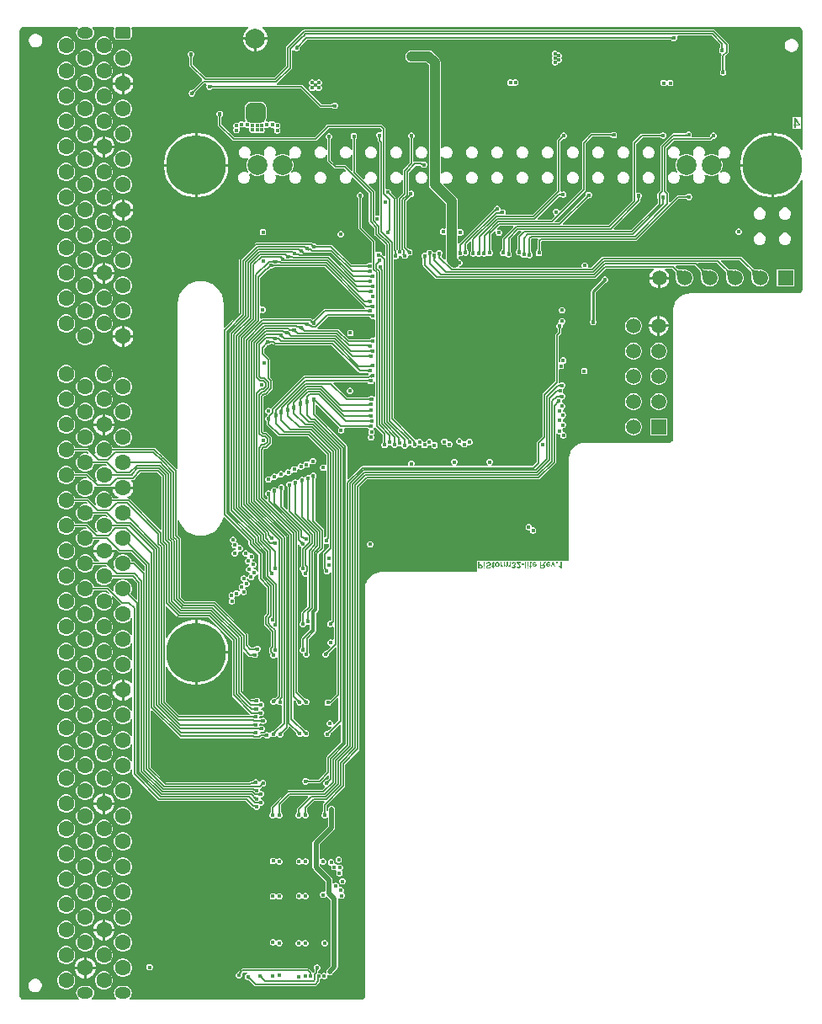
<source format=gbl>
G04*
G04 #@! TF.GenerationSoftware,Altium Limited,Altium Designer,22.6.1 (34)*
G04*
G04 Layer_Physical_Order=4*
G04 Layer_Color=16711680*
%FSLAX25Y25*%
%MOIN*%
G70*
G04*
G04 #@! TF.SameCoordinates,5882E60C-0619-4AF0-9705-53F345807C1B*
G04*
G04*
G04 #@! TF.FilePolarity,Positive*
G04*
G01*
G75*
%ADD10C,0.00984*%
%ADD12C,0.00787*%
%ADD13C,0.01968*%
%ADD65C,0.00591*%
%ADD68C,0.00500*%
%ADD69C,0.03937*%
%ADD77O,0.06299X0.04724*%
%ADD78C,0.06299*%
G04:AMPARAMS|DCode=79|XSize=47.24mil|YSize=62.99mil|CornerRadius=11.81mil|HoleSize=0mil|Usage=FLASHONLY|Rotation=90.000|XOffset=0mil|YOffset=0mil|HoleType=Round|Shape=RoundedRectangle|*
%AMROUNDEDRECTD79*
21,1,0.04724,0.03937,0,0,90.0*
21,1,0.02362,0.06299,0,0,90.0*
1,1,0.02362,0.01968,0.01181*
1,1,0.02362,0.01968,-0.01181*
1,1,0.02362,-0.01968,-0.01181*
1,1,0.02362,-0.01968,0.01181*
%
%ADD79ROUNDEDRECTD79*%
%ADD80R,0.05906X0.05906*%
%ADD81C,0.05906*%
%ADD82C,0.07874*%
%ADD83C,0.07874*%
%ADD84R,0.05906X0.05906*%
%ADD85C,0.23622*%
G04:AMPARAMS|DCode=86|XSize=78.74mil|YSize=78.74mil|CornerRadius=19.68mil|HoleSize=0mil|Usage=FLASHONLY|Rotation=0.000|XOffset=0mil|YOffset=0mil|HoleType=Round|Shape=RoundedRectangle|*
%AMROUNDEDRECTD86*
21,1,0.07874,0.03937,0,0,0.0*
21,1,0.03937,0.07874,0,0,0.0*
1,1,0.03937,0.01968,-0.01968*
1,1,0.03937,-0.01968,-0.01968*
1,1,0.03937,-0.01968,0.01968*
1,1,0.03937,0.01968,0.01968*
%
%ADD86ROUNDEDRECTD86*%
%ADD87C,0.01772*%
%ADD88C,0.03150*%
%ADD94C,0.00591*%
G36*
X354926Y387263D02*
X355430Y386926D01*
X355767Y386422D01*
X355872Y385893D01*
X355859Y385827D01*
Y338719D01*
X355359Y338599D01*
X354923Y339455D01*
X353738Y341086D01*
X352312Y342512D01*
X350681Y343697D01*
X348884Y344613D01*
X346966Y345236D01*
X344974Y345551D01*
X344466D01*
Y332740D01*
Y319929D01*
X344974D01*
X346966Y320245D01*
X348884Y320868D01*
X350681Y321783D01*
X352312Y322969D01*
X353738Y324394D01*
X354923Y326026D01*
X355359Y326882D01*
X355859Y326762D01*
Y283465D01*
X355872Y283399D01*
X355767Y282870D01*
X355430Y282365D01*
X354926Y282028D01*
X354396Y281923D01*
X354331Y281936D01*
X311024D01*
X310866Y281905D01*
X309789Y281799D01*
X308601Y281438D01*
X307507Y280854D01*
X306548Y280066D01*
X305761Y279107D01*
X305176Y278013D01*
X304816Y276825D01*
X304709Y275748D01*
X304678Y275590D01*
Y224410D01*
X304691Y224344D01*
X304586Y223815D01*
X304249Y223310D01*
X303745Y222973D01*
X303622Y222949D01*
X303150Y222881D01*
Y222881D01*
X269685D01*
X269684Y222881D01*
X269683Y222881D01*
Y222881D01*
X269529Y222850D01*
X268448Y222744D01*
X267261Y222383D01*
X266167Y221798D01*
X265208Y221011D01*
X264421Y220052D01*
X263836Y218958D01*
X263475Y217770D01*
X263368Y216676D01*
X263340Y216535D01*
X263338D01*
X263340Y216527D01*
Y176019D01*
X226888D01*
Y172184D01*
X226888D01*
X226850Y171700D01*
X188976D01*
X188819Y171669D01*
X187741Y171562D01*
X186554Y171202D01*
X185460Y170617D01*
X184501Y169830D01*
X183713Y168871D01*
X183128Y167777D01*
X182768Y166589D01*
X182662Y165512D01*
X182631Y165354D01*
Y3937D01*
X182644Y3871D01*
X182539Y3342D01*
X182202Y2838D01*
X181697Y2501D01*
X181168Y2395D01*
X181102Y2409D01*
X89321D01*
X89152Y2908D01*
X89367Y3074D01*
X89809Y3650D01*
X90087Y4320D01*
X90181Y5039D01*
X90087Y5759D01*
X89809Y6429D01*
X89367Y7005D01*
X88791Y7447D01*
X88121Y7724D01*
X87402Y7819D01*
X85827D01*
X85107Y7724D01*
X84437Y7447D01*
X83861Y7005D01*
X83420Y6429D01*
X83142Y5759D01*
X83047Y5039D01*
X83142Y4320D01*
X83420Y3650D01*
X83861Y3074D01*
X84077Y2908D01*
X83907Y2409D01*
X74361D01*
X74191Y2908D01*
X74406Y3074D01*
X74848Y3650D01*
X75126Y4320D01*
X75221Y5039D01*
X75126Y5759D01*
X74848Y6429D01*
X74406Y7005D01*
X73831Y7447D01*
X73160Y7724D01*
X72441Y7819D01*
X70866D01*
X70147Y7724D01*
X69476Y7447D01*
X68901Y7005D01*
X68459Y6429D01*
X68181Y5759D01*
X68086Y5039D01*
X68181Y4320D01*
X68459Y3650D01*
X68901Y3074D01*
X69116Y2908D01*
X68946Y2409D01*
X47244D01*
X47178Y2395D01*
X46649Y2501D01*
X46145Y2838D01*
X45808Y3342D01*
X45702Y3871D01*
X45716Y3937D01*
Y385827D01*
X45702Y385893D01*
X45808Y386422D01*
X46145Y386926D01*
X46649Y387263D01*
X47178Y387368D01*
X47244Y387355D01*
X68584D01*
X68786Y386855D01*
X68459Y386429D01*
X68181Y385759D01*
X68086Y385039D01*
X68181Y384320D01*
X68459Y383649D01*
X68901Y383074D01*
X69476Y382632D01*
X70147Y382354D01*
X70866Y382260D01*
X72441D01*
X73160Y382354D01*
X73831Y382632D01*
X74406Y383074D01*
X74848Y383649D01*
X75126Y384320D01*
X75221Y385039D01*
X75126Y385759D01*
X74848Y386429D01*
X74521Y386855D01*
X74724Y387355D01*
X82980D01*
X83215Y386914D01*
X83162Y386835D01*
X83040Y386221D01*
Y383858D01*
X83162Y383244D01*
X83510Y382723D01*
X84031Y382375D01*
X84646Y382253D01*
X88583D01*
X89197Y382375D01*
X89718Y382723D01*
X90066Y383244D01*
X90188Y383858D01*
Y386221D01*
X90066Y386835D01*
X90013Y386914D01*
X90249Y387355D01*
X136134D01*
X136264Y386872D01*
X136059Y386754D01*
X135140Y385835D01*
X134490Y384710D01*
X134154Y383454D01*
Y383304D01*
X144028D01*
Y383454D01*
X143692Y384710D01*
X143042Y385835D01*
X142122Y386754D01*
X141918Y386872D01*
X142048Y387355D01*
X354331D01*
X354396Y387368D01*
X354926Y387263D01*
D02*
G37*
G36*
X248376Y175618D02*
X248446Y175611D01*
X248481Y175606D01*
X248512Y175600D01*
X248541Y175593D01*
X248568Y175586D01*
X248592Y175580D01*
X248614Y175573D01*
X248634Y175567D01*
X248650Y175562D01*
X248663Y175558D01*
X248672Y175555D01*
X248678Y175551D01*
X248679D01*
X248638Y175176D01*
X248592Y175191D01*
X248554Y175202D01*
X248519Y175211D01*
X248492Y175216D01*
X248470Y175220D01*
X248456Y175222D01*
X248443D01*
X248427Y175220D01*
X248410Y175218D01*
X248395Y175214D01*
X248385Y175209D01*
X248374Y175205D01*
X248366Y175202D01*
X248363Y175200D01*
X248361Y175198D01*
X248350Y175189D01*
X248341Y175178D01*
X248334Y175169D01*
X248328Y175160D01*
X248324Y175151D01*
X248321Y175143D01*
X248319Y175140D01*
Y175138D01*
X248317Y175129D01*
X248316Y175116D01*
Y175100D01*
X248314Y175082D01*
Y175060D01*
X248312Y175038D01*
Y174992D01*
X248310Y174949D01*
Y174929D01*
Y174912D01*
Y174896D01*
Y174885D01*
Y174878D01*
Y174876D01*
Y174139D01*
X248639D01*
Y173755D01*
X248310D01*
Y173109D01*
X247828Y173392D01*
Y173755D01*
X247606D01*
Y174139D01*
X247828D01*
Y174936D01*
Y174981D01*
Y175023D01*
X247830Y175063D01*
Y175098D01*
X247831Y175129D01*
X247833Y175156D01*
Y175182D01*
X247835Y175202D01*
X247837Y175220D01*
X247839Y175236D01*
Y175249D01*
X247840Y175260D01*
Y175267D01*
X247842Y175273D01*
Y175274D01*
Y175276D01*
X247849Y175318D01*
X247860Y175356D01*
X247871Y175389D01*
X247882Y175416D01*
X247893Y175436D01*
X247902Y175453D01*
X247908Y175462D01*
X247910Y175466D01*
X247930Y175491D01*
X247955Y175513D01*
X247979Y175531D01*
X248004Y175547D01*
X248028Y175560D01*
X248046Y175571D01*
X248053Y175575D01*
X248059Y175576D01*
X248061Y175578D01*
X248062D01*
X248102Y175593D01*
X248144Y175604D01*
X248183Y175611D01*
X248219Y175617D01*
X248252Y175620D01*
X248265D01*
X248275Y175622D01*
X248297D01*
X248376Y175618D01*
D02*
G37*
G36*
X233517D02*
X233588Y175611D01*
X233623Y175606D01*
X233653Y175600D01*
X233683Y175593D01*
X233710Y175586D01*
X233734Y175580D01*
X233755Y175573D01*
X233775Y175567D01*
X233792Y175562D01*
X233805Y175558D01*
X233814Y175555D01*
X233819Y175551D01*
X233821D01*
X233779Y175176D01*
X233734Y175191D01*
X233695Y175202D01*
X233661Y175211D01*
X233633Y175216D01*
X233612Y175220D01*
X233597Y175222D01*
X233584D01*
X233568Y175220D01*
X233552Y175218D01*
X233537Y175214D01*
X233526Y175209D01*
X233515Y175205D01*
X233508Y175202D01*
X233504Y175200D01*
X233503Y175198D01*
X233492Y175189D01*
X233483Y175178D01*
X233475Y175169D01*
X233470Y175160D01*
X233466Y175151D01*
X233462Y175143D01*
X233461Y175140D01*
Y175138D01*
X233459Y175129D01*
X233457Y175116D01*
Y175100D01*
X233455Y175082D01*
Y175060D01*
X233453Y175038D01*
Y174992D01*
X233452Y174949D01*
Y174929D01*
Y174912D01*
Y174896D01*
Y174885D01*
Y174878D01*
Y174876D01*
Y174139D01*
X233781D01*
Y173755D01*
X233452D01*
Y173109D01*
X232969Y173392D01*
Y173755D01*
X232747D01*
Y174139D01*
X232969D01*
Y174936D01*
Y174981D01*
Y175023D01*
X232971Y175063D01*
Y175098D01*
X232973Y175129D01*
X232975Y175156D01*
Y175182D01*
X232977Y175202D01*
X232978Y175220D01*
X232980Y175236D01*
Y175249D01*
X232982Y175260D01*
Y175267D01*
X232984Y175273D01*
Y175274D01*
Y175276D01*
X232991Y175318D01*
X233002Y175356D01*
X233013Y175389D01*
X233024Y175416D01*
X233035Y175436D01*
X233044Y175453D01*
X233049Y175462D01*
X233051Y175466D01*
X233071Y175491D01*
X233097Y175513D01*
X233120Y175531D01*
X233146Y175547D01*
X233169Y175560D01*
X233188Y175571D01*
X233195Y175575D01*
X233200Y175576D01*
X233202Y175578D01*
X233204D01*
X233244Y175593D01*
X233286Y175604D01*
X233324Y175611D01*
X233361Y175617D01*
X233393Y175620D01*
X233406D01*
X233417Y175622D01*
X233439D01*
X233517Y175618D01*
D02*
G37*
G36*
X258848Y175098D02*
X258366D01*
Y175580D01*
X258848D01*
Y175098D01*
D02*
G37*
G36*
X255250Y175620D02*
X255302Y175617D01*
X255353Y175609D01*
X255401Y175600D01*
X255444Y175591D01*
X255486Y175578D01*
X255523Y175566D01*
X255557Y175553D01*
X255588Y175540D01*
X255617Y175529D01*
X255639Y175516D01*
X255659Y175507D01*
X255676Y175498D01*
X255686Y175491D01*
X255694Y175487D01*
X255696Y175486D01*
X255732Y175458D01*
X255767Y175429D01*
X255798Y175396D01*
X255827Y175364D01*
X255852Y175331D01*
X255878Y175296D01*
X255899Y175264D01*
X255918Y175231D01*
X255936Y175202D01*
X255950Y175172D01*
X255963Y175147D01*
X255972Y175125D01*
X255981Y175107D01*
X255987Y175092D01*
X255989Y175085D01*
X255990Y175082D01*
X255510Y175001D01*
X255493Y175050D01*
X255475Y175091D01*
X255455Y175125D01*
X255435Y175153D01*
X255419Y175174D01*
X255404Y175189D01*
X255395Y175198D01*
X255393Y175202D01*
X255392D01*
X255361Y175222D01*
X255330Y175236D01*
X255297Y175247D01*
X255268Y175254D01*
X255241Y175258D01*
X255221Y175260D01*
X255211Y175262D01*
X255201D01*
X255170Y175260D01*
X255140Y175256D01*
X255113Y175251D01*
X255086Y175243D01*
X255038Y175224D01*
X255017Y175214D01*
X254998Y175202D01*
X254980Y175191D01*
X254966Y175182D01*
X254951Y175171D01*
X254940Y175162D01*
X254931Y175154D01*
X254926Y175149D01*
X254922Y175145D01*
X254920Y175143D01*
X254900Y175120D01*
X254884Y175094D01*
X254869Y175067D01*
X254855Y175040D01*
X254844Y175012D01*
X254835Y174985D01*
X254822Y174930D01*
X254817Y174905D01*
X254813Y174883D01*
X254809Y174861D01*
X254807Y174843D01*
Y174829D01*
X254806Y174818D01*
Y174810D01*
Y174809D01*
X256016D01*
X256014Y174708D01*
X256009Y174614D01*
X255998Y174526D01*
X255985Y174446D01*
X255967Y174372D01*
X255948Y174304D01*
X255927Y174242D01*
X255905Y174188D01*
X255883Y174141D01*
X255863Y174099D01*
X255843Y174064D01*
X255825Y174035D01*
X255810Y174013D01*
X255799Y173997D01*
X255790Y173988D01*
X255788Y173984D01*
X255743Y173937D01*
X255694Y173895D01*
X255643Y173858D01*
X255590Y173828D01*
X255535Y173802D01*
X255483Y173780D01*
X255430Y173762D01*
X255381Y173747D01*
X255333Y173737D01*
X255288Y173729D01*
X255250Y173722D01*
X255215Y173718D01*
X255186Y173716D01*
X255175D01*
X255166Y173715D01*
X255148D01*
X255080Y173718D01*
X255017Y173726D01*
X254957Y173738D01*
X254900Y173755D01*
X254847Y173775D01*
X254798Y173797D01*
X254753Y173820D01*
X254711Y173844D01*
X254675Y173868D01*
X254642Y173891D01*
X254613Y173913D01*
X254589Y173933D01*
X254571Y173950D01*
X254558Y173962D01*
X254551Y173969D01*
X254547Y173973D01*
X254505Y174024D01*
X254469Y174077D01*
X254438Y174133D01*
X254411Y174191D01*
X254387Y174252D01*
X254369Y174310D01*
X254352Y174368D01*
X254340Y174425D01*
X254330Y174477D01*
X254323Y174526D01*
X254318Y174570D01*
X254314Y174608D01*
X254312Y174625D01*
Y174639D01*
Y174652D01*
X254310Y174663D01*
Y174672D01*
Y174677D01*
Y174681D01*
Y174683D01*
X254312Y174752D01*
X254318Y174819D01*
X254327Y174883D01*
X254340Y174941D01*
X254352Y174998D01*
X254367Y175049D01*
X254383Y175096D01*
X254401Y175140D01*
X254418Y175180D01*
X254434Y175214D01*
X254449Y175243D01*
X254463Y175267D01*
X254474Y175287D01*
X254483Y175302D01*
X254489Y175309D01*
X254491Y175313D01*
X254536Y175367D01*
X254587Y175415D01*
X254640Y175456D01*
X254696Y175491D01*
X254755Y175522D01*
X254813Y175546D01*
X254871Y175567D01*
X254927Y175584D01*
X254982Y175597D01*
X255033Y175606D01*
X255077Y175613D01*
X255117Y175617D01*
X255135Y175618D01*
X255150Y175620D01*
X255162D01*
X255175Y175622D01*
X255195D01*
X255250Y175620D01*
D02*
G37*
G36*
X249775D02*
X249828Y175617D01*
X249879Y175609D01*
X249926Y175600D01*
X249970Y175591D01*
X250012Y175578D01*
X250048Y175566D01*
X250083Y175553D01*
X250114Y175540D01*
X250143Y175529D01*
X250165Y175516D01*
X250185Y175507D01*
X250201Y175498D01*
X250212Y175491D01*
X250219Y175487D01*
X250221Y175486D01*
X250257Y175458D01*
X250292Y175429D01*
X250323Y175396D01*
X250352Y175364D01*
X250377Y175331D01*
X250403Y175296D01*
X250425Y175264D01*
X250443Y175231D01*
X250461Y175202D01*
X250476Y175172D01*
X250488Y175147D01*
X250498Y175125D01*
X250507Y175107D01*
X250512Y175092D01*
X250514Y175085D01*
X250516Y175082D01*
X250035Y175001D01*
X250019Y175050D01*
X250001Y175091D01*
X249981Y175125D01*
X249961Y175153D01*
X249944Y175174D01*
X249930Y175189D01*
X249921Y175198D01*
X249919Y175202D01*
X249917D01*
X249886Y175222D01*
X249855Y175236D01*
X249822Y175247D01*
X249793Y175254D01*
X249766Y175258D01*
X249746Y175260D01*
X249737Y175262D01*
X249726D01*
X249695Y175260D01*
X249666Y175256D01*
X249639Y175251D01*
X249611Y175243D01*
X249564Y175224D01*
X249542Y175214D01*
X249524Y175202D01*
X249506Y175191D01*
X249491Y175182D01*
X249477Y175171D01*
X249466Y175162D01*
X249457Y175154D01*
X249451Y175149D01*
X249447Y175145D01*
X249446Y175143D01*
X249426Y175120D01*
X249409Y175094D01*
X249395Y175067D01*
X249380Y175040D01*
X249369Y175012D01*
X249360Y174985D01*
X249347Y174930D01*
X249342Y174905D01*
X249338Y174883D01*
X249335Y174861D01*
X249333Y174843D01*
Y174829D01*
X249331Y174818D01*
Y174810D01*
Y174809D01*
X250541D01*
X250539Y174708D01*
X250534Y174614D01*
X250523Y174526D01*
X250510Y174446D01*
X250492Y174372D01*
X250474Y174304D01*
X250452Y174242D01*
X250430Y174188D01*
X250408Y174141D01*
X250388Y174099D01*
X250368Y174064D01*
X250350Y174035D01*
X250336Y174013D01*
X250325Y173997D01*
X250316Y173988D01*
X250314Y173984D01*
X250268Y173937D01*
X250219Y173895D01*
X250168Y173858D01*
X250115Y173828D01*
X250061Y173802D01*
X250008Y173780D01*
X249955Y173762D01*
X249906Y173747D01*
X249859Y173737D01*
X249813Y173729D01*
X249775Y173722D01*
X249741Y173718D01*
X249711Y173716D01*
X249700D01*
X249691Y173715D01*
X249673D01*
X249606Y173718D01*
X249542Y173726D01*
X249482Y173738D01*
X249426Y173755D01*
X249373Y173775D01*
X249324Y173797D01*
X249278Y173820D01*
X249236Y173844D01*
X249200Y173868D01*
X249167Y173891D01*
X249138Y173913D01*
X249114Y173933D01*
X249096Y173950D01*
X249083Y173962D01*
X249076Y173969D01*
X249073Y173973D01*
X249031Y174024D01*
X248994Y174077D01*
X248963Y174133D01*
X248936Y174191D01*
X248912Y174252D01*
X248894Y174310D01*
X248878Y174368D01*
X248865Y174425D01*
X248856Y174477D01*
X248849Y174526D01*
X248843Y174570D01*
X248840Y174608D01*
X248838Y174625D01*
Y174639D01*
Y174652D01*
X248836Y174663D01*
Y174672D01*
Y174677D01*
Y174681D01*
Y174683D01*
X248838Y174752D01*
X248843Y174819D01*
X248852Y174883D01*
X248865Y174941D01*
X248878Y174998D01*
X248892Y175049D01*
X248909Y175096D01*
X248927Y175140D01*
X248943Y175180D01*
X248960Y175214D01*
X248974Y175243D01*
X248989Y175267D01*
X249000Y175287D01*
X249009Y175302D01*
X249014Y175309D01*
X249016Y175313D01*
X249062Y175367D01*
X249113Y175415D01*
X249165Y175456D01*
X249222Y175491D01*
X249280Y175522D01*
X249338Y175546D01*
X249396Y175567D01*
X249453Y175584D01*
X249507Y175597D01*
X249558Y175606D01*
X249602Y175613D01*
X249642Y175617D01*
X249660Y175618D01*
X249675Y175620D01*
X249688D01*
X249700Y175622D01*
X249721D01*
X249775Y175620D01*
D02*
G37*
G36*
X253872Y175089D02*
X253839Y175036D01*
X253806Y174987D01*
X253777Y174943D01*
X253750Y174901D01*
X253725Y174865D01*
X253701Y174830D01*
X253679Y174801D01*
X253659Y174776D01*
X253641Y174752D01*
X253626Y174732D01*
X253613Y174716D01*
X253603Y174703D01*
X253593Y174694D01*
X253588Y174687D01*
X253584Y174683D01*
X253583Y174681D01*
X253541Y174639D01*
X253495Y174599D01*
X253450Y174563D01*
X253406Y174530D01*
X253386Y174517D01*
X253368Y174504D01*
X253351Y174494D01*
X253337Y174485D01*
X253326Y174477D01*
X253317Y174472D01*
X253311Y174470D01*
X253309Y174468D01*
X253370Y174457D01*
X253426Y174444D01*
X253479Y174430D01*
X253528Y174412D01*
X253573Y174393D01*
X253613Y174373D01*
X253650Y174355D01*
X253684Y174335D01*
X253714Y174315D01*
X253739Y174297D01*
X253759Y174281D01*
X253777Y174266D01*
X253790Y174253D01*
X253801Y174244D01*
X253806Y174239D01*
X253808Y174237D01*
X253837Y174201D01*
X253863Y174164D01*
X253887Y174124D01*
X253905Y174086D01*
X253921Y174046D01*
X253936Y174008D01*
X253946Y173969D01*
X253956Y173933D01*
X253961Y173898D01*
X253967Y173868D01*
X253970Y173838D01*
X253974Y173815D01*
Y173795D01*
X253976Y173780D01*
Y173771D01*
Y173767D01*
X253974Y173726D01*
X253970Y173687D01*
X253965Y173649D01*
X253959Y173613D01*
X253950Y173578D01*
X253941Y173545D01*
X253930Y173514D01*
X253921Y173487D01*
X253910Y173462D01*
X253899Y173438D01*
X253890Y173420D01*
X253883Y173403D01*
X253876Y173391D01*
X253870Y173380D01*
X253866Y173374D01*
X253865Y173372D01*
X253843Y173342D01*
X253821Y173312D01*
X253797Y173285D01*
X253774Y173261D01*
X253748Y173240D01*
X253725Y173220D01*
X253701Y173201D01*
X253677Y173185D01*
X253655Y173172D01*
X253635Y173161D01*
X253617Y173151D01*
X253603Y173143D01*
X253590Y173138D01*
X253579Y173134D01*
X253573Y173130D01*
X253572D01*
X253535Y173118D01*
X253493Y173107D01*
X253450Y173098D01*
X253404Y173090D01*
X253306Y173078D01*
X253259Y173074D01*
X253211Y173070D01*
X253166Y173067D01*
X253124Y173065D01*
X253086Y173063D01*
X253051D01*
X253024Y173061D01*
X251917D01*
Y175580D01*
X252425D01*
Y174528D01*
X252558D01*
X252589Y174530D01*
X252616D01*
X252640Y174532D01*
X252663Y174536D01*
X252685Y174537D01*
X252703Y174539D01*
X252720Y174543D01*
X252734Y174545D01*
X252747Y174548D01*
X252758Y174550D01*
X252767Y174552D01*
X252773Y174554D01*
X252778Y174556D01*
X252782Y174557D01*
X252813Y174570D01*
X252840Y174586D01*
X252866Y174603D01*
X252889Y174621D01*
X252907Y174637D01*
X252922Y174650D01*
X252931Y174659D01*
X252935Y174663D01*
X252949Y174679D01*
X252967Y174701D01*
X252987Y174725D01*
X253007Y174752D01*
X253029Y174783D01*
X253051Y174814D01*
X253097Y174876D01*
X253118Y174907D01*
X253138Y174936D01*
X253157Y174961D01*
X253173Y174985D01*
X253186Y175005D01*
X253195Y175020D01*
X253202Y175029D01*
X253204Y175032D01*
X253570Y175580D01*
X254180D01*
X253872Y175089D01*
D02*
G37*
G36*
X245573Y174426D02*
X244624D01*
Y174909D01*
X245573D01*
Y174426D01*
D02*
G37*
G36*
X241538Y175622D02*
X241601Y175613D01*
X241662Y175602D01*
X241718Y175587D01*
X241773Y175569D01*
X241822Y175549D01*
X241867Y175529D01*
X241909Y175507D01*
X241945Y175486D01*
X241980Y175464D01*
X242007Y175445D01*
X242031Y175427D01*
X242049Y175413D01*
X242064Y175400D01*
X242071Y175393D01*
X242075Y175391D01*
X242118Y175345D01*
X242155Y175300D01*
X242188Y175253D01*
X242217Y175203D01*
X242238Y175156D01*
X242259Y175109D01*
X242275Y175063D01*
X242288Y175020D01*
X242299Y174980D01*
X242306Y174943D01*
X242311Y174909D01*
X242315Y174881D01*
X242317Y174858D01*
X242319Y174839D01*
Y174829D01*
Y174825D01*
X242317Y174783D01*
X242313Y174743D01*
X242306Y174705D01*
X242299Y174668D01*
X242289Y174634D01*
X242279Y174601D01*
X242266Y174572D01*
X242255Y174545D01*
X242242Y174521D01*
X242229Y174499D01*
X242218Y174479D01*
X242209Y174464D01*
X242202Y174452D01*
X242195Y174443D01*
X242191Y174437D01*
X242189Y174435D01*
X242164Y174406D01*
X242137Y174381D01*
X242109Y174355D01*
X242080Y174335D01*
X242053Y174315D01*
X242024Y174299D01*
X241995Y174284D01*
X241967Y174272D01*
X241942Y174261D01*
X241918Y174252D01*
X241898Y174242D01*
X241880Y174237D01*
X241863Y174233D01*
X241853Y174230D01*
X241845Y174228D01*
X241844D01*
X241876Y174210D01*
X241907Y174190D01*
X241936Y174170D01*
X241964Y174148D01*
X241989Y174128D01*
X242013Y174106D01*
X242055Y174062D01*
X242089Y174017D01*
X242118Y173973D01*
X242142Y173929D01*
X242162Y173889D01*
X242177Y173849D01*
X242188Y173813D01*
X242197Y173782D01*
X242202Y173753D01*
X242206Y173729D01*
X242208Y173713D01*
Y173702D01*
Y173698D01*
X242206Y173655D01*
X242200Y173613D01*
X242191Y173573D01*
X242180Y173535D01*
X242166Y173498D01*
X242151Y173463D01*
X242135Y173431D01*
X242118Y173402D01*
X242102Y173374D01*
X242086Y173351D01*
X242071Y173331D01*
X242056Y173312D01*
X242046Y173298D01*
X242037Y173289D01*
X242031Y173282D01*
X242029Y173280D01*
X241987Y173240D01*
X241944Y173205D01*
X241896Y173174D01*
X241849Y173149D01*
X241802Y173127D01*
X241754Y173107D01*
X241709Y173092D01*
X241663Y173081D01*
X241621Y173070D01*
X241583Y173065D01*
X241549Y173059D01*
X241518Y173056D01*
X241494Y173054D01*
X241476Y173052D01*
X241421D01*
X241383Y173056D01*
X241312Y173065D01*
X241279Y173070D01*
X241248Y173078D01*
X241219Y173083D01*
X241192Y173090D01*
X241168Y173098D01*
X241146Y173105D01*
X241128Y173112D01*
X241112Y173118D01*
X241099Y173123D01*
X241090Y173127D01*
X241085Y173129D01*
X241083Y173130D01*
X241023Y173161D01*
X240997Y173180D01*
X240972Y173198D01*
X240948Y173214D01*
X240926Y173232D01*
X240906Y173251D01*
X240890Y173267D01*
X240874Y173283D01*
X240859Y173298D01*
X240848Y173311D01*
X240839Y173323D01*
X240830Y173333D01*
X240824Y173340D01*
X240823Y173343D01*
X240821Y173345D01*
X240804Y173372D01*
X240788Y173400D01*
X240761Y173460D01*
X240737Y173522D01*
X240717Y173580D01*
X240708Y173606D01*
X240702Y173631D01*
X240695Y173653D01*
X240691Y173673D01*
X240688Y173689D01*
X240684Y173700D01*
X240682Y173709D01*
Y173711D01*
X241126Y173786D01*
X241130Y173757D01*
X241136Y173727D01*
X241143Y173702D01*
X241150Y173678D01*
X241159Y173655D01*
X241168Y173635D01*
X241177Y173616D01*
X241186Y173600D01*
X241196Y173585D01*
X241203Y173573D01*
X241212Y173562D01*
X241217Y173553D01*
X241225Y173545D01*
X241228Y173540D01*
X241230Y173538D01*
X241232Y173536D01*
X241248Y173522D01*
X241267Y173507D01*
X241303Y173485D01*
X241339Y173471D01*
X241372Y173460D01*
X241401Y173453D01*
X241414Y173451D01*
X241425D01*
X241432Y173449D01*
X241445D01*
X241491Y173453D01*
X241529Y173462D01*
X241563Y173473D01*
X241592Y173487D01*
X241616Y173502D01*
X241632Y173513D01*
X241643Y173522D01*
X241647Y173525D01*
X241672Y173556D01*
X241691Y173589D01*
X241705Y173622D01*
X241714Y173655D01*
X241720Y173684D01*
X241722Y173695D01*
Y173706D01*
X241723Y173715D01*
Y173722D01*
Y173726D01*
Y173727D01*
X241722Y173755D01*
X241720Y173780D01*
X241714Y173806D01*
X241707Y173828D01*
X241691Y173869D01*
X241672Y173904D01*
X241662Y173918D01*
X241652Y173931D01*
X241643Y173942D01*
X241636Y173951D01*
X241629Y173959D01*
X241623Y173964D01*
X241621Y173966D01*
X241620Y173968D01*
X241600Y173984D01*
X241578Y173997D01*
X241554Y174008D01*
X241529Y174019D01*
X241479Y174033D01*
X241430Y174042D01*
X241409Y174046D01*
X241387Y174048D01*
X241369Y174049D01*
X241352Y174051D01*
X241319D01*
X241267Y174444D01*
X241312Y174432D01*
X241354Y174423D01*
X241392Y174417D01*
X241425Y174412D01*
X241450Y174410D01*
X241461D01*
X241470Y174408D01*
X241487D01*
X241512Y174410D01*
X241538Y174414D01*
X241561Y174417D01*
X241583Y174425D01*
X241623Y174443D01*
X241658Y174461D01*
X241687Y174481D01*
X241698Y174490D01*
X241707Y174499D01*
X241716Y174506D01*
X241722Y174510D01*
X241723Y174514D01*
X241725Y174515D01*
X241743Y174536D01*
X241758Y174559D01*
X241771Y174583D01*
X241782Y174607D01*
X241800Y174654D01*
X241811Y174701D01*
X241816Y174721D01*
X241818Y174741D01*
X241820Y174759D01*
X241822Y174774D01*
X241824Y174787D01*
Y174798D01*
Y174803D01*
Y174805D01*
X241822Y174839D01*
X241820Y174874D01*
X241814Y174905D01*
X241807Y174934D01*
X241800Y174961D01*
X241791Y174987D01*
X241782Y175009D01*
X241773Y175031D01*
X241762Y175049D01*
X241753Y175065D01*
X241743Y175078D01*
X241736Y175091D01*
X241729Y175100D01*
X241723Y175105D01*
X241722Y175109D01*
X241720Y175111D01*
X241700Y175131D01*
X241680Y175147D01*
X241660Y175163D01*
X241638Y175176D01*
X241616Y175187D01*
X241596Y175196D01*
X241556Y175209D01*
X241521Y175218D01*
X241507Y175220D01*
X241494Y175222D01*
X241483Y175224D01*
X241469D01*
X241443Y175222D01*
X241420Y175220D01*
X241374Y175209D01*
X241334Y175194D01*
X241299Y175176D01*
X241270Y175160D01*
X241259Y175153D01*
X241250Y175145D01*
X241243Y175140D01*
X241237Y175134D01*
X241234Y175132D01*
X241232Y175131D01*
X241216Y175112D01*
X241199Y175092D01*
X241174Y175047D01*
X241152Y175001D01*
X241137Y174958D01*
X241130Y174938D01*
X241126Y174918D01*
X241121Y174901D01*
X241119Y174885D01*
X241115Y174872D01*
Y174863D01*
X241114Y174858D01*
Y174856D01*
X240646Y174914D01*
X240655Y174972D01*
X240668Y175027D01*
X240682Y175080D01*
X240701Y175127D01*
X240722Y175172D01*
X240744Y175216D01*
X240766Y175254D01*
X240790Y175289D01*
X240812Y175320D01*
X240833Y175349D01*
X240854Y175373D01*
X240870Y175391D01*
X240884Y175407D01*
X240897Y175418D01*
X240904Y175426D01*
X240906Y175427D01*
X240950Y175462D01*
X240995Y175493D01*
X241043Y175518D01*
X241090Y175540D01*
X241137Y175560D01*
X241185Y175576D01*
X241230Y175589D01*
X241274Y175598D01*
X241316Y175608D01*
X241352Y175613D01*
X241387Y175618D01*
X241416Y175620D01*
X241440Y175622D01*
X241458Y175624D01*
X241472D01*
X241538Y175622D01*
D02*
G37*
G36*
X240284Y174415D02*
Y174368D01*
X240282Y174324D01*
X240278Y174283D01*
X240277Y174246D01*
X240273Y174212D01*
X240267Y174181D01*
X240264Y174153D01*
X240258Y174128D01*
X240253Y174106D01*
X240249Y174088D01*
X240246Y174071D01*
X240240Y174059D01*
X240238Y174049D01*
X240235Y174042D01*
X240233Y174039D01*
Y174037D01*
X240204Y173980D01*
X240187Y173955D01*
X240171Y173933D01*
X240155Y173911D01*
X240136Y173891D01*
X240120Y173873D01*
X240104Y173857D01*
X240087Y173844D01*
X240073Y173831D01*
X240060Y173820D01*
X240049Y173811D01*
X240038Y173806D01*
X240031Y173800D01*
X240027Y173797D01*
X240025D01*
X239998Y173782D01*
X239971Y173769D01*
X239914Y173749D01*
X239856Y173735D01*
X239803Y173726D01*
X239780Y173722D01*
X239756Y173718D01*
X239736Y173716D01*
X239720D01*
X239705Y173715D01*
X239685D01*
X239627Y173718D01*
X239572Y173726D01*
X239521Y173738D01*
X239498Y173744D01*
X239476Y173751D01*
X239458Y173758D01*
X239439Y173764D01*
X239425Y173771D01*
X239410Y173776D01*
X239401Y173780D01*
X239394Y173784D01*
X239388Y173787D01*
X239387D01*
X239336Y173818D01*
X239288Y173853D01*
X239245Y173889D01*
X239206Y173924D01*
X239188Y173940D01*
X239174Y173957D01*
X239161Y173969D01*
X239150Y173982D01*
X239141Y173991D01*
X239134Y173999D01*
X239130Y174004D01*
X239128Y174006D01*
X239095Y173955D01*
X239061Y173909D01*
X239026Y173873D01*
X238992Y173842D01*
X238963Y173818D01*
X238950Y173809D01*
X238939Y173800D01*
X238930Y173795D01*
X238922Y173791D01*
X238919Y173787D01*
X238917D01*
X238866Y173764D01*
X238815Y173746D01*
X238764Y173733D01*
X238717Y173724D01*
X238695Y173720D01*
X238675Y173718D01*
X238657Y173716D01*
X238642D01*
X238629Y173715D01*
X238613D01*
X238553Y173718D01*
X238495Y173727D01*
X238438Y173742D01*
X238386Y173760D01*
X238335Y173782D01*
X238289Y173806D01*
X238245Y173833D01*
X238205Y173858D01*
X238169Y173886D01*
X238138Y173913D01*
X238111Y173937D01*
X238087Y173959D01*
X238069Y173977D01*
X238056Y173991D01*
X238049Y174000D01*
X238045Y174004D01*
Y173755D01*
X237601D01*
Y175580D01*
X238083D01*
Y174696D01*
Y174648D01*
X238085Y174603D01*
X238087Y174563D01*
X238089Y174525D01*
X238092Y174492D01*
X238096Y174461D01*
X238100Y174434D01*
X238103Y174408D01*
X238105Y174386D01*
X238109Y174368D01*
X238112Y174354D01*
X238116Y174341D01*
X238118Y174332D01*
X238120Y174324D01*
X238122Y174321D01*
Y174319D01*
X238138Y174279D01*
X238158Y174244D01*
X238178Y174215D01*
X238200Y174190D01*
X238218Y174171D01*
X238234Y174157D01*
X238245Y174150D01*
X238247Y174146D01*
X238249D01*
X238284Y174126D01*
X238318Y174110D01*
X238353Y174099D01*
X238384Y174091D01*
X238411Y174088D01*
X238422Y174086D01*
X238433Y174084D01*
X238451D01*
X238484Y174086D01*
X238513Y174090D01*
X238538Y174097D01*
X238558Y174102D01*
X238575Y174110D01*
X238588Y174117D01*
X238595Y174120D01*
X238597Y174122D01*
X238617Y174139D01*
X238633Y174157D01*
X238646Y174175D01*
X238657Y174195D01*
X238666Y174212D01*
X238671Y174226D01*
X238675Y174235D01*
X238677Y174237D01*
Y174239D01*
X238682Y174255D01*
X238686Y174275D01*
X238689Y174299D01*
X238693Y174324D01*
X238697Y174381D01*
X238700Y174439D01*
X238702Y174466D01*
Y174494D01*
X238704Y174517D01*
Y174537D01*
Y174556D01*
Y174570D01*
Y174577D01*
Y174581D01*
Y175580D01*
X239186D01*
Y174705D01*
Y174657D01*
X239188Y174616D01*
X239190Y174575D01*
X239192Y174537D01*
X239195Y174503D01*
X239199Y174474D01*
X239203Y174444D01*
X239206Y174421D01*
X239208Y174399D01*
X239212Y174379D01*
X239215Y174364D01*
X239219Y174350D01*
X239221Y174341D01*
X239223Y174334D01*
X239225Y174330D01*
Y174328D01*
X239241Y174286D01*
X239261Y174248D01*
X239283Y174217D01*
X239305Y174191D01*
X239323Y174171D01*
X239339Y174157D01*
X239350Y174150D01*
X239352Y174146D01*
X239354D01*
X239388Y174126D01*
X239421Y174110D01*
X239454Y174099D01*
X239483Y174091D01*
X239509Y174088D01*
X239528Y174084D01*
X239545D01*
X239570Y174086D01*
X239594Y174088D01*
X239616Y174093D01*
X239636Y174100D01*
X239670Y174117D01*
X239700Y174135D01*
X239721Y174155D01*
X239738Y174171D01*
X239743Y174179D01*
X239747Y174184D01*
X239751Y174186D01*
Y174188D01*
X239760Y174204D01*
X239767Y174226D01*
X239774Y174250D01*
X239780Y174277D01*
X239789Y174334D01*
X239796Y174393D01*
X239798Y174423D01*
X239800Y174450D01*
Y174474D01*
X239802Y174495D01*
Y174514D01*
Y174526D01*
Y174536D01*
Y174539D01*
Y175580D01*
X240284D01*
Y174415D01*
D02*
G37*
G36*
X260475Y173052D02*
X260082D01*
X260065Y173094D01*
X260045Y173136D01*
X260023Y173176D01*
X260000Y173212D01*
X259974Y173249D01*
X259949Y173282D01*
X259923Y173312D01*
X259900Y173342D01*
X259874Y173367D01*
X259852Y173389D01*
X259832Y173409D01*
X259814Y173425D01*
X259800Y173438D01*
X259787Y173449D01*
X259780Y173454D01*
X259778Y173456D01*
X259736Y173487D01*
X259696Y173516D01*
X259658Y173542D01*
X259619Y173565D01*
X259585Y173587D01*
X259550Y173606D01*
X259519Y173622D01*
X259490Y173638D01*
X259463Y173651D01*
X259439Y173662D01*
X259419Y173669D01*
X259401Y173676D01*
X259386Y173682D01*
X259377Y173686D01*
X259370Y173689D01*
X259368D01*
Y174128D01*
X259434Y174104D01*
X259497Y174079D01*
X259559Y174049D01*
X259618Y174020D01*
X259672Y173991D01*
X259723Y173960D01*
X259770Y173929D01*
X259814Y173900D01*
X259854Y173873D01*
X259889Y173846D01*
X259920Y173822D01*
X259945Y173802D01*
X259965Y173786D01*
X259980Y173773D01*
X259989Y173766D01*
X259993Y173762D01*
Y175580D01*
X260475D01*
Y173052D01*
D02*
G37*
G36*
X258071Y173755D02*
X257574D01*
X257228Y174687D01*
X257217Y174716D01*
X257208Y174743D01*
X257199Y174770D01*
X257192Y174794D01*
X257184Y174812D01*
X257179Y174829D01*
X257177Y174838D01*
X257175Y174841D01*
X257173Y174848D01*
X257170Y174859D01*
X257164Y174881D01*
X257155Y174907D01*
X257148Y174934D01*
X257139Y174958D01*
X257133Y174978D01*
X257130Y174987D01*
X257128Y174992D01*
X257126Y174996D01*
Y174998D01*
X257026Y174687D01*
X256682Y173755D01*
X256176D01*
X256911Y175580D01*
X257346D01*
X258071Y173755D01*
D02*
G37*
G36*
X247311D02*
X246829D01*
Y175580D01*
X247311D01*
Y173755D01*
D02*
G37*
G36*
X230106D02*
X229624D01*
Y175580D01*
X230106D01*
Y173755D01*
D02*
G37*
G36*
X236729Y175018D02*
Y174974D01*
Y174934D01*
X236731Y174858D01*
X236733Y174788D01*
X236735Y174725D01*
X236738Y174670D01*
X236742Y174619D01*
X236746Y174575D01*
X236749Y174537D01*
X236753Y174504D01*
X236757Y174477D01*
X236760Y174454D01*
X236764Y174435D01*
X236766Y174423D01*
X236768Y174414D01*
X236769Y174408D01*
Y174406D01*
X236777Y174381D01*
X236786Y174355D01*
X236795Y174334D01*
X236804Y174313D01*
X236813Y174295D01*
X236822Y174279D01*
X236839Y174250D01*
X236855Y174230D01*
X236868Y174215D01*
X236875Y174206D01*
X236879Y174204D01*
X236906Y174186D01*
X236935Y174171D01*
X236964Y174162D01*
X236991Y174155D01*
X237015Y174152D01*
X237035Y174148D01*
X237071D01*
X237091Y174152D01*
X237132Y174161D01*
X237170Y174173D01*
X237204Y174188D01*
X237235Y174202D01*
X237248Y174210D01*
X237259Y174215D01*
X237266Y174221D01*
X237274Y174224D01*
X237277Y174226D01*
X237279Y174228D01*
X237430Y173808D01*
X237401Y173791D01*
X237372Y173776D01*
X237343Y173764D01*
X237315Y173753D01*
X237261Y173737D01*
X237212Y173726D01*
X237190Y173722D01*
X237170Y173720D01*
X237153Y173718D01*
X237139Y173716D01*
X237126Y173715D01*
X237110D01*
X237068Y173716D01*
X237028Y173724D01*
X236993Y173733D01*
X236962Y173744D01*
X236937Y173755D01*
X236917Y173764D01*
X236910Y173767D01*
X236904Y173771D01*
X236902Y173773D01*
X236900D01*
X236884Y173786D01*
X236866Y173800D01*
X236848Y173817D01*
X236829Y173835D01*
X236795Y173875D01*
X236764Y173915D01*
X236737Y173953D01*
X236724Y173971D01*
X236715Y173986D01*
X236706Y173997D01*
X236700Y174008D01*
X236697Y174013D01*
X236695Y174015D01*
Y173755D01*
X236247D01*
Y175580D01*
X236729D01*
Y175018D01*
D02*
G37*
G36*
X235024Y175618D02*
X235095Y175611D01*
X235162Y175597D01*
X235226Y175580D01*
X235286Y175558D01*
X235341Y175537D01*
X235392Y175511D01*
X235439Y175486D01*
X235481Y175462D01*
X235517Y175436D01*
X235548Y175415D01*
X235576Y175393D01*
X235595Y175376D01*
X235610Y175362D01*
X235619Y175355D01*
X235623Y175351D01*
X235670Y175298D01*
X235712Y175243D01*
X235747Y175185D01*
X235777Y175129D01*
X235803Y175071D01*
X235825Y175014D01*
X235843Y174958D01*
X235858Y174905D01*
X235869Y174856D01*
X235876Y174810D01*
X235883Y174768D01*
X235887Y174734D01*
X235889Y174705D01*
Y174692D01*
X235890Y174683D01*
Y174676D01*
Y174670D01*
Y174667D01*
Y174665D01*
X235887Y174590D01*
X235879Y174517D01*
X235867Y174450D01*
X235848Y174384D01*
X235828Y174324D01*
X235807Y174268D01*
X235783Y174217D01*
X235757Y174170D01*
X235732Y174128D01*
X235708Y174091D01*
X235686Y174059D01*
X235666Y174033D01*
X235650Y174011D01*
X235635Y173997D01*
X235628Y173988D01*
X235625Y173984D01*
X235574Y173937D01*
X235519Y173895D01*
X235464Y173858D01*
X235408Y173828D01*
X235350Y173802D01*
X235293Y173780D01*
X235239Y173762D01*
X235186Y173747D01*
X235137Y173737D01*
X235091Y173729D01*
X235050Y173722D01*
X235015Y173718D01*
X234986Y173716D01*
X234975D01*
X234964Y173715D01*
X234946D01*
X234897Y173716D01*
X234847Y173720D01*
X234802Y173726D01*
X234756Y173733D01*
X234715Y173742D01*
X234675Y173753D01*
X234636Y173764D01*
X234602Y173775D01*
X234571Y173786D01*
X234543Y173797D01*
X234518Y173808D01*
X234498Y173817D01*
X234482Y173824D01*
X234469Y173829D01*
X234462Y173833D01*
X234460Y173835D01*
X234420Y173858D01*
X234383Y173884D01*
X234349Y173911D01*
X234316Y173939D01*
X234287Y173968D01*
X234260Y173995D01*
X234234Y174024D01*
X234210Y174051D01*
X234190Y174077D01*
X234174Y174100D01*
X234159Y174122D01*
X234147Y174142D01*
X234138Y174157D01*
X234130Y174170D01*
X234127Y174177D01*
X234125Y174179D01*
X234105Y174221D01*
X234087Y174262D01*
X234070Y174304D01*
X234056Y174346D01*
X234045Y174386D01*
X234036Y174425D01*
X234029Y174461D01*
X234021Y174495D01*
X234016Y174526D01*
X234012Y174556D01*
X234010Y174581D01*
X234008Y174601D01*
X234007Y174619D01*
Y174632D01*
Y174639D01*
Y174643D01*
X234008Y174701D01*
X234012Y174756D01*
X234017Y174809D01*
X234025Y174859D01*
X234034Y174907D01*
X234045Y174951D01*
X234054Y174990D01*
X234067Y175029D01*
X234078Y175062D01*
X234087Y175092D01*
X234098Y175118D01*
X234107Y175138D01*
X234114Y175156D01*
X234120Y175167D01*
X234123Y175176D01*
X234125Y175178D01*
X234149Y175218D01*
X234174Y175254D01*
X234201Y175289D01*
X234229Y175322D01*
X234258Y175351D01*
X234287Y175378D01*
X234314Y175404D01*
X234342Y175426D01*
X234369Y175445D01*
X234392Y175462D01*
X234414Y175476D01*
X234433Y175487D01*
X234449Y175496D01*
X234462Y175504D01*
X234469Y175507D01*
X234471Y175509D01*
X234514Y175529D01*
X234556Y175546D01*
X234600Y175562D01*
X234642Y175575D01*
X234682Y175586D01*
X234722Y175595D01*
X234760Y175602D01*
X234795Y175608D01*
X234827Y175613D01*
X234858Y175617D01*
X234884Y175618D01*
X234908Y175620D01*
X234924Y175622D01*
X234949D01*
X235024Y175618D01*
D02*
G37*
G36*
X244250Y175132D02*
X243289D01*
X243303Y175109D01*
X243320Y175085D01*
X243336Y175062D01*
X243352Y175041D01*
X243365Y175025D01*
X243378Y175011D01*
X243385Y175003D01*
X243387Y175000D01*
X243400Y174985D01*
X243418Y174967D01*
X243436Y174949D01*
X243458Y174927D01*
X243507Y174881D01*
X243556Y174834D01*
X243580Y174812D01*
X243602Y174790D01*
X243623Y174772D01*
X243642Y174756D01*
X243656Y174741D01*
X243669Y174730D01*
X243676Y174723D01*
X243678Y174721D01*
X243720Y174683D01*
X243758Y174646D01*
X243793Y174614D01*
X243824Y174583D01*
X243853Y174554D01*
X243878Y174526D01*
X243902Y174503D01*
X243922Y174481D01*
X243940Y174463D01*
X243955Y174446D01*
X243968Y174432D01*
X243978Y174419D01*
X243986Y174410D01*
X243991Y174404D01*
X243993Y174401D01*
X243995Y174399D01*
X244040Y174337D01*
X244080Y174279D01*
X244113Y174224D01*
X244128Y174199D01*
X244140Y174175D01*
X244151Y174155D01*
X244160Y174135D01*
X244169Y174119D01*
X244177Y174106D01*
X244180Y174093D01*
X244184Y174086D01*
X244188Y174081D01*
Y174079D01*
X244208Y174020D01*
X244224Y173962D01*
X244235Y173908D01*
X244242Y173858D01*
X244244Y173837D01*
X244246Y173817D01*
X244248Y173798D01*
X244250Y173784D01*
Y173771D01*
Y173762D01*
Y173757D01*
Y173755D01*
X244248Y173700D01*
X244240Y173647D01*
X244230Y173596D01*
X244217Y173549D01*
X244200Y173505D01*
X244182Y173463D01*
X244162Y173427D01*
X244142Y173392D01*
X244122Y173362D01*
X244102Y173333D01*
X244084Y173311D01*
X244068Y173291D01*
X244055Y173274D01*
X244044Y173263D01*
X244037Y173256D01*
X244035Y173254D01*
X243993Y173218D01*
X243949Y173187D01*
X243902Y173161D01*
X243853Y173138D01*
X243806Y173118D01*
X243756Y173101D01*
X243707Y173089D01*
X243662Y173078D01*
X243618Y173069D01*
X243578Y173063D01*
X243542Y173058D01*
X243511Y173056D01*
X243485Y173054D01*
X243465Y173052D01*
X243449D01*
X243387Y173054D01*
X243327Y173059D01*
X243270Y173069D01*
X243216Y173080D01*
X243167Y173092D01*
X243119Y173107D01*
X243076Y173123D01*
X243037Y173140D01*
X243003Y173156D01*
X242970Y173172D01*
X242945Y173187D01*
X242921Y173200D01*
X242905Y173211D01*
X242892Y173220D01*
X242883Y173225D01*
X242881Y173227D01*
X242841Y173261D01*
X242805Y173301D01*
X242772Y173343D01*
X242744Y173389D01*
X242719Y173436D01*
X242697Y173484D01*
X242679Y173531D01*
X242663Y173578D01*
X242650Y173622D01*
X242639Y173664D01*
X242630Y173700D01*
X242624Y173733D01*
X242619Y173760D01*
X242617Y173771D01*
X242615Y173780D01*
Y173787D01*
X242613Y173793D01*
Y173797D01*
Y173798D01*
X243094Y173846D01*
X243097Y173808D01*
X243101Y173773D01*
X243108Y173740D01*
X243116Y173709D01*
X243123Y173682D01*
X243132Y173656D01*
X243141Y173635D01*
X243150Y173615D01*
X243159Y173598D01*
X243167Y173584D01*
X243174Y173571D01*
X243181Y173562D01*
X243187Y173553D01*
X243192Y173547D01*
X243194Y173545D01*
X243196Y173544D01*
X243214Y173527D01*
X243232Y173513D01*
X243252Y173502D01*
X243270Y173491D01*
X243312Y173474D01*
X243351Y173463D01*
X243385Y173458D01*
X243400Y173454D01*
X243412D01*
X243423Y173453D01*
X243438D01*
X243465Y173454D01*
X243493Y173456D01*
X243540Y173465D01*
X243582Y173480D01*
X243616Y173496D01*
X243629Y173503D01*
X243642Y173513D01*
X243653Y173520D01*
X243662Y173525D01*
X243669Y173533D01*
X243674Y173536D01*
X243676Y173538D01*
X243678Y173540D01*
X243693Y173556D01*
X243707Y173576D01*
X243729Y173615D01*
X243744Y173656D01*
X243755Y173696D01*
X243762Y173733D01*
X243764Y173747D01*
Y173760D01*
X243765Y173773D01*
Y173780D01*
Y173786D01*
Y173787D01*
X243764Y173815D01*
X243762Y173842D01*
X243749Y173897D01*
X243735Y173946D01*
X243716Y173991D01*
X243705Y174011D01*
X243696Y174030D01*
X243689Y174044D01*
X243682Y174059D01*
X243674Y174070D01*
X243669Y174077D01*
X243667Y174082D01*
X243665Y174084D01*
X243649Y174106D01*
X243627Y174133D01*
X243602Y174162D01*
X243571Y174193D01*
X243540Y174228D01*
X243505Y174261D01*
X243438Y174330D01*
X243403Y174363D01*
X243372Y174393D01*
X243343Y174421D01*
X243318Y174446D01*
X243296Y174466D01*
X243280Y174483D01*
X243269Y174492D01*
X243267Y174494D01*
X243265Y174495D01*
X243192Y174565D01*
X243125Y174630D01*
X243065Y174690D01*
X243008Y174748D01*
X242959Y174803D01*
X242914Y174852D01*
X242876Y174898D01*
X242841Y174940D01*
X242812Y174976D01*
X242786Y175009D01*
X242764Y175036D01*
X242748Y175058D01*
X242737Y175076D01*
X242728Y175089D01*
X242723Y175098D01*
X242721Y175100D01*
X242697Y175143D01*
X242675Y175185D01*
X242655Y175229D01*
X242637Y175271D01*
X242622Y175313D01*
X242610Y175351D01*
X242597Y175389D01*
X242588Y175426D01*
X242579Y175458D01*
X242573Y175487D01*
X242568Y175515D01*
X242564Y175537D01*
X242561Y175555D01*
X242559Y175569D01*
X242557Y175576D01*
Y175580D01*
X244250D01*
Y175132D01*
D02*
G37*
G36*
X247311Y173061D02*
X246829D01*
Y173507D01*
X247311D01*
Y173061D01*
D02*
G37*
G36*
X246334D02*
X245851D01*
Y175580D01*
X246334D01*
Y173061D01*
D02*
G37*
G36*
X230106D02*
X229624D01*
Y173507D01*
X230106D01*
Y173061D01*
D02*
G37*
G36*
X227789Y174630D02*
X228183D01*
X228243Y174628D01*
X228297Y174627D01*
X228348Y174625D01*
X228396Y174623D01*
X228439Y174619D01*
X228477Y174616D01*
X228512Y174612D01*
X228545Y174610D01*
X228570Y174607D01*
X228594Y174603D01*
X228612Y174601D01*
X228628Y174599D01*
X228638Y174597D01*
X228645Y174596D01*
X228647D01*
X228698Y174583D01*
X228745Y174565D01*
X228789Y174545D01*
X228829Y174525D01*
X228847Y174515D01*
X228863Y174506D01*
X228876Y174497D01*
X228889Y174490D01*
X228898Y174485D01*
X228905Y174479D01*
X228909Y174477D01*
X228911Y174475D01*
X228956Y174439D01*
X228998Y174399D01*
X229034Y174357D01*
X229065Y174317D01*
X229091Y174283D01*
X229100Y174266D01*
X229109Y174253D01*
X229114Y174242D01*
X229120Y174235D01*
X229122Y174230D01*
X229123Y174228D01*
X229138Y174197D01*
X229153Y174166D01*
X229173Y174100D01*
X229189Y174035D01*
X229194Y174002D01*
X229198Y173973D01*
X229202Y173944D01*
X229205Y173918D01*
X229207Y173895D01*
Y173875D01*
X229209Y173858D01*
Y173847D01*
Y173838D01*
Y173837D01*
X229207Y173782D01*
X229204Y173729D01*
X229196Y173680D01*
X229185Y173633D01*
X229174Y173589D01*
X229162Y173549D01*
X229149Y173513D01*
X229136Y173480D01*
X229122Y173449D01*
X229109Y173424D01*
X229096Y173400D01*
X229085Y173382D01*
X229076Y173367D01*
X229069Y173356D01*
X229064Y173349D01*
X229062Y173347D01*
X229034Y173312D01*
X229005Y173282D01*
X228974Y173252D01*
X228943Y173227D01*
X228912Y173205D01*
X228883Y173185D01*
X228854Y173167D01*
X228827Y173152D01*
X228800Y173138D01*
X228776Y173127D01*
X228754Y173118D01*
X228736Y173110D01*
X228721Y173107D01*
X228709Y173103D01*
X228701Y173100D01*
X228699D01*
X228685Y173096D01*
X228670Y173092D01*
X228634Y173087D01*
X228592Y173081D01*
X228547Y173078D01*
X228498Y173074D01*
X228447Y173070D01*
X228345Y173067D01*
X228295Y173065D01*
X228250Y173063D01*
X228208D01*
X228170Y173061D01*
X227282D01*
Y175580D01*
X227789D01*
Y174630D01*
D02*
G37*
G36*
X231575Y175624D02*
X231633Y175622D01*
X231688Y175617D01*
X231739Y175611D01*
X231786Y175604D01*
X231832Y175597D01*
X231874Y175589D01*
X231912Y175580D01*
X231944Y175571D01*
X231976Y175564D01*
X232001Y175557D01*
X232021Y175549D01*
X232039Y175544D01*
X232052Y175538D01*
X232059Y175537D01*
X232061Y175535D01*
X232101Y175516D01*
X232139Y175496D01*
X232174Y175475D01*
X232207Y175451D01*
X232238Y175429D01*
X232265Y175405D01*
X232290Y175382D01*
X232314Y175360D01*
X232334Y175338D01*
X232352Y175318D01*
X232367Y175300D01*
X232380Y175285D01*
X232389Y175273D01*
X232396Y175262D01*
X232400Y175256D01*
X232401Y175254D01*
X232423Y175218D01*
X232441Y175183D01*
X232458Y175147D01*
X232472Y175111D01*
X232483Y175076D01*
X232494Y175043D01*
X232502Y175011D01*
X232509Y174980D01*
X232512Y174952D01*
X232516Y174927D01*
X232520Y174905D01*
X232522Y174885D01*
X232523Y174870D01*
Y174858D01*
Y174850D01*
Y174848D01*
X232522Y174805D01*
X232520Y174763D01*
X232514Y174723D01*
X232507Y174685D01*
X232500Y174650D01*
X232490Y174617D01*
X232481Y174586D01*
X232472Y174559D01*
X232463Y174534D01*
X232454Y174512D01*
X232445Y174494D01*
X232438Y174477D01*
X232431Y174464D01*
X232425Y174455D01*
X232423Y174450D01*
X232421Y174448D01*
X232401Y174419D01*
X232381Y174390D01*
X232336Y174339D01*
X232312Y174315D01*
X232289Y174295D01*
X232267Y174275D01*
X232245Y174259D01*
X232223Y174242D01*
X232205Y174230D01*
X232187Y174219D01*
X232172Y174208D01*
X232159Y174201D01*
X232150Y174195D01*
X232145Y174193D01*
X232143Y174191D01*
X232108Y174173D01*
X232068Y174157D01*
X232027Y174139D01*
X231983Y174122D01*
X231892Y174091D01*
X231846Y174079D01*
X231803Y174064D01*
X231761Y174053D01*
X231722Y174042D01*
X231686Y174033D01*
X231655Y174024D01*
X231630Y174019D01*
X231611Y174013D01*
X231604Y174011D01*
X231599D01*
X231597Y174010D01*
X231595D01*
X231530Y173993D01*
X231468Y173977D01*
X231415Y173962D01*
X231366Y173946D01*
X231322Y173931D01*
X231284Y173917D01*
X231251Y173904D01*
X231222Y173891D01*
X231198Y173880D01*
X231178Y173871D01*
X231162Y173862D01*
X231149Y173855D01*
X231138Y173847D01*
X231133Y173844D01*
X231129Y173840D01*
X231127D01*
X231102Y173815D01*
X231084Y173789D01*
X231071Y173764D01*
X231062Y173740D01*
X231056Y173718D01*
X231055Y173702D01*
X231053Y173691D01*
Y173689D01*
Y173687D01*
X231055Y173669D01*
X231056Y173653D01*
X231066Y173622D01*
X231078Y173596D01*
X231093Y173574D01*
X231107Y173556D01*
X231120Y173544D01*
X231129Y173535D01*
X231133Y173533D01*
X231158Y173516D01*
X231184Y173502D01*
X231211Y173489D01*
X231240Y173478D01*
X231298Y173462D01*
X231353Y173451D01*
X231380Y173447D01*
X231404Y173445D01*
X231426Y173443D01*
X231444Y173442D01*
X231459Y173440D01*
X231519D01*
X231557Y173443D01*
X231590Y173447D01*
X231621Y173453D01*
X231650Y173460D01*
X231677Y173467D01*
X231701Y173474D01*
X231722Y173482D01*
X231741Y173491D01*
X231757Y173498D01*
X231772Y173505D01*
X231783Y173513D01*
X231792Y173518D01*
X231797Y173522D01*
X231801Y173524D01*
X231803Y173525D01*
X231823Y173542D01*
X231839Y173562D01*
X231870Y173606D01*
X231894Y173651D01*
X231914Y173696D01*
X231921Y173718D01*
X231926Y173738D01*
X231932Y173757D01*
X231935Y173773D01*
X231939Y173786D01*
X231941Y173795D01*
X231943Y173802D01*
Y173804D01*
X232451Y173782D01*
X232445Y173718D01*
X232436Y173658D01*
X232423Y173602D01*
X232405Y173549D01*
X232387Y173500D01*
X232365Y173454D01*
X232343Y173413D01*
X232319Y173376D01*
X232296Y173342D01*
X232274Y173312D01*
X232254Y173287D01*
X232236Y173267D01*
X232219Y173251D01*
X232208Y173238D01*
X232201Y173231D01*
X232197Y173229D01*
X232150Y173192D01*
X232099Y173160D01*
X232043Y173132D01*
X231986Y173107D01*
X231926Y173087D01*
X231866Y173070D01*
X231808Y173056D01*
X231752Y173045D01*
X231697Y173038D01*
X231648Y173030D01*
X231602Y173025D01*
X231562Y173023D01*
X231544Y173021D01*
X231530D01*
X231517Y173019D01*
X231484D01*
X231431Y173021D01*
X231380Y173023D01*
X231331Y173027D01*
X231284Y173034D01*
X231240Y173039D01*
X231200Y173047D01*
X231162Y173056D01*
X231127Y173063D01*
X231096Y173072D01*
X231069Y173080D01*
X231046Y173089D01*
X231026Y173094D01*
X231011Y173100D01*
X230998Y173105D01*
X230991Y173107D01*
X230989Y173109D01*
X230951Y173125D01*
X230916Y173145D01*
X230884Y173165D01*
X230853Y173185D01*
X230825Y173207D01*
X230800Y173227D01*
X230776Y173249D01*
X230754Y173269D01*
X230736Y173289D01*
X230720Y173305D01*
X230705Y173322D01*
X230694Y173336D01*
X230685Y173347D01*
X230680Y173356D01*
X230676Y173362D01*
X230674Y173363D01*
X230656Y173394D01*
X230640Y173427D01*
X230625Y173458D01*
X230612Y173491D01*
X230601Y173522D01*
X230592Y173551D01*
X230587Y173580D01*
X230580Y173606D01*
X230576Y173631D01*
X230572Y173655D01*
X230570Y173675D01*
X230569Y173691D01*
X230567Y173706D01*
Y173715D01*
Y173722D01*
Y173724D01*
X230569Y173778D01*
X230576Y173831D01*
X230589Y173882D01*
X230603Y173929D01*
X230620Y173973D01*
X230640Y174015D01*
X230662Y174053D01*
X230683Y174088D01*
X230703Y174120D01*
X230725Y174148D01*
X230745Y174173D01*
X230762Y174193D01*
X230776Y174208D01*
X230789Y174221D01*
X230796Y174228D01*
X230798Y174230D01*
X230833Y174257D01*
X230871Y174283D01*
X230913Y174308D01*
X230958Y174332D01*
X231004Y174354D01*
X231053Y174373D01*
X231100Y174392D01*
X231147Y174410D01*
X231191Y174425D01*
X231233Y174439D01*
X231271Y174452D01*
X231306Y174461D01*
X231333Y174468D01*
X231344Y174472D01*
X231353Y174474D01*
X231360Y174477D01*
X231366D01*
X231369Y174479D01*
X231371D01*
X231428Y174494D01*
X231481Y174506D01*
X231528Y174517D01*
X231570Y174528D01*
X231608Y174539D01*
X231641Y174548D01*
X231670Y174556D01*
X231695Y174563D01*
X231715Y174568D01*
X231733Y174574D01*
X231748Y174579D01*
X231761Y174583D01*
X231768Y174585D01*
X231775Y174586D01*
X231777Y174588D01*
X231779D01*
X231803Y174597D01*
X231824Y174607D01*
X231863Y174625D01*
X231895Y174645D01*
X231921Y174661D01*
X231939Y174677D01*
X231952Y174688D01*
X231961Y174696D01*
X231963Y174699D01*
X231981Y174723D01*
X231994Y174748D01*
X232003Y174774D01*
X232008Y174798D01*
X232014Y174819D01*
X232015Y174836D01*
Y174847D01*
Y174848D01*
Y174850D01*
X232014Y174876D01*
X232010Y174901D01*
X232005Y174923D01*
X231996Y174947D01*
X231976Y174987D01*
X231954Y175023D01*
X231941Y175038D01*
X231930Y175052D01*
X231919Y175063D01*
X231910Y175074D01*
X231901Y175082D01*
X231895Y175087D01*
X231892Y175091D01*
X231890Y175092D01*
X231866Y175111D01*
X231839Y175127D01*
X231810Y175140D01*
X231781Y175153D01*
X231750Y175162D01*
X231719Y175171D01*
X231659Y175183D01*
X231631Y175187D01*
X231604Y175191D01*
X231580Y175192D01*
X231560Y175194D01*
X231544Y175196D01*
X231521D01*
X231479Y175194D01*
X231439Y175191D01*
X231400Y175185D01*
X231364Y175178D01*
X231331Y175169D01*
X231302Y175160D01*
X231273Y175149D01*
X231249Y175138D01*
X231226Y175127D01*
X231207Y175116D01*
X231189Y175107D01*
X231176Y175098D01*
X231166Y175091D01*
X231158Y175085D01*
X231153Y175082D01*
X231151Y175080D01*
X231127Y175056D01*
X231104Y175031D01*
X231084Y175003D01*
X231066Y174974D01*
X231049Y174943D01*
X231034Y174912D01*
X231009Y174852D01*
X231000Y174825D01*
X230993Y174799D01*
X230985Y174776D01*
X230980Y174754D01*
X230976Y174738D01*
X230973Y174725D01*
X230971Y174717D01*
Y174714D01*
X230476Y174761D01*
X230487Y174838D01*
X230503Y174910D01*
X230521Y174978D01*
X230545Y175041D01*
X230569Y175098D01*
X230594Y175151D01*
X230620Y175200D01*
X230647Y175242D01*
X230672Y175280D01*
X230696Y175313D01*
X230720Y175342D01*
X230740Y175364D01*
X230756Y175382D01*
X230769Y175394D01*
X230776Y175404D01*
X230780Y175405D01*
X230831Y175444D01*
X230885Y175478D01*
X230944Y175507D01*
X231004Y175533D01*
X231064Y175555D01*
X231126Y175571D01*
X231186Y175586D01*
X231244Y175598D01*
X231298Y175608D01*
X231349Y175615D01*
X231397Y175618D01*
X231437Y175622D01*
X231453Y175624D01*
X231469D01*
X231482Y175626D01*
X231515D01*
X231575Y175624D01*
D02*
G37*
%LPC*%
G36*
X52372Y384693D02*
X51672D01*
X50995Y384511D01*
X50388Y384161D01*
X49892Y383665D01*
X49542Y383059D01*
X49361Y382382D01*
Y381681D01*
X49542Y381004D01*
X49892Y380397D01*
X50388Y379902D01*
X50995Y379551D01*
X51672Y379370D01*
X52372D01*
X53049Y379551D01*
X53656Y379902D01*
X54152Y380397D01*
X54502Y381004D01*
X54683Y381681D01*
Y382382D01*
X54502Y383059D01*
X54152Y383665D01*
X53656Y384161D01*
X53049Y384511D01*
X52372Y384693D01*
D02*
G37*
G36*
X144028Y382304D02*
X139591D01*
Y377867D01*
X139741D01*
X140997Y378203D01*
X142122Y378853D01*
X143042Y379772D01*
X143692Y380898D01*
X144028Y382154D01*
Y382304D01*
D02*
G37*
G36*
X138591D02*
X134154D01*
Y382154D01*
X134490Y380898D01*
X135140Y379772D01*
X136059Y378853D01*
X137185Y378203D01*
X138441Y377867D01*
X138591D01*
Y382304D01*
D02*
G37*
G36*
X351834Y382756D02*
X351133D01*
X350456Y382575D01*
X349849Y382224D01*
X349354Y381729D01*
X349003Y381122D01*
X348822Y380445D01*
Y379744D01*
X349003Y379067D01*
X349354Y378461D01*
X349849Y377965D01*
X350456Y377615D01*
X351133Y377433D01*
X351834D01*
X352511Y377615D01*
X353118Y377965D01*
X353613Y378461D01*
X353963Y379067D01*
X354145Y379744D01*
Y380445D01*
X353963Y381122D01*
X353613Y381729D01*
X353118Y382224D01*
X352511Y382575D01*
X351834Y382756D01*
D02*
G37*
G36*
X79600Y383583D02*
X78667D01*
X77766Y383341D01*
X76958Y382875D01*
X76298Y382215D01*
X75832Y381407D01*
X75591Y380506D01*
Y379573D01*
X75832Y378672D01*
X76298Y377864D01*
X76958Y377204D01*
X77766Y376737D01*
X78667Y376496D01*
X79600D01*
X80502Y376737D01*
X81309Y377204D01*
X81969Y377864D01*
X82436Y378672D01*
X82677Y379573D01*
Y380506D01*
X82436Y381407D01*
X81969Y382215D01*
X81309Y382875D01*
X80502Y383341D01*
X79600Y383583D01*
D02*
G37*
G36*
X64640D02*
X63707D01*
X62806Y383341D01*
X61998Y382875D01*
X61338Y382215D01*
X60871Y381407D01*
X60630Y380506D01*
Y379573D01*
X60871Y378672D01*
X61338Y377864D01*
X61998Y377204D01*
X62806Y376737D01*
X63707Y376496D01*
X64640D01*
X65541Y376737D01*
X66349Y377204D01*
X67009Y377864D01*
X67475Y378672D01*
X67716Y379573D01*
Y380506D01*
X67475Y381407D01*
X67009Y382215D01*
X66349Y382875D01*
X65541Y383341D01*
X64640Y383583D01*
D02*
G37*
G36*
X258074Y378084D02*
X257565D01*
X257095Y377889D01*
X256735Y377529D01*
X256540Y377059D01*
Y376550D01*
X256735Y376079D01*
X256846Y375968D01*
X256749Y375871D01*
X256554Y375401D01*
Y374892D01*
X256749Y374422D01*
X256846Y374325D01*
X256763Y374242D01*
X256568Y373772D01*
Y373263D01*
X256763Y372793D01*
X257123Y372433D01*
X257593Y372238D01*
X258102D01*
X258572Y372433D01*
X258932Y372793D01*
X259040Y373053D01*
X259451D01*
X259921Y373247D01*
X260281Y373607D01*
X260475Y374078D01*
Y374587D01*
X260281Y375057D01*
X260170Y375168D01*
X260267Y375265D01*
X260461Y375735D01*
Y376244D01*
X260267Y376714D01*
X259907Y377074D01*
X259436Y377269D01*
X259012D01*
X258904Y377529D01*
X258544Y377889D01*
X258074Y378084D01*
D02*
G37*
G36*
X87081Y378583D02*
X86148D01*
X85246Y378341D01*
X84439Y377875D01*
X83779Y377215D01*
X83312Y376407D01*
X83071Y375506D01*
Y374573D01*
X83312Y373672D01*
X83779Y372864D01*
X84439Y372204D01*
X85246Y371738D01*
X86148Y371496D01*
X87081D01*
X87982Y371738D01*
X88790Y372204D01*
X89450Y372864D01*
X89916Y373672D01*
X90158Y374573D01*
Y375506D01*
X89916Y376407D01*
X89450Y377215D01*
X88790Y377875D01*
X87982Y378341D01*
X87081Y378583D01*
D02*
G37*
G36*
X72120D02*
X71187D01*
X70286Y378341D01*
X69478Y377875D01*
X68818Y377215D01*
X68352Y376407D01*
X68110Y375506D01*
Y374573D01*
X68352Y373672D01*
X68818Y372864D01*
X69478Y372204D01*
X70286Y371738D01*
X71187Y371496D01*
X72120D01*
X73021Y371738D01*
X73829Y372204D01*
X74489Y372864D01*
X74955Y373672D01*
X75197Y374573D01*
Y375506D01*
X74955Y376407D01*
X74489Y377215D01*
X73829Y377875D01*
X73021Y378341D01*
X72120Y378583D01*
D02*
G37*
G36*
X320670Y386335D02*
X158452D01*
X158184Y386282D01*
X157956Y386129D01*
X151441Y379615D01*
X151289Y379387D01*
X151235Y379118D01*
Y371905D01*
X146708Y367377D01*
X119470D01*
X114592Y372256D01*
X114592Y372256D01*
X114280Y372568D01*
Y375156D01*
X114299Y375196D01*
X114301Y375261D01*
X114307Y375306D01*
X114316Y375349D01*
X114328Y375391D01*
X114344Y375432D01*
X114364Y375473D01*
X114389Y375514D01*
X114419Y375556D01*
X114454Y375599D01*
X114506Y375653D01*
X114535Y375727D01*
X114662Y375855D01*
X114857Y376325D01*
Y376834D01*
X114662Y377305D01*
X114302Y377664D01*
X113832Y377859D01*
X113323D01*
X112853Y377664D01*
X112493Y377305D01*
X112298Y376834D01*
Y376325D01*
X112493Y375855D01*
X112620Y375727D01*
X112649Y375653D01*
X112701Y375599D01*
X112736Y375556D01*
X112766Y375514D01*
X112791Y375473D01*
X112811Y375432D01*
X112827Y375391D01*
X112839Y375349D01*
X112848Y375306D01*
X112854Y375261D01*
X112856Y375196D01*
X112875Y375156D01*
Y372277D01*
X112928Y372008D01*
X113081Y371780D01*
X113599Y371262D01*
X113599Y371262D01*
X118076Y366785D01*
X117977Y366188D01*
X114474Y362684D01*
X114432Y362669D01*
X114384Y362625D01*
X114348Y362597D01*
X114312Y362573D01*
X114273Y362552D01*
X114233Y362535D01*
X114190Y362520D01*
X114143Y362508D01*
X114093Y362500D01*
X114037Y362494D01*
X113962Y362493D01*
X113889Y362460D01*
X113709D01*
X113239Y362266D01*
X112879Y361906D01*
X112684Y361435D01*
Y360926D01*
X112879Y360456D01*
X113239Y360096D01*
X113709Y359901D01*
X114218D01*
X114688Y360096D01*
X115048Y360456D01*
X115243Y360926D01*
Y361107D01*
X115275Y361180D01*
X115277Y361254D01*
X115282Y361310D01*
X115291Y361361D01*
X115303Y361407D01*
X115317Y361451D01*
X115335Y361491D01*
X115355Y361529D01*
X115380Y361566D01*
X115408Y361602D01*
X115452Y361649D01*
X115467Y361691D01*
X118764Y364988D01*
X119615D01*
X119743Y364806D01*
X119871Y364488D01*
X119711Y364102D01*
Y363593D01*
X119906Y363123D01*
X120266Y362763D01*
X120736Y362568D01*
X121245D01*
X121715Y362763D01*
X121844Y362891D01*
X121919Y362921D01*
X121983Y362983D01*
X122037Y363029D01*
X122088Y363067D01*
X122135Y363098D01*
X122181Y363123D01*
X122223Y363141D01*
X122262Y363155D01*
X122300Y363164D01*
X122336Y363169D01*
X122392Y363172D01*
X122433Y363191D01*
X157110D01*
X164545Y355755D01*
X164758Y355613D01*
X165009Y355563D01*
X169172D01*
X169213Y355544D01*
X169269Y355541D01*
X169306Y355536D01*
X169343Y355527D01*
X169383Y355513D01*
X169425Y355494D01*
X169470Y355470D01*
X169518Y355439D01*
X169569Y355400D01*
X169622Y355354D01*
X169686Y355293D01*
X169761Y355263D01*
X169890Y355135D01*
X170360Y354940D01*
X170869D01*
X171339Y355135D01*
X171699Y355495D01*
X171894Y355965D01*
Y356474D01*
X171699Y356944D01*
X171339Y357304D01*
X170869Y357499D01*
X170360D01*
X169890Y357304D01*
X169761Y357176D01*
X169686Y357146D01*
X169622Y357084D01*
X169569Y357038D01*
X169518Y357000D01*
X169470Y356969D01*
X169425Y356944D01*
X169383Y356926D01*
X169343Y356912D01*
X169306Y356903D01*
X169269Y356898D01*
X169213Y356895D01*
X169172Y356876D01*
X165281D01*
X157845Y364312D01*
X157633Y364454D01*
X157381Y364504D01*
X147534D01*
X147484Y365004D01*
X147675Y365042D01*
X147903Y365194D01*
X153419Y370710D01*
X153571Y370937D01*
X153624Y371206D01*
Y378058D01*
X153869Y378263D01*
X154379Y378301D01*
X154739Y377941D01*
X155210Y377746D01*
X155719D01*
X156189Y377941D01*
X156549Y378301D01*
X156744Y378771D01*
Y379104D01*
X156767Y379175D01*
X156764Y379213D01*
X156765Y379226D01*
X156767Y379243D01*
X156773Y379263D01*
X156783Y379289D01*
X156799Y379320D01*
X156822Y379356D01*
X156851Y379398D01*
X156890Y379443D01*
X156944Y379500D01*
X156953Y379524D01*
X156974Y379536D01*
X156981Y379561D01*
X159743Y382323D01*
X303474D01*
X303490Y382312D01*
X303522Y382320D01*
X303553Y382306D01*
X303631Y382304D01*
X303690Y382299D01*
X303739Y382291D01*
X303779Y382281D01*
X303810Y382271D01*
X303833Y382260D01*
X303849Y382251D01*
X303860Y382242D01*
X303868Y382235D01*
X303891Y382206D01*
X303946Y382176D01*
X304220Y381903D01*
X304690Y381708D01*
X305199D01*
X305669Y381903D01*
X306029Y382262D01*
X306224Y382733D01*
Y383242D01*
X306139Y383446D01*
X306449Y383946D01*
X319972D01*
X323394Y380524D01*
Y379621D01*
X323375Y379580D01*
X323373Y379516D01*
X323367Y379470D01*
X323358Y379427D01*
X323346Y379385D01*
X323330Y379345D01*
X323310Y379304D01*
X323285Y379262D01*
X323255Y379220D01*
X323220Y379177D01*
X323168Y379124D01*
X323139Y379049D01*
X323012Y378922D01*
X322817Y378451D01*
Y377942D01*
X323012Y377472D01*
X323372Y377112D01*
X323658Y376994D01*
X323747Y376854D01*
X323839Y376536D01*
X323838Y376419D01*
X323781Y376334D01*
X323728Y376066D01*
Y370883D01*
X323709Y370842D01*
X323707Y370778D01*
X323701Y370732D01*
X323692Y370689D01*
X323680Y370648D01*
X323664Y370607D01*
X323644Y370566D01*
X323619Y370525D01*
X323589Y370483D01*
X323553Y370440D01*
X323502Y370386D01*
X323473Y370311D01*
X323345Y370184D01*
X323151Y369713D01*
Y369204D01*
X323345Y368734D01*
X323706Y368374D01*
X324176Y368179D01*
X324685D01*
X325155Y368374D01*
X325515Y368734D01*
X325710Y369204D01*
Y369713D01*
X325515Y370184D01*
X325387Y370311D01*
X325359Y370386D01*
X325307Y370440D01*
X325272Y370483D01*
X325242Y370525D01*
X325217Y370566D01*
X325197Y370607D01*
X325181Y370648D01*
X325168Y370689D01*
X325159Y370732D01*
X325154Y370778D01*
X325151Y370842D01*
X325133Y370883D01*
Y375775D01*
X326376Y377018D01*
X326528Y377246D01*
X326582Y377514D01*
Y380424D01*
X326528Y380693D01*
X326376Y380921D01*
X321167Y386129D01*
X320939Y386282D01*
X320670Y386335D01*
D02*
G37*
G36*
X79600Y373583D02*
X78667D01*
X77766Y373341D01*
X76958Y372875D01*
X76298Y372215D01*
X75832Y371407D01*
X75591Y370506D01*
Y369573D01*
X75832Y368672D01*
X76298Y367864D01*
X76958Y367204D01*
X77766Y366738D01*
X78667Y366496D01*
X79600D01*
X80502Y366738D01*
X81309Y367204D01*
X81969Y367864D01*
X82436Y368672D01*
X82677Y369573D01*
Y370506D01*
X82436Y371407D01*
X81969Y372215D01*
X81309Y372875D01*
X80502Y373341D01*
X79600Y373583D01*
D02*
G37*
G36*
X64640D02*
X63707D01*
X62806Y373341D01*
X61998Y372875D01*
X61338Y372215D01*
X60871Y371407D01*
X60630Y370506D01*
Y369573D01*
X60871Y368672D01*
X61338Y367864D01*
X61998Y367204D01*
X62806Y366738D01*
X63707Y366496D01*
X64640D01*
X65541Y366738D01*
X66349Y367204D01*
X67009Y367864D01*
X67475Y368672D01*
X67716Y369573D01*
Y370506D01*
X67475Y371407D01*
X67009Y372215D01*
X66349Y372875D01*
X65541Y373341D01*
X64640Y373583D01*
D02*
G37*
G36*
X164471Y366713D02*
X163962D01*
X163492Y366518D01*
X163132Y366158D01*
X162619Y366144D01*
X162259Y366504D01*
X161788Y366699D01*
X161279D01*
X160809Y366504D01*
X160449Y366144D01*
X160254Y365674D01*
Y365165D01*
X160449Y364694D01*
X160809Y364334D01*
X160812Y364318D01*
X160499Y364005D01*
X160304Y363535D01*
Y363026D01*
X160499Y362556D01*
X160859Y362195D01*
X161329Y362001D01*
X161838D01*
X162309Y362195D01*
X162627Y362513D01*
X162850Y362545D01*
X163198Y362526D01*
X163497Y362227D01*
X163968Y362032D01*
X164477D01*
X164947Y362227D01*
X165307Y362587D01*
X165501Y363057D01*
Y363566D01*
X165307Y364036D01*
X164968Y364375D01*
X165301Y364709D01*
X165496Y365179D01*
Y365688D01*
X165301Y366158D01*
X164941Y366518D01*
X164471Y366713D01*
D02*
G37*
G36*
X242420Y366615D02*
X241911D01*
X241441Y366420D01*
X241141Y366121D01*
X240855Y366407D01*
X240384Y366602D01*
X239875D01*
X239405Y366407D01*
X239045Y366047D01*
X238850Y365577D01*
Y365068D01*
X239045Y364597D01*
X239405Y364237D01*
X239875Y364043D01*
X240384D01*
X240855Y364237D01*
X241155Y364537D01*
X241441Y364251D01*
X241911Y364056D01*
X242420D01*
X242891Y364251D01*
X243250Y364611D01*
X243445Y365081D01*
Y365590D01*
X243250Y366060D01*
X242891Y366420D01*
X242420Y366615D01*
D02*
G37*
G36*
X303732Y366505D02*
X303223D01*
X302753Y366310D01*
X302446Y366004D01*
X302173Y365972D01*
X301872Y366001D01*
X301570Y366303D01*
X301100Y366498D01*
X300591D01*
X300121Y366303D01*
X299761Y365943D01*
X299566Y365473D01*
Y364964D01*
X299761Y364493D01*
X300121Y364133D01*
X300591Y363939D01*
X301100D01*
X301570Y364133D01*
X301877Y364440D01*
X302150Y364472D01*
X302451Y364443D01*
X302753Y364141D01*
X303223Y363946D01*
X303732D01*
X304202Y364141D01*
X304562Y364501D01*
X304757Y364971D01*
Y365480D01*
X304562Y365950D01*
X304202Y366310D01*
X303732Y366505D01*
D02*
G37*
G36*
X87160Y369189D02*
X87114D01*
Y365539D01*
X90764D01*
Y365586D01*
X90481Y366641D01*
X89935Y367587D01*
X89162Y368360D01*
X88216Y368906D01*
X87160Y369189D01*
D02*
G37*
G36*
X86114D02*
X86068D01*
X85013Y368906D01*
X84066Y368360D01*
X83294Y367587D01*
X82747Y366641D01*
X82465Y365586D01*
Y365539D01*
X86114D01*
Y369189D01*
D02*
G37*
G36*
X72120Y368583D02*
X71187D01*
X70286Y368341D01*
X69478Y367875D01*
X68818Y367215D01*
X68352Y366407D01*
X68110Y365506D01*
Y364573D01*
X68352Y363672D01*
X68818Y362864D01*
X69478Y362204D01*
X70286Y361737D01*
X71187Y361496D01*
X72120D01*
X73021Y361737D01*
X73829Y362204D01*
X74489Y362864D01*
X74955Y363672D01*
X75197Y364573D01*
Y365506D01*
X74955Y366407D01*
X74489Y367215D01*
X73829Y367875D01*
X73021Y368341D01*
X72120Y368583D01*
D02*
G37*
G36*
X90764Y364539D02*
X87114D01*
Y360890D01*
X87160D01*
X88216Y361173D01*
X89162Y361719D01*
X89935Y362491D01*
X90481Y363438D01*
X90764Y364493D01*
Y364539D01*
D02*
G37*
G36*
X86114D02*
X82465D01*
Y364493D01*
X82747Y363438D01*
X83294Y362491D01*
X84066Y361719D01*
X85013Y361173D01*
X86068Y360890D01*
X86114D01*
Y364539D01*
D02*
G37*
G36*
X79600Y363583D02*
X78667D01*
X77766Y363341D01*
X76958Y362875D01*
X76298Y362215D01*
X75832Y361407D01*
X75591Y360506D01*
Y359573D01*
X75832Y358672D01*
X76298Y357864D01*
X76958Y357204D01*
X77766Y356737D01*
X78667Y356496D01*
X79600D01*
X80502Y356737D01*
X81309Y357204D01*
X81969Y357864D01*
X82436Y358672D01*
X82677Y359573D01*
Y360506D01*
X82436Y361407D01*
X81969Y362215D01*
X81309Y362875D01*
X80502Y363341D01*
X79600Y363583D01*
D02*
G37*
G36*
X64640D02*
X63707D01*
X62806Y363341D01*
X61998Y362875D01*
X61338Y362215D01*
X60871Y361407D01*
X60630Y360506D01*
Y359573D01*
X60871Y358672D01*
X61338Y357864D01*
X61998Y357204D01*
X62806Y356737D01*
X63707Y356496D01*
X64640D01*
X65541Y356737D01*
X66349Y357204D01*
X67009Y357864D01*
X67475Y358672D01*
X67716Y359573D01*
Y360506D01*
X67475Y361407D01*
X67009Y362215D01*
X66349Y362875D01*
X65541Y363341D01*
X64640Y363583D01*
D02*
G37*
G36*
X87081Y358583D02*
X86148D01*
X85246Y358341D01*
X84439Y357875D01*
X83779Y357215D01*
X83312Y356407D01*
X83071Y355506D01*
Y354573D01*
X83312Y353672D01*
X83779Y352864D01*
X84439Y352204D01*
X85246Y351737D01*
X86148Y351496D01*
X87081D01*
X87982Y351737D01*
X88790Y352204D01*
X89450Y352864D01*
X89916Y353672D01*
X90158Y354573D01*
Y355506D01*
X89916Y356407D01*
X89450Y357215D01*
X88790Y357875D01*
X87982Y358341D01*
X87081Y358583D01*
D02*
G37*
G36*
X72120D02*
X71187D01*
X70286Y358341D01*
X69478Y357875D01*
X68818Y357215D01*
X68352Y356407D01*
X68110Y355506D01*
Y354573D01*
X68352Y353672D01*
X68818Y352864D01*
X69478Y352204D01*
X70286Y351737D01*
X71187Y351496D01*
X72120D01*
X73021Y351737D01*
X73829Y352204D01*
X74489Y352864D01*
X74955Y353672D01*
X75197Y354573D01*
Y355506D01*
X74955Y356407D01*
X74489Y357215D01*
X73829Y357875D01*
X73021Y358341D01*
X72120Y358583D01*
D02*
G37*
G36*
X141204Y357839D02*
X137267D01*
X136345Y357656D01*
X135564Y357134D01*
X135042Y356353D01*
X134858Y355431D01*
Y351494D01*
X135042Y350572D01*
X135205Y350328D01*
X135063Y349862D01*
X135032Y349831D01*
X134624Y349587D01*
X134264Y349947D01*
X133793Y350142D01*
X133284D01*
X132814Y349947D01*
X132454Y349587D01*
X132350Y349335D01*
X131882Y349528D01*
X131373D01*
X130903Y349334D01*
X130543Y348973D01*
X130348Y348503D01*
Y347994D01*
X130543Y347524D01*
X130706Y347361D01*
X130606Y347262D01*
X130411Y346792D01*
Y346283D01*
X130606Y345812D01*
X130966Y345452D01*
X131436Y345257D01*
X131945D01*
X132416Y345452D01*
X132775Y345812D01*
X132970Y346283D01*
Y346792D01*
X132780Y347250D01*
X132801Y347296D01*
X133075Y347669D01*
X133284Y347583D01*
X133793D01*
X134264Y347777D01*
X134295Y347808D01*
X134704Y348053D01*
X135063Y347693D01*
X135534Y347498D01*
X136043D01*
X136124Y347532D01*
X136736Y347263D01*
X136819Y347036D01*
X136768Y346911D01*
Y346402D01*
X136962Y345932D01*
X137322Y345572D01*
X137793Y345377D01*
X138302D01*
X138772Y345572D01*
X138900Y345700D01*
X139063Y345536D01*
X139533Y345341D01*
X140042D01*
X140512Y345536D01*
X140659Y345683D01*
X140797Y345544D01*
X141267Y345349D01*
X141776D01*
X142246Y345544D01*
X142606Y345904D01*
X142801Y346374D01*
Y346883D01*
X142714Y347094D01*
X143020Y347593D01*
X143192Y347618D01*
X143395Y347534D01*
X143904D01*
X144374Y347729D01*
X144385Y347740D01*
X145077Y347753D01*
X145547Y347558D01*
X146056D01*
X146149Y347597D01*
X146363Y347572D01*
X146425Y347516D01*
X146648Y347053D01*
X146531Y346771D01*
Y346262D01*
X146726Y345791D01*
X147086Y345431D01*
X147556Y345236D01*
X148065D01*
X148536Y345431D01*
X148896Y345791D01*
X149090Y346262D01*
Y346771D01*
X148896Y347241D01*
X148733Y347403D01*
X148864Y347534D01*
X149059Y348005D01*
Y348514D01*
X148864Y348984D01*
X148504Y349344D01*
X148034Y349539D01*
X147525D01*
X147432Y349500D01*
X146886Y349563D01*
X146527Y349923D01*
X146056Y350117D01*
X145547D01*
X145077Y349923D01*
X145066Y349912D01*
X144374Y349899D01*
X143904Y350093D01*
X143710D01*
X143429Y350572D01*
X143612Y351494D01*
Y355431D01*
X143429Y356353D01*
X142907Y357134D01*
X142126Y357656D01*
X141204Y357839D01*
D02*
G37*
G36*
X355338Y351748D02*
X351835D01*
Y347103D01*
X355338D01*
Y351748D01*
D02*
G37*
G36*
X79600Y353583D02*
X78667D01*
X77766Y353341D01*
X76958Y352875D01*
X76298Y352215D01*
X75832Y351407D01*
X75591Y350506D01*
Y349573D01*
X75832Y348672D01*
X76298Y347864D01*
X76958Y347204D01*
X77766Y346738D01*
X78667Y346496D01*
X79600D01*
X80502Y346738D01*
X81309Y347204D01*
X81969Y347864D01*
X82436Y348672D01*
X82677Y349573D01*
Y350506D01*
X82436Y351407D01*
X81969Y352215D01*
X81309Y352875D01*
X80502Y353341D01*
X79600Y353583D01*
D02*
G37*
G36*
X64640D02*
X63707D01*
X62806Y353341D01*
X61998Y352875D01*
X61338Y352215D01*
X60871Y351407D01*
X60630Y350506D01*
Y349573D01*
X60871Y348672D01*
X61338Y347864D01*
X61998Y347204D01*
X62806Y346738D01*
X63707Y346496D01*
X64640D01*
X65541Y346738D01*
X66349Y347204D01*
X67009Y347864D01*
X67475Y348672D01*
X67716Y349573D01*
Y350506D01*
X67475Y351407D01*
X67009Y352215D01*
X66349Y352875D01*
X65541Y353341D01*
X64640Y353583D01*
D02*
G37*
G36*
X125287Y354215D02*
X124778D01*
X124307Y354020D01*
X123948Y353660D01*
X123753Y353190D01*
Y352681D01*
X123948Y352210D01*
X124075Y352083D01*
X124104Y352008D01*
X124155Y351954D01*
X124191Y351911D01*
X124221Y351869D01*
X124246Y351828D01*
X124266Y351787D01*
X124282Y351746D01*
X124294Y351705D01*
X124303Y351662D01*
X124309Y351616D01*
X124311Y351552D01*
X124330Y351511D01*
Y348502D01*
X124383Y348234D01*
X124536Y348006D01*
X130022Y342519D01*
X130250Y342367D01*
X130518Y342314D01*
X162884D01*
X163153Y342367D01*
X163380Y342519D01*
X168168Y347307D01*
X168203Y347360D01*
X188667D01*
X189252Y346775D01*
Y346024D01*
X188752Y345721D01*
X188537Y345810D01*
X188028D01*
X187558Y345615D01*
X187198Y345255D01*
X187003Y344785D01*
Y344276D01*
X187198Y343805D01*
X187325Y343678D01*
X187354Y343603D01*
X187406Y343549D01*
X187441Y343507D01*
X187471Y343464D01*
X187496Y343423D01*
X187516Y343383D01*
X187532Y343341D01*
X187544Y343300D01*
X187553Y343257D01*
X187559Y343212D01*
X187561Y343147D01*
X187580Y343106D01*
Y342548D01*
X187634Y342279D01*
X187786Y342052D01*
X188344Y341493D01*
Y312981D01*
X187844Y312680D01*
X187626Y312770D01*
X187117D01*
X186999Y312721D01*
X186499Y313055D01*
Y322236D01*
X186446Y322505D01*
X186293Y322732D01*
X184068Y324958D01*
X184351Y325382D01*
X184360Y325378D01*
X185300D01*
X186168Y325738D01*
X186833Y326402D01*
X187192Y327270D01*
Y328210D01*
X186833Y329078D01*
X186168Y329743D01*
X185300Y330102D01*
X184360D01*
X183492Y329743D01*
X182828Y329078D01*
X182468Y328210D01*
Y327270D01*
X182472Y327261D01*
X182048Y326978D01*
X179045Y329981D01*
Y342837D01*
X179063Y342878D01*
X179066Y342943D01*
X179071Y342995D01*
X179079Y343047D01*
X179091Y343100D01*
X179107Y343154D01*
X179127Y343210D01*
X179149Y343261D01*
X179216Y343388D01*
X179256Y343452D01*
X179264Y343498D01*
X179436Y343913D01*
Y344422D01*
X179241Y344892D01*
X178881Y345252D01*
X178411Y345447D01*
X177902D01*
X177432Y345252D01*
X177072Y344892D01*
X176877Y344422D01*
Y343913D01*
X177072Y343443D01*
X177429Y343085D01*
X177440Y343069D01*
X177493Y343032D01*
X177523Y343006D01*
X177548Y342981D01*
X177567Y342957D01*
X177582Y342932D01*
X177595Y342906D01*
X177605Y342877D01*
X177613Y342843D01*
X177619Y342803D01*
X177621Y342738D01*
X177638Y342702D01*
X177632Y342662D01*
X177640Y342650D01*
Y338437D01*
X177140Y338337D01*
X176833Y339078D01*
X176168Y339743D01*
X175300Y340103D01*
X174360D01*
X173492Y339743D01*
X172828Y339078D01*
X172468Y338210D01*
Y337270D01*
X172828Y336402D01*
X173492Y335738D01*
X174360Y335378D01*
X175300D01*
X176168Y335738D01*
X176833Y336402D01*
X177140Y337143D01*
X177640Y337044D01*
Y330647D01*
X177178Y330456D01*
X175182Y332452D01*
X174954Y332605D01*
X174685Y332658D01*
X171093D01*
X169023Y334728D01*
Y341148D01*
Y342707D01*
X169042Y342747D01*
X169044Y342812D01*
X169050Y342858D01*
X169059Y342901D01*
X169071Y342942D01*
X169088Y342983D01*
X169107Y343024D01*
X169132Y343065D01*
X169162Y343107D01*
X169198Y343150D01*
X169249Y343204D01*
X169278Y343279D01*
X169406Y343406D01*
X169600Y343877D01*
Y344386D01*
X169406Y344856D01*
X169046Y345216D01*
X168575Y345410D01*
X168066D01*
X167596Y345216D01*
X167236Y344856D01*
X167041Y344386D01*
Y343877D01*
X167236Y343406D01*
X167364Y343279D01*
X167393Y343204D01*
X167444Y343150D01*
X167480Y343107D01*
X167509Y343065D01*
X167534Y343024D01*
X167554Y342983D01*
X167570Y342942D01*
X167583Y342901D01*
X167592Y342858D01*
X167597Y342812D01*
X167600Y342747D01*
X167618Y342707D01*
Y338489D01*
X167118Y338389D01*
X166833Y339078D01*
X166168Y339743D01*
X165300Y340103D01*
X164360D01*
X163492Y339743D01*
X162828Y339078D01*
X162468Y338210D01*
Y337270D01*
X162828Y336402D01*
X163492Y335738D01*
X164360Y335378D01*
X165300D01*
X166168Y335738D01*
X166833Y336402D01*
X167118Y337092D01*
X167618Y336992D01*
Y334437D01*
X167672Y334168D01*
X167824Y333940D01*
X170305Y331459D01*
X170533Y331307D01*
X170802Y331253D01*
X174394D01*
X175045Y330603D01*
X174838Y330102D01*
X174360D01*
X173492Y329743D01*
X172828Y329078D01*
X172468Y328210D01*
Y327270D01*
X172828Y326402D01*
X173492Y325738D01*
X174360Y325378D01*
X175300D01*
X176168Y325738D01*
X176833Y326402D01*
X177192Y327270D01*
Y327748D01*
X177692Y327955D01*
X184086Y321562D01*
Y310374D01*
X184139Y310105D01*
X184291Y309877D01*
X186376Y307792D01*
Y305369D01*
X186429Y305100D01*
X186582Y304872D01*
X190462Y300992D01*
Y296824D01*
X190000Y296632D01*
X189532Y297100D01*
X189496Y297125D01*
X189367Y297253D01*
Y297448D01*
X189172Y297918D01*
X188812Y298278D01*
X188342Y298473D01*
X187833D01*
X187363Y298278D01*
X187249Y298164D01*
X186749Y298371D01*
Y302344D01*
X186695Y302612D01*
X186543Y302840D01*
X181351Y308032D01*
Y319267D01*
X181370Y319307D01*
X181373Y319372D01*
X181378Y319417D01*
X181387Y319460D01*
X181400Y319502D01*
X181416Y319543D01*
X181436Y319583D01*
X181460Y319625D01*
X181490Y319667D01*
X181526Y319710D01*
X181577Y319764D01*
X181606Y319838D01*
X181734Y319966D01*
X181929Y320436D01*
Y320945D01*
X181734Y321415D01*
X181374Y321775D01*
X180903Y321970D01*
X180394D01*
X179924Y321775D01*
X179564Y321415D01*
X179369Y320945D01*
Y320436D01*
X179564Y319966D01*
X179692Y319838D01*
X179721Y319764D01*
X179772Y319710D01*
X179808Y319667D01*
X179838Y319625D01*
X179862Y319584D01*
X179882Y319543D01*
X179899Y319502D01*
X179911Y319460D01*
X179920Y319417D01*
X179925Y319372D01*
X179928Y319307D01*
X179947Y319267D01*
Y307741D01*
X180000Y307472D01*
X180152Y307244D01*
X185344Y302053D01*
Y294338D01*
X184844Y294004D01*
X184726Y294053D01*
X184217D01*
X183747Y293858D01*
X183610Y293721D01*
X183534Y293691D01*
X183481Y293639D01*
X183439Y293603D01*
X183398Y293574D01*
X183358Y293549D01*
X183317Y293529D01*
X183277Y293513D01*
X183236Y293501D01*
X183194Y293492D01*
X183149Y293486D01*
X183084Y293484D01*
X183044Y293465D01*
X177129D01*
X169589Y301005D01*
X169361Y301157D01*
X169092Y301211D01*
X163585D01*
X163545Y301230D01*
X163480Y301232D01*
X163435Y301238D01*
X163392Y301247D01*
X163350Y301259D01*
X163309Y301275D01*
X163268Y301295D01*
X163227Y301320D01*
X163185Y301350D01*
X163142Y301385D01*
X163088Y301437D01*
X163014Y301466D01*
X162886Y301593D01*
X162416Y301788D01*
X161907D01*
X161802Y301745D01*
X161768Y301774D01*
X161730Y301811D01*
X161642Y301846D01*
X161494Y301945D01*
X161225Y301999D01*
X139422D01*
X139153Y301945D01*
X138925Y301793D01*
X132938Y295806D01*
X132786Y295578D01*
X132732Y295309D01*
Y274201D01*
X127000Y268468D01*
X126538Y268660D01*
Y277795D01*
X126558D01*
X126383Y279570D01*
X125866Y281277D01*
X125025Y282851D01*
X123893Y284230D01*
X122514Y285362D01*
X120940Y286203D01*
X119233Y286720D01*
X117458Y286895D01*
X115682Y286720D01*
X113975Y286203D01*
X112402Y285362D01*
X111023Y284230D01*
X109891Y282851D01*
X109050Y281277D01*
X108532Y279570D01*
X108358Y277795D01*
X108378D01*
Y212655D01*
X107878Y212448D01*
X103201Y217125D01*
X103074Y217264D01*
X103075Y217265D01*
X102888Y217474D01*
X102871Y217484D01*
X102491Y217784D01*
X99513Y220590D01*
X99405Y220657D01*
X99300Y220728D01*
X99289Y220730D01*
X99280Y220735D01*
X99155Y220757D01*
X99031Y220781D01*
X83342D01*
X83339Y220781D01*
X83336Y220781D01*
X82605Y220774D01*
X82436Y221407D01*
X81969Y222215D01*
X81309Y222875D01*
X80502Y223341D01*
X79600Y223583D01*
X78667D01*
X77766Y223341D01*
X76958Y222875D01*
X76298Y222215D01*
X75832Y221407D01*
X75591Y220506D01*
Y219573D01*
X75832Y218672D01*
X75409Y218404D01*
X73277Y220536D01*
X73049Y220688D01*
X72780Y220742D01*
X67653D01*
X67475Y221407D01*
X67009Y222215D01*
X66349Y222875D01*
X65541Y223341D01*
X64640Y223583D01*
X63707D01*
X62806Y223341D01*
X61998Y222875D01*
X61338Y222215D01*
X60871Y221407D01*
X60630Y220506D01*
Y219573D01*
X60871Y218672D01*
X61338Y217864D01*
X61998Y217204D01*
X62806Y216738D01*
X63707Y216496D01*
X64640D01*
X65541Y216738D01*
X66349Y217204D01*
X67009Y217864D01*
X67475Y218672D01*
X67653Y219337D01*
X72489D01*
X72948Y218879D01*
X72689Y218430D01*
X72120Y218583D01*
X71187D01*
X70286Y218341D01*
X69478Y217875D01*
X68818Y217215D01*
X68352Y216407D01*
X68110Y215506D01*
Y214573D01*
X68352Y213672D01*
X68818Y212864D01*
X69478Y212204D01*
X70286Y211737D01*
X71187Y211496D01*
X72120D01*
X73021Y211737D01*
X73829Y212204D01*
X74489Y212864D01*
X74955Y213672D01*
X75134Y214337D01*
X79868D01*
X80289Y213916D01*
X80030Y213468D01*
X79600Y213583D01*
X78667D01*
X77766Y213341D01*
X76958Y212875D01*
X76298Y212215D01*
X75832Y211407D01*
X75591Y210506D01*
Y209573D01*
X75832Y208672D01*
X76298Y207864D01*
X75943Y207514D01*
X72922Y210536D01*
X72694Y210688D01*
X72425Y210742D01*
X67653D01*
X67475Y211407D01*
X67009Y212215D01*
X66349Y212875D01*
X65541Y213341D01*
X64640Y213583D01*
X63707D01*
X62806Y213341D01*
X61998Y212875D01*
X61338Y212215D01*
X60871Y211407D01*
X60630Y210506D01*
Y209573D01*
X60871Y208672D01*
X61338Y207864D01*
X61998Y207204D01*
X62806Y206737D01*
X63707Y206496D01*
X64640D01*
X65541Y206737D01*
X66349Y207204D01*
X67009Y207864D01*
X67475Y208672D01*
X67653Y209337D01*
X72131D01*
X72435Y208962D01*
X72203Y208560D01*
X72120Y208583D01*
X71187D01*
X70286Y208341D01*
X69478Y207875D01*
X68818Y207215D01*
X68352Y206407D01*
X68110Y205506D01*
Y204573D01*
X68352Y203672D01*
X68818Y202864D01*
X69478Y202204D01*
X70286Y201737D01*
X71187Y201496D01*
X72120D01*
X73021Y201737D01*
X73829Y202204D01*
X74489Y202864D01*
X74955Y203672D01*
X75197Y204573D01*
Y205506D01*
X75174Y205589D01*
X75623Y205848D01*
X75953Y205518D01*
X76181Y205366D01*
X76450Y205312D01*
X81446D01*
X81715Y205366D01*
X81943Y205518D01*
X81965Y205540D01*
X81966Y205539D01*
X86614D01*
X90764D01*
Y205586D01*
X90481Y206641D01*
X89935Y207587D01*
X89800Y207722D01*
X89992Y208184D01*
X90676D01*
X90945Y208237D01*
X91173Y208389D01*
X91173Y208390D01*
X91354Y208554D01*
X91354Y208554D01*
X91354Y208554D01*
X91449Y208669D01*
X91677Y208940D01*
X91897Y209198D01*
X93573Y211147D01*
X100232D01*
X102031Y209348D01*
Y188535D01*
X101569Y188343D01*
X89337Y200575D01*
X89109Y200728D01*
X88840Y200781D01*
X88538D01*
X88404Y201281D01*
X89162Y201719D01*
X89935Y202491D01*
X90481Y203438D01*
X90764Y204493D01*
Y204539D01*
X86614D01*
X82465D01*
Y204493D01*
X82747Y203438D01*
X83294Y202491D01*
X84066Y201719D01*
X84824Y201281D01*
X84690Y200781D01*
X82603D01*
X82436Y201407D01*
X81969Y202215D01*
X81309Y202875D01*
X80502Y203341D01*
X79600Y203583D01*
X78667D01*
X77766Y203341D01*
X76958Y202875D01*
X76298Y202215D01*
X75832Y201407D01*
X75591Y200506D01*
Y199573D01*
X75832Y198672D01*
X76029Y198330D01*
X75629Y198023D01*
X73116Y200536D01*
X72888Y200688D01*
X72619Y200742D01*
X67653D01*
X67475Y201407D01*
X67009Y202215D01*
X66349Y202875D01*
X65541Y203341D01*
X64640Y203583D01*
X63707D01*
X62806Y203341D01*
X61998Y202875D01*
X61338Y202215D01*
X60871Y201407D01*
X60630Y200506D01*
Y199573D01*
X60871Y198672D01*
X61338Y197864D01*
X61998Y197204D01*
X62806Y196738D01*
X63707Y196496D01*
X64640D01*
X65541Y196738D01*
X66349Y197204D01*
X67009Y197864D01*
X67475Y198672D01*
X67653Y199337D01*
X72328D01*
X72728Y198937D01*
X72469Y198489D01*
X72120Y198583D01*
X71187D01*
X70286Y198341D01*
X69478Y197875D01*
X68818Y197215D01*
X68352Y196407D01*
X68110Y195506D01*
Y194573D01*
X68352Y193672D01*
X68818Y192864D01*
X69478Y192204D01*
X70286Y191737D01*
X71187Y191496D01*
X72120D01*
X73021Y191737D01*
X73829Y192204D01*
X74489Y192864D01*
X74955Y193672D01*
X75134Y194337D01*
X79985D01*
X80449Y193873D01*
X80190Y193425D01*
X79600Y193583D01*
X78667D01*
X77766Y193341D01*
X76958Y192875D01*
X76298Y192215D01*
X75832Y191407D01*
X75591Y190506D01*
Y189573D01*
X75832Y188672D01*
X76298Y187864D01*
X76529Y187633D01*
X76375Y187080D01*
X76243Y187047D01*
X72754Y190536D01*
X72526Y190688D01*
X72257Y190742D01*
X67653D01*
X67475Y191407D01*
X67009Y192215D01*
X66349Y192875D01*
X65541Y193341D01*
X64640Y193583D01*
X63707D01*
X62806Y193341D01*
X61998Y192875D01*
X61338Y192215D01*
X60871Y191407D01*
X60630Y190506D01*
Y189573D01*
X60871Y188672D01*
X61338Y187864D01*
X61998Y187204D01*
X62806Y186738D01*
X63707Y186496D01*
X64640D01*
X65541Y186738D01*
X66349Y187204D01*
X67009Y187864D01*
X67475Y188672D01*
X67653Y189337D01*
X71949D01*
X72224Y188995D01*
X71977Y188583D01*
X71187D01*
X70286Y188341D01*
X69478Y187875D01*
X68818Y187215D01*
X68352Y186407D01*
X68110Y185506D01*
Y184573D01*
X68352Y183672D01*
X68818Y182864D01*
X69478Y182204D01*
X70286Y181737D01*
X71187Y181496D01*
X72120D01*
X73021Y181737D01*
X73829Y182204D01*
X74489Y182864D01*
X74955Y183672D01*
X75134Y184337D01*
X77278D01*
X77412Y183837D01*
X76586Y183360D01*
X75813Y182587D01*
X75267Y181641D01*
X74984Y180586D01*
Y180539D01*
X79134D01*
X83519D01*
X83754Y180658D01*
X84809Y179602D01*
X85037Y179450D01*
X85306Y179397D01*
X89927D01*
X95349Y173975D01*
Y172303D01*
X94887Y172111D01*
X91462Y175536D01*
X91234Y175688D01*
X90965Y175742D01*
X90094D01*
X89916Y176407D01*
X89450Y177215D01*
X88790Y177875D01*
X87982Y178341D01*
X87081Y178583D01*
X86148D01*
X85246Y178341D01*
X84439Y177875D01*
X83779Y177215D01*
X83312Y176407D01*
X83071Y175506D01*
Y174573D01*
X83312Y173672D01*
X83479Y173384D01*
X83078Y173077D01*
X80619Y175536D01*
X80526Y175599D01*
X80560Y176111D01*
X80566Y176127D01*
X80736Y176173D01*
X81682Y176719D01*
X82454Y177491D01*
X83001Y178438D01*
X83284Y179493D01*
Y179539D01*
X79134D01*
X74984D01*
Y179493D01*
X75267Y178438D01*
X75813Y177491D01*
X76586Y176719D01*
X77412Y176242D01*
X77278Y175742D01*
X75134D01*
X74955Y176407D01*
X74489Y177215D01*
X73829Y177875D01*
X73021Y178341D01*
X72120Y178583D01*
X71187D01*
X70286Y178341D01*
X69478Y177875D01*
X68818Y177215D01*
X68352Y176407D01*
X68110Y175506D01*
Y174573D01*
X68352Y173672D01*
X68818Y172864D01*
X69478Y172204D01*
X70286Y171738D01*
X71187Y171496D01*
X72120D01*
X73021Y171738D01*
X73829Y172204D01*
X74489Y172864D01*
X74955Y173672D01*
X75134Y174337D01*
X79831D01*
X80239Y173929D01*
X79980Y173481D01*
X79600Y173583D01*
X78667D01*
X77766Y173341D01*
X76958Y172875D01*
X76298Y172215D01*
X75832Y171407D01*
X75591Y170506D01*
Y169573D01*
X75832Y168672D01*
X76298Y167864D01*
X76958Y167204D01*
X77766Y166737D01*
X78667Y166496D01*
X79600D01*
X80502Y166737D01*
X81309Y167204D01*
X81969Y167864D01*
X82436Y168672D01*
X82580Y169210D01*
X90455D01*
X92396Y167269D01*
Y160904D01*
X91934Y160713D01*
X89572Y163075D01*
X89916Y163672D01*
X90158Y164573D01*
Y165506D01*
X89916Y166407D01*
X89450Y167215D01*
X88790Y167875D01*
X87982Y168341D01*
X87081Y168583D01*
X86148D01*
X85246Y168341D01*
X84439Y167875D01*
X83779Y167215D01*
X83312Y166407D01*
X83071Y165506D01*
Y164573D01*
X83134Y164338D01*
X82686Y164079D01*
X81228Y165536D01*
X81000Y165688D01*
X80731Y165742D01*
X75134D01*
X74955Y166407D01*
X74489Y167215D01*
X73829Y167875D01*
X73021Y168341D01*
X72120Y168583D01*
X71187D01*
X70286Y168341D01*
X69478Y167875D01*
X68818Y167215D01*
X68352Y166407D01*
X68110Y165506D01*
Y164573D01*
X68352Y163672D01*
X68818Y162864D01*
X69478Y162204D01*
X70286Y161738D01*
X71187Y161496D01*
X72120D01*
X73021Y161738D01*
X73829Y162204D01*
X74489Y162864D01*
X74955Y163672D01*
X75134Y164337D01*
X80441D01*
X81347Y163430D01*
X81040Y163030D01*
X80502Y163341D01*
X79600Y163583D01*
X78667D01*
X77766Y163341D01*
X76958Y162875D01*
X76298Y162215D01*
X75832Y161407D01*
X75591Y160506D01*
Y159573D01*
X75832Y158672D01*
X76298Y157864D01*
X76958Y157204D01*
X77766Y156737D01*
X78667Y156496D01*
X79600D01*
X80502Y156737D01*
X81309Y157204D01*
X81969Y157864D01*
X82436Y158672D01*
X82677Y159573D01*
Y160506D01*
X82436Y161407D01*
X82125Y161946D01*
X82525Y162253D01*
X85787Y158991D01*
X85684Y158458D01*
X85246Y158341D01*
X84439Y157875D01*
X83779Y157215D01*
X83312Y156407D01*
X83071Y155506D01*
Y154573D01*
X83312Y153672D01*
X83779Y152864D01*
X84439Y152204D01*
X85246Y151737D01*
X86148Y151496D01*
X87081D01*
X87982Y151737D01*
X88790Y152204D01*
X89450Y152864D01*
X89916Y153672D01*
X89928Y153715D01*
X90428Y153649D01*
Y146430D01*
X89928Y146364D01*
X89916Y146407D01*
X89450Y147215D01*
X88790Y147875D01*
X87982Y148341D01*
X87081Y148583D01*
X86148D01*
X85246Y148341D01*
X84439Y147875D01*
X83779Y147215D01*
X83312Y146407D01*
X83071Y145506D01*
Y144573D01*
X83312Y143672D01*
X83779Y142864D01*
X84439Y142204D01*
X85246Y141737D01*
X86148Y141496D01*
X87081D01*
X87982Y141737D01*
X88790Y142204D01*
X89450Y142864D01*
X89916Y143672D01*
X89928Y143715D01*
X90428Y143649D01*
Y136430D01*
X89928Y136364D01*
X89916Y136407D01*
X89450Y137215D01*
X88790Y137875D01*
X87982Y138341D01*
X87081Y138583D01*
X86148D01*
X85246Y138341D01*
X84439Y137875D01*
X83779Y137215D01*
X83312Y136407D01*
X83071Y135506D01*
Y134573D01*
X83312Y133672D01*
X83779Y132864D01*
X84439Y132204D01*
X85246Y131737D01*
X86148Y131496D01*
X87081D01*
X87982Y131737D01*
X88790Y132204D01*
X89450Y132864D01*
X89916Y133672D01*
X89928Y133715D01*
X90428Y133649D01*
Y127700D01*
X90044Y127597D01*
X89928Y127594D01*
X89162Y128360D01*
X88216Y128906D01*
X87160Y129189D01*
X87114D01*
Y125039D01*
Y120890D01*
X87160D01*
X88216Y121173D01*
X89162Y121719D01*
X89928Y122484D01*
X90044Y122482D01*
X90428Y122379D01*
Y116430D01*
X89928Y116364D01*
X89916Y116407D01*
X89450Y117215D01*
X88790Y117875D01*
X87982Y118341D01*
X87081Y118583D01*
X86148D01*
X85246Y118341D01*
X84439Y117875D01*
X83779Y117215D01*
X83312Y116407D01*
X83071Y115506D01*
Y114573D01*
X83312Y113672D01*
X83779Y112864D01*
X84439Y112204D01*
X85246Y111738D01*
X86148Y111496D01*
X87081D01*
X87982Y111738D01*
X88790Y112204D01*
X89450Y112864D01*
X89916Y113672D01*
X89928Y113715D01*
X90428Y113649D01*
Y106430D01*
X89928Y106364D01*
X89916Y106407D01*
X89450Y107215D01*
X88790Y107875D01*
X87982Y108341D01*
X87081Y108583D01*
X86148D01*
X85246Y108341D01*
X84439Y107875D01*
X83779Y107215D01*
X83312Y106407D01*
X83071Y105506D01*
Y104573D01*
X83312Y103672D01*
X83779Y102864D01*
X84439Y102204D01*
X85246Y101737D01*
X86148Y101496D01*
X87081D01*
X87982Y101737D01*
X88790Y102204D01*
X89450Y102864D01*
X89916Y103672D01*
X89928Y103715D01*
X90428Y103649D01*
Y96430D01*
X89928Y96364D01*
X89916Y96407D01*
X89450Y97215D01*
X88790Y97875D01*
X87982Y98341D01*
X87081Y98583D01*
X86148D01*
X85246Y98341D01*
X84439Y97875D01*
X83779Y97215D01*
X83312Y96407D01*
X83071Y95506D01*
Y94573D01*
X83312Y93672D01*
X83779Y92864D01*
X84439Y92204D01*
X85246Y91738D01*
X86148Y91496D01*
X87081D01*
X87982Y91738D01*
X88790Y92204D01*
X89450Y92864D01*
X89916Y93672D01*
X89928Y93715D01*
X90428Y93649D01*
Y91599D01*
X90481Y91330D01*
X90633Y91102D01*
X100550Y81185D01*
X100778Y81033D01*
X101047Y80979D01*
X135235D01*
X137756Y78458D01*
X137984Y78306D01*
X138143Y78275D01*
X138222Y78235D01*
X138343Y78211D01*
X138387Y78177D01*
X138459Y78004D01*
X138819Y77644D01*
X139289Y77450D01*
X139798D01*
X140268Y77644D01*
X140628Y78004D01*
X140823Y78475D01*
Y78723D01*
X140988Y79050D01*
X141285Y79171D01*
X141558D01*
X142028Y79366D01*
X142388Y79725D01*
X142582Y80196D01*
Y80705D01*
X142388Y81175D01*
X142028Y81535D01*
X141558Y81730D01*
X141339D01*
X141293Y81798D01*
X141361Y82288D01*
X141521Y82417D01*
X141620D01*
X142090Y82612D01*
X142450Y82972D01*
X142645Y83442D01*
Y83951D01*
X142450Y84422D01*
X142090Y84781D01*
X141620Y84976D01*
X141111Y84976D01*
X140960Y85428D01*
X140915Y85537D01*
X141115Y86075D01*
X141343Y86227D01*
X141603Y86487D01*
X141643Y86502D01*
X141644Y86503D01*
X141645Y86504D01*
X141693Y86547D01*
X141728Y86575D01*
X141763Y86598D01*
X141800Y86617D01*
X141837Y86632D01*
X141878Y86645D01*
X141922Y86655D01*
X141970Y86661D01*
X142022Y86664D01*
X142095Y86663D01*
X142174Y86694D01*
X142405D01*
X142875Y86889D01*
X143235Y87249D01*
X143430Y87719D01*
Y88228D01*
X143235Y88698D01*
X142875Y89058D01*
X142405Y89253D01*
X141896D01*
X141426Y89058D01*
X141066Y88698D01*
X141037Y88630D01*
X140888Y88613D01*
X140517Y88679D01*
X140364Y89048D01*
X140004Y89408D01*
X139534Y89603D01*
X139025D01*
X138555Y89408D01*
X138266Y89119D01*
X138215Y89090D01*
X138174Y89036D01*
X138145Y89004D01*
X138116Y88978D01*
X138088Y88957D01*
X138060Y88940D01*
X138030Y88927D01*
X137998Y88915D01*
X137962Y88907D01*
X137921Y88902D01*
X137857Y88899D01*
X137830Y88886D01*
X137801Y88893D01*
X137781Y88880D01*
X137626D01*
X137357Y88827D01*
X137129Y88675D01*
X136772Y88318D01*
X103755D01*
X97738Y94336D01*
Y116738D01*
X98200Y116929D01*
X109037Y106092D01*
X109265Y105940D01*
X109534Y105886D01*
X138193D01*
X138210Y105869D01*
X138438Y105717D01*
X138707Y105664D01*
X140665D01*
X140934Y105717D01*
X141162Y105869D01*
X141575Y106282D01*
X142292D01*
X142333Y106264D01*
X142397Y106261D01*
X142443Y106256D01*
X142486Y106247D01*
X142527Y106234D01*
X142568Y106218D01*
X142609Y106198D01*
X142650Y106173D01*
X142692Y106144D01*
X142735Y106108D01*
X142789Y106056D01*
X142864Y106028D01*
X142991Y105900D01*
X143462Y105705D01*
X143971D01*
X144441Y105900D01*
X144801Y106260D01*
X144876Y106442D01*
X145458Y106568D01*
X145559Y106467D01*
X146029Y106272D01*
X146538D01*
X147008Y106467D01*
X147260Y106719D01*
X147691Y106727D01*
X147848Y106678D01*
X148157Y106369D01*
X148627Y106174D01*
X149136D01*
X149607Y106369D01*
X149967Y106729D01*
X150162Y107199D01*
Y107466D01*
X150190Y107546D01*
X150187Y107617D01*
X150189Y107668D01*
X150194Y107714D01*
X150203Y107756D01*
X150214Y107794D01*
X150229Y107831D01*
X150247Y107865D01*
X150269Y107900D01*
X150295Y107934D01*
X150339Y107982D01*
X150342Y107990D01*
X150349Y107993D01*
X150362Y108030D01*
X151943Y109612D01*
X152095Y109840D01*
X152149Y110109D01*
Y110385D01*
X152611Y110576D01*
X155041Y108146D01*
X155056Y108104D01*
X155100Y108056D01*
X155128Y108021D01*
X155153Y107984D01*
X155173Y107946D01*
X155191Y107905D01*
X155206Y107862D01*
X155217Y107816D01*
X155226Y107765D01*
X155231Y107709D01*
X155233Y107635D01*
X155265Y107562D01*
Y107381D01*
X155460Y106911D01*
X155820Y106551D01*
X156290Y106356D01*
X156799D01*
X157269Y106551D01*
X157544Y106826D01*
X157824Y106880D01*
X158137Y106831D01*
X158405Y106564D01*
X158875Y106369D01*
X159384D01*
X159854Y106564D01*
X160214Y106924D01*
X160409Y107394D01*
Y107903D01*
X160214Y108373D01*
X159854Y108733D01*
X159384Y108928D01*
X159204D01*
X159131Y108960D01*
X159056Y108962D01*
X159001Y108967D01*
X158950Y108976D01*
X158903Y108987D01*
X158860Y109002D01*
X158820Y109020D01*
X158782Y109040D01*
X158745Y109064D01*
X158709Y109092D01*
X158661Y109137D01*
X158620Y109152D01*
X154118Y113654D01*
Y121017D01*
X154579Y121208D01*
X155105Y120683D01*
X155120Y120641D01*
X155164Y120593D01*
X155192Y120557D01*
X155216Y120521D01*
X155237Y120483D01*
X155254Y120442D01*
X155269Y120399D01*
X155281Y120352D01*
X155289Y120302D01*
X155295Y120246D01*
X155296Y120172D01*
X155329Y120098D01*
Y119918D01*
X155523Y119448D01*
X155883Y119088D01*
X156354Y118893D01*
X156863D01*
X157333Y119088D01*
X157628Y119383D01*
X157852Y119434D01*
X158215Y119403D01*
X158482Y119136D01*
X158952Y118942D01*
X159461D01*
X159931Y119136D01*
X160291Y119496D01*
X160486Y119967D01*
Y120476D01*
X160291Y120946D01*
X159931Y121306D01*
X159461Y121501D01*
X159281D01*
X159207Y121533D01*
X159133Y121535D01*
X159077Y121540D01*
X159027Y121548D01*
X158980Y121560D01*
X158937Y121575D01*
X158897Y121592D01*
X158858Y121613D01*
X158822Y121637D01*
X158786Y121665D01*
X158738Y121709D01*
X158696Y121725D01*
X156086Y124335D01*
Y182512D01*
X156555Y182587D01*
X156749Y182117D01*
X157109Y181757D01*
X157227Y181708D01*
X157371Y181183D01*
X157353Y181115D01*
X157227Y180925D01*
X157173Y180657D01*
Y174145D01*
X157151Y174135D01*
X156791Y173776D01*
X156596Y173305D01*
Y172796D01*
X156791Y172326D01*
X157151Y171966D01*
X157330Y171892D01*
X157624Y171399D01*
Y170890D01*
X157819Y170420D01*
X158179Y170060D01*
X158649Y169866D01*
X159158D01*
X159276Y169914D01*
X159776Y169580D01*
Y158140D01*
X157530Y155894D01*
X157378Y155666D01*
X157325Y155397D01*
Y152473D01*
X157306Y152433D01*
X157303Y152368D01*
X157298Y152323D01*
X157289Y152280D01*
X157277Y152238D01*
X157261Y152197D01*
X157240Y152156D01*
X157216Y152115D01*
X157186Y152073D01*
X157150Y152030D01*
X157099Y151976D01*
X157070Y151902D01*
X156942Y151774D01*
X156748Y151304D01*
Y150795D01*
X156942Y150324D01*
X157302Y149965D01*
X157773Y149770D01*
X158282D01*
X158752Y149965D01*
X159112Y150324D01*
X159218Y150581D01*
X159626Y150890D01*
X160135D01*
X160253Y150939D01*
X160753Y150604D01*
Y148959D01*
X157532Y145738D01*
X157379Y145510D01*
X157326Y145241D01*
Y142191D01*
X157307Y142151D01*
X157305Y142086D01*
X157299Y142041D01*
X157290Y141998D01*
X157278Y141956D01*
X157262Y141915D01*
X157242Y141875D01*
X157217Y141833D01*
X157187Y141791D01*
X157151Y141748D01*
X157100Y141694D01*
X157071Y141620D01*
X156944Y141492D01*
X156749Y141022D01*
Y140513D01*
X156944Y140043D01*
X157304Y139683D01*
X157623Y139550D01*
X158041Y139252D01*
Y138743D01*
X158236Y138273D01*
X158596Y137913D01*
X159066Y137718D01*
X159575D01*
X160045Y137913D01*
X160405Y138273D01*
X160600Y138743D01*
Y139252D01*
X160405Y139722D01*
X160257Y139870D01*
X160306Y140115D01*
Y145133D01*
X162936Y147763D01*
X163088Y147991D01*
X163142Y148260D01*
Y155343D01*
X163928Y156129D01*
X164080Y156357D01*
X164134Y156626D01*
Y178657D01*
X166118Y180642D01*
X166270Y180870D01*
X166324Y181138D01*
Y182580D01*
X166824Y182914D01*
X166942Y182865D01*
X167451D01*
X167669Y182956D01*
X168169Y182655D01*
Y181407D01*
X166044Y179282D01*
X165892Y179054D01*
X165838Y178786D01*
Y173198D01*
X165892Y172929D01*
X166008Y172755D01*
X166011Y172730D01*
X166040Y172707D01*
X166044Y172701D01*
X166054Y172691D01*
X166069Y172650D01*
X166113Y172602D01*
X166137Y172571D01*
X166154Y172543D01*
X166166Y172517D01*
X166174Y172493D01*
X166179Y172469D01*
X166181Y172442D01*
X166181Y172412D01*
X166176Y172376D01*
X166163Y172315D01*
X166169Y172280D01*
X166153Y172241D01*
Y171732D01*
X166348Y171262D01*
X166708Y170902D01*
X167178Y170707D01*
X167687D01*
X168157Y170902D01*
X168517Y171262D01*
X168653Y171591D01*
X169153Y171491D01*
Y152473D01*
X169139Y152463D01*
X169101Y152443D01*
X169060Y152425D01*
X169017Y152410D01*
X168971Y152399D01*
X168920Y152390D01*
X168864Y152385D01*
X168790Y152383D01*
X168717Y152351D01*
X168536D01*
X168066Y152156D01*
X167706Y151796D01*
X167511Y151326D01*
Y150817D01*
X167706Y150347D01*
X168066Y149987D01*
X168536Y149792D01*
X169045D01*
X169516Y149987D01*
X169638Y150109D01*
X170138Y149901D01*
Y145099D01*
X169879Y144950D01*
X169638Y144862D01*
X169218Y145036D01*
X168709D01*
X168239Y144841D01*
X167879Y144481D01*
X167684Y144010D01*
Y143501D01*
X167879Y143031D01*
X168239Y142671D01*
X168660Y142497D01*
X168766Y142268D01*
X168847Y141976D01*
X167530Y140660D01*
X167488Y140644D01*
X167441Y140600D01*
X167405Y140572D01*
X167368Y140548D01*
X167330Y140527D01*
X167289Y140510D01*
X167246Y140495D01*
X167200Y140484D01*
X167149Y140475D01*
X167093Y140470D01*
X167019Y140468D01*
X166946Y140436D01*
X166765D01*
X166295Y140241D01*
X165935Y139881D01*
X165740Y139411D01*
Y138902D01*
X165935Y138432D01*
X166295Y138072D01*
X166765Y137877D01*
X167274D01*
X167745Y138072D01*
X168105Y138432D01*
X168299Y138902D01*
Y139082D01*
X168332Y139155D01*
X168333Y139230D01*
X168339Y139285D01*
X168347Y139336D01*
X168359Y139383D01*
X168374Y139426D01*
X168391Y139466D01*
X168412Y139504D01*
X168436Y139541D01*
X168464Y139577D01*
X168508Y139625D01*
X168523Y139666D01*
X170660Y141803D01*
X171122Y141611D01*
Y123389D01*
X168640Y120907D01*
X168546Y121001D01*
X168075Y121196D01*
X167566D01*
X167096Y121001D01*
X166736Y120641D01*
X166541Y120171D01*
Y119662D01*
X166736Y119192D01*
X167096Y118832D01*
X167566Y118637D01*
X168075D01*
X168546Y118832D01*
X168906Y119192D01*
X169021Y119470D01*
X169138Y119494D01*
X169366Y119646D01*
X171644Y121924D01*
X172106Y121733D01*
Y112976D01*
X170168Y111037D01*
X169744Y111321D01*
X169838Y111549D01*
Y112058D01*
X169644Y112528D01*
X169284Y112888D01*
X168813Y113083D01*
X168304D01*
X167834Y112888D01*
X167474Y112528D01*
X167279Y112058D01*
Y111549D01*
X167474Y111079D01*
X167834Y110719D01*
X168304Y110524D01*
X168813D01*
X169042Y110619D01*
X169325Y110195D01*
X168201Y109071D01*
X168159Y109055D01*
X168111Y109011D01*
X168076Y108983D01*
X168039Y108959D01*
X168001Y108938D01*
X167960Y108921D01*
X167917Y108906D01*
X167871Y108894D01*
X167820Y108886D01*
X167764Y108880D01*
X167690Y108879D01*
X167617Y108846D01*
X167436D01*
X166966Y108652D01*
X166606Y108292D01*
X166411Y107822D01*
Y107313D01*
X166606Y106842D01*
X166966Y106482D01*
X167436Y106288D01*
X167945D01*
X168416Y106482D01*
X168775Y106842D01*
X168970Y107313D01*
Y107493D01*
X169003Y107566D01*
X169004Y107640D01*
X169009Y107696D01*
X169018Y107747D01*
X169030Y107793D01*
X169044Y107837D01*
X169062Y107877D01*
X169083Y107915D01*
X169107Y107952D01*
X169135Y107988D01*
X169179Y108035D01*
X169194Y108077D01*
X172628Y111511D01*
X173090Y111320D01*
Y104321D01*
X167508Y98738D01*
X167355Y98510D01*
X167302Y98241D01*
Y92620D01*
X164219Y89537D01*
X160394D01*
X160353Y89556D01*
X160288Y89558D01*
X160243Y89564D01*
X160200Y89573D01*
X160158Y89585D01*
X160117Y89601D01*
X160077Y89621D01*
X160035Y89646D01*
X159993Y89676D01*
X159950Y89712D01*
X159897Y89763D01*
X159822Y89792D01*
X159695Y89920D01*
X159224Y90114D01*
X158715D01*
X158245Y89920D01*
X157885Y89560D01*
X157690Y89089D01*
Y88580D01*
X157885Y88110D01*
X158245Y87750D01*
X158715Y87555D01*
X159224D01*
X159695Y87750D01*
X159822Y87878D01*
X159897Y87906D01*
X159950Y87958D01*
X159993Y87994D01*
X160035Y88023D01*
X160077Y88048D01*
X160117Y88068D01*
X160158Y88084D01*
X160200Y88097D01*
X160243Y88106D01*
X160288Y88111D01*
X160353Y88114D01*
X160394Y88132D01*
X164510D01*
X164778Y88186D01*
X165006Y88338D01*
X167824Y91156D01*
X168286Y90964D01*
Y90082D01*
X167755Y89551D01*
X167713Y89536D01*
X167666Y89492D01*
X167630Y89464D01*
X167593Y89439D01*
X167555Y89419D01*
X167515Y89401D01*
X167472Y89387D01*
X167425Y89375D01*
X167374Y89366D01*
X167318Y89361D01*
X167244Y89359D01*
X167171Y89327D01*
X166991D01*
X166520Y89132D01*
X166160Y88772D01*
X165966Y88302D01*
Y87793D01*
X166160Y87323D01*
X166520Y86963D01*
X166638Y86914D01*
X166755Y86324D01*
X165756Y85324D01*
X152067D01*
X151798Y85271D01*
X151570Y85119D01*
X145493Y79041D01*
X145340Y78813D01*
X145287Y78544D01*
Y76793D01*
X145268Y76753D01*
X145266Y76688D01*
X145260Y76642D01*
X145251Y76600D01*
X145239Y76558D01*
X145223Y76517D01*
X145203Y76476D01*
X145178Y76435D01*
X145148Y76393D01*
X145113Y76350D01*
X145061Y76296D01*
X145032Y76222D01*
X144905Y76094D01*
X144710Y75624D01*
Y75115D01*
X144905Y74644D01*
X145265Y74284D01*
X145735Y74090D01*
X146244D01*
X146714Y74284D01*
X147000Y74571D01*
X147292Y74613D01*
X147585Y74571D01*
X147871Y74284D01*
X148341Y74090D01*
X148850D01*
X149320Y74284D01*
X149680Y74644D01*
X149875Y75115D01*
Y75624D01*
X149680Y76094D01*
X149553Y76222D01*
X149524Y76296D01*
X149472Y76350D01*
X149437Y76393D01*
X149407Y76435D01*
X149382Y76476D01*
X149362Y76517D01*
X149346Y76558D01*
X149334Y76600D01*
X149325Y76642D01*
X149319Y76688D01*
X149317Y76753D01*
X149298Y76793D01*
Y79468D01*
X152766Y82935D01*
X159885D01*
X160076Y82473D01*
X155841Y78238D01*
X155689Y78010D01*
X155635Y77741D01*
Y76877D01*
X155616Y76837D01*
X155614Y76772D01*
X155608Y76726D01*
X155599Y76683D01*
X155587Y76642D01*
X155571Y76601D01*
X155551Y76560D01*
X155526Y76519D01*
X155496Y76477D01*
X155461Y76434D01*
X155409Y76380D01*
X155380Y76305D01*
X155253Y76178D01*
X155058Y75708D01*
Y75199D01*
X155253Y74728D01*
X155613Y74368D01*
X156083Y74173D01*
X156592D01*
X157062Y74368D01*
X157297Y74603D01*
X157578Y74692D01*
X157916Y74614D01*
X158136Y74395D01*
X158606Y74200D01*
X159115D01*
X159585Y74395D01*
X159945Y74755D01*
X160140Y75225D01*
Y75734D01*
X159945Y76205D01*
X159818Y76332D01*
X159789Y76407D01*
X159737Y76460D01*
X159702Y76503D01*
X159672Y76545D01*
X159647Y76587D01*
X159627Y76627D01*
X159611Y76668D01*
X159599Y76710D01*
X159590Y76753D01*
X159584Y76798D01*
X159581Y76863D01*
X159563Y76903D01*
Y78092D01*
X162438Y80967D01*
X166312D01*
X166504Y80505D01*
X166048Y80049D01*
X165896Y79821D01*
X165842Y79552D01*
Y76877D01*
X165824Y76837D01*
X165821Y76772D01*
X165815Y76726D01*
X165807Y76683D01*
X165794Y76642D01*
X165778Y76601D01*
X165758Y76560D01*
X165733Y76519D01*
X165703Y76477D01*
X165668Y76434D01*
X165616Y76380D01*
X165587Y76305D01*
X165460Y76178D01*
X165265Y75708D01*
Y75199D01*
X165460Y74728D01*
X165820Y74368D01*
X166290Y74173D01*
X166799D01*
X167270Y74368D01*
X167370Y74469D01*
X167870Y74262D01*
Y71155D01*
X162127Y65412D01*
X161822Y64956D01*
X161715Y64418D01*
Y54832D01*
X161822Y54294D01*
X162127Y53838D01*
X166910Y49056D01*
Y45439D01*
X166410Y45105D01*
X166305Y45149D01*
X165796D01*
X165326Y44954D01*
X164966Y44594D01*
X164771Y44124D01*
Y43615D01*
X164966Y43144D01*
X165326Y42784D01*
X165796Y42590D01*
X166305D01*
X166775Y42784D01*
X167135Y43144D01*
X167653Y43088D01*
X168992Y41748D01*
Y15824D01*
X167677Y14510D01*
X167373Y14054D01*
X167266Y13516D01*
X167325Y13220D01*
X166899Y12856D01*
X166662Y12955D01*
X166153D01*
X165682Y12760D01*
X165563Y12640D01*
X165288Y12420D01*
X164909Y12640D01*
X164840Y12709D01*
X164370Y12904D01*
X164080Y13219D01*
Y13600D01*
X164093Y13619D01*
X164086Y13649D01*
X164099Y13676D01*
X164102Y13741D01*
X164107Y13781D01*
X164115Y13817D01*
X164126Y13849D01*
X164140Y13879D01*
X164157Y13907D01*
X164178Y13935D01*
X164204Y13963D01*
X164236Y13993D01*
X164289Y14033D01*
X164318Y14083D01*
X164610Y14374D01*
X164804Y14845D01*
Y15354D01*
X164610Y15824D01*
X164250Y16184D01*
X163779Y16379D01*
X163270D01*
X162800Y16184D01*
X162440Y15824D01*
X162245Y15354D01*
Y14845D01*
X162440Y14374D01*
X162452Y14363D01*
X162457Y14336D01*
X162503Y14270D01*
X162537Y14214D01*
X162567Y14159D01*
X162591Y14106D01*
X162612Y14054D01*
X162628Y14002D01*
X162640Y13951D01*
X162649Y13901D01*
X162654Y13851D01*
X162657Y13785D01*
X162675Y13744D01*
Y13510D01*
X162158Y12993D01*
X162142Y12981D01*
X162132Y12976D01*
X162127Y12973D01*
X162127Y12973D01*
X162125Y12973D01*
X162110Y12971D01*
X162088Y12971D01*
X161884Y12999D01*
X161768Y13029D01*
X161606Y13123D01*
X161564Y13331D01*
X161412Y13559D01*
X160553Y14418D01*
X160325Y14570D01*
X160056Y14623D01*
X134016D01*
X133747Y14570D01*
X133519Y14418D01*
X132940Y13839D01*
X132920Y13808D01*
X132822Y13711D01*
X132780Y13694D01*
X132732Y13649D01*
X132691Y13615D01*
X132647Y13583D01*
X132599Y13552D01*
X132549Y13523D01*
X132494Y13496D01*
X132440Y13472D01*
X132302Y13423D01*
X132227Y13403D01*
X132168Y13356D01*
X131833Y13218D01*
X131473Y12858D01*
X131278Y12388D01*
Y11879D01*
X131473Y11408D01*
X131833Y11048D01*
X132303Y10854D01*
X132812D01*
X133283Y11048D01*
X133643Y11408D01*
X133837Y11879D01*
Y12388D01*
X133822Y12426D01*
X133828Y12462D01*
X133814Y12522D01*
X133809Y12558D01*
X133809Y12589D01*
X133811Y12615D01*
X133817Y12640D01*
X133825Y12664D01*
X133837Y12689D01*
X133854Y12717D01*
X133878Y12749D01*
X133921Y12797D01*
X133937Y12841D01*
X133941Y12847D01*
X133979Y12876D01*
X133981Y12892D01*
X134307Y13218D01*
X135877D01*
X135915Y12734D01*
X135444Y12539D01*
X135085Y12179D01*
X134890Y11709D01*
Y11200D01*
X135085Y10730D01*
X135444Y10370D01*
X135915Y10175D01*
X136095D01*
X136168Y10143D01*
X136243Y10141D01*
X136298Y10136D01*
X136349Y10127D01*
X136396Y10116D01*
X136439Y10101D01*
X136479Y10084D01*
X136517Y10063D01*
X136554Y10039D01*
X136590Y10011D01*
X136638Y9967D01*
X136679Y9951D01*
X138670Y7960D01*
X138898Y7808D01*
X139167Y7755D01*
X162794D01*
X163063Y7808D01*
X163291Y7960D01*
X164425Y9094D01*
X164577Y9322D01*
X164630Y9591D01*
Y10107D01*
X164638Y10118D01*
X164632Y10158D01*
X164649Y10195D01*
X164652Y10260D01*
X164657Y10300D01*
X164665Y10334D01*
X164675Y10363D01*
X164688Y10389D01*
X164703Y10413D01*
X164722Y10438D01*
X164746Y10462D01*
X164777Y10488D01*
X164830Y10525D01*
X164840Y10540D01*
X164840Y10540D01*
X164960Y10660D01*
X165234Y10880D01*
X165613Y10660D01*
X165682Y10590D01*
X166153Y10396D01*
X166662D01*
X167132Y10590D01*
X167492Y10950D01*
X167687Y11421D01*
Y11915D01*
X167740Y11970D01*
X168099Y12241D01*
X168133Y12218D01*
X168671Y12111D01*
X169209Y12218D01*
X169664Y12523D01*
X171391Y14249D01*
X171695Y14705D01*
X171802Y15243D01*
Y42330D01*
X171792Y42385D01*
X172252Y42631D01*
X172443Y42440D01*
X172913Y42246D01*
X173422D01*
X173893Y42440D01*
X174253Y42800D01*
X174447Y43270D01*
Y43780D01*
X174253Y44250D01*
X174156Y44346D01*
X174060Y44957D01*
X174254Y45427D01*
Y45936D01*
X174060Y46407D01*
X173700Y46766D01*
X173229Y46961D01*
X172769D01*
X172709Y46972D01*
X172307Y47331D01*
Y47551D01*
X172113Y48021D01*
X171753Y48381D01*
X171282Y48576D01*
X170773D01*
X170303Y48381D01*
X170219Y48298D01*
X169719Y48505D01*
Y49638D01*
X169612Y50175D01*
X169308Y50631D01*
X164525Y55414D01*
Y56024D01*
X165025Y56214D01*
X165251Y55989D01*
X165721Y55794D01*
X166230D01*
X166700Y55989D01*
X167060Y56349D01*
X167255Y56819D01*
Y57328D01*
X167060Y57798D01*
X166700Y58158D01*
X166230Y58353D01*
X165721D01*
X165251Y58158D01*
X165025Y57933D01*
X164525Y58123D01*
Y63836D01*
X170269Y69580D01*
X170573Y70035D01*
X170680Y70573D01*
Y77789D01*
X170573Y78327D01*
X170269Y78783D01*
X169813Y79088D01*
X169275Y79194D01*
X168738Y79088D01*
X168282Y78783D01*
X167977Y78327D01*
X167870Y77789D01*
Y77009D01*
X167861Y76994D01*
X167370Y76763D01*
X167323Y76796D01*
X167247Y76899D01*
Y79261D01*
X174407Y86421D01*
X174559Y86649D01*
X174612Y86917D01*
Y95504D01*
X180195Y101087D01*
X180347Y101315D01*
X180401Y101584D01*
Y205234D01*
X183428Y208261D01*
X251335D01*
X251604Y208315D01*
X251831Y208467D01*
X258001Y214636D01*
X258153Y214864D01*
X258206Y215133D01*
Y226292D01*
X258706Y226499D01*
X258839Y226366D01*
X259310Y226171D01*
X259376D01*
X259825Y226015D01*
X259838Y225709D01*
Y225501D01*
X260033Y225031D01*
X260393Y224671D01*
X260863Y224476D01*
X261372D01*
X261843Y224671D01*
X262203Y225031D01*
X262397Y225501D01*
Y226010D01*
X262203Y226480D01*
X261843Y226840D01*
X261372Y227035D01*
X261306D01*
X260857Y227191D01*
X260844Y227497D01*
Y227705D01*
X260681Y228098D01*
X260803Y228402D01*
X260935Y228596D01*
X261194D01*
X261665Y228791D01*
X262025Y229151D01*
X262220Y229621D01*
Y230130D01*
X262025Y230601D01*
X261665Y230960D01*
X261348Y231092D01*
X260913Y231348D01*
Y231857D01*
X260825Y232070D01*
X261128Y232571D01*
X261267D01*
X261737Y232765D01*
X262097Y233125D01*
X262292Y233595D01*
Y234104D01*
X262097Y234575D01*
X261737Y234935D01*
X261267Y235129D01*
X260826D01*
X260799Y235170D01*
Y235679D01*
X261118Y236214D01*
X261349Y236310D01*
X261709Y236670D01*
X261904Y237140D01*
Y237649D01*
X261709Y238119D01*
X261349Y238479D01*
X260941Y238649D01*
X260879Y238674D01*
X260653Y239163D01*
Y239671D01*
X260846Y239960D01*
X260914D01*
X261384Y240155D01*
X261744Y240515D01*
X261939Y240985D01*
Y241494D01*
X261744Y241964D01*
X261384Y242324D01*
X261234Y242386D01*
X260947Y242708D01*
X260995Y242986D01*
X261096Y243230D01*
Y243739D01*
X261051Y243847D01*
X260933Y244229D01*
X261301Y244451D01*
X261384Y244485D01*
X261744Y244845D01*
X261939Y245316D01*
Y245825D01*
X261744Y246295D01*
X261384Y246655D01*
X260914Y246850D01*
X260405D01*
X259935Y246655D01*
X259797Y246517D01*
X259720Y246486D01*
X259281Y246678D01*
X259272Y246683D01*
X259264Y246699D01*
X259260Y246709D01*
X259248Y246777D01*
X259250Y246789D01*
Y251626D01*
X259750Y251960D01*
X259868Y251912D01*
X260377D01*
X260847Y252106D01*
X261207Y252467D01*
X261402Y252937D01*
Y253446D01*
X261358Y253552D01*
X261334Y253992D01*
X261608Y254155D01*
X261801Y254235D01*
X262161Y254595D01*
X262356Y255065D01*
Y255574D01*
X262161Y256045D01*
X261801Y256405D01*
X261331Y256599D01*
X260822D01*
X260352Y256405D01*
X259992Y256045D01*
X259797Y255574D01*
Y255065D01*
X259841Y254960D01*
X259750Y254908D01*
X259250Y255201D01*
Y265068D01*
X260130Y265948D01*
X260282Y266176D01*
X260336Y266445D01*
Y267628D01*
X260355Y267668D01*
X260357Y267733D01*
X260363Y267778D01*
X260372Y267821D01*
X260384Y267863D01*
X260400Y267904D01*
X260420Y267945D01*
X260445Y267986D01*
X260475Y268028D01*
X260510Y268071D01*
X260562Y268125D01*
X260591Y268199D01*
X260718Y268327D01*
X260913Y268797D01*
Y269306D01*
X261206Y269804D01*
X261380Y269876D01*
X261740Y270236D01*
X261934Y270707D01*
Y271216D01*
X261740Y271686D01*
X261380Y272046D01*
X260909Y272241D01*
X260400D01*
X259930Y272046D01*
X259570Y271686D01*
X259375Y271216D01*
Y270707D01*
X259083Y270208D01*
X258909Y270136D01*
X258549Y269777D01*
X258354Y269306D01*
Y268797D01*
X258549Y268327D01*
X258676Y268199D01*
X258705Y268125D01*
X258757Y268071D01*
X258792Y268028D01*
X258822Y267986D01*
X258847Y267945D01*
X258867Y267904D01*
X258883Y267863D01*
X258895Y267821D01*
X258904Y267778D01*
X258910Y267733D01*
X258912Y267668D01*
X258931Y267628D01*
Y266736D01*
X258051Y265855D01*
X257898Y265627D01*
X257845Y265358D01*
Y247080D01*
X253070Y242305D01*
X252918Y242077D01*
X252864Y241808D01*
Y225337D01*
X250656Y223128D01*
X250503Y222900D01*
X250450Y222631D01*
Y215143D01*
X248910Y213603D01*
X232615D01*
X232516Y214103D01*
X232638Y214154D01*
X232998Y214514D01*
X233192Y214984D01*
Y215493D01*
X232998Y215963D01*
X232638Y216323D01*
X232167Y216518D01*
X231658D01*
X231188Y216323D01*
X230828Y215963D01*
X230633Y215493D01*
Y214984D01*
X230828Y214514D01*
X231188Y214154D01*
X231310Y214103D01*
X231211Y213603D01*
X218637D01*
X218538Y214103D01*
X218660Y214154D01*
X219020Y214514D01*
X219215Y214984D01*
Y215493D01*
X219020Y215963D01*
X218660Y216323D01*
X218190Y216518D01*
X217681D01*
X217210Y216323D01*
X216850Y215963D01*
X216655Y215493D01*
Y214984D01*
X216850Y214514D01*
X217210Y214154D01*
X217332Y214103D01*
X217233Y213603D01*
X202442D01*
X202108Y214103D01*
X202175Y214266D01*
Y214775D01*
X201981Y215245D01*
X201621Y215605D01*
X201150Y215800D01*
X200641D01*
X200171Y215605D01*
X199811Y215245D01*
X199616Y214775D01*
Y214266D01*
X199684Y214103D01*
X199350Y213603D01*
X181507D01*
X181238Y213550D01*
X181010Y213398D01*
X175941Y208329D01*
X175479Y208520D01*
Y221287D01*
X175426Y221556D01*
X175274Y221784D01*
X162815Y234243D01*
Y237937D01*
X163277Y238128D01*
X172396Y229009D01*
X172350Y228780D01*
X171990Y228420D01*
X171796Y227950D01*
Y227441D01*
X171990Y226971D01*
X172350Y226611D01*
X172821Y226416D01*
X173330D01*
X173800Y226611D01*
X174160Y226971D01*
X174355Y227441D01*
Y227950D01*
X174274Y228144D01*
X174590Y228644D01*
X183379D01*
X183407Y228628D01*
X183424Y228632D01*
X183439Y228625D01*
X183504Y228623D01*
X183546Y228617D01*
X183584Y228608D01*
X183619Y228597D01*
X183653Y228582D01*
X183685Y228564D01*
X183718Y228541D01*
X183751Y228513D01*
X183785Y228479D01*
X183830Y228426D01*
X183902Y228390D01*
X184127Y228165D01*
X183999Y227677D01*
X183867Y227359D01*
Y226850D01*
X184062Y226379D01*
X184067Y226374D01*
X184218Y226033D01*
X183858Y225673D01*
X183663Y225203D01*
Y224694D01*
X183858Y224224D01*
X184218Y223864D01*
X184688Y223669D01*
X185197D01*
X185668Y223864D01*
X186028Y224224D01*
X186223Y224694D01*
Y225203D01*
X186028Y225673D01*
X185840Y225861D01*
X185871Y226020D01*
X186231Y226379D01*
X186426Y226850D01*
Y227359D01*
X186231Y227829D01*
X185871Y228189D01*
X186000Y228677D01*
X186131Y228995D01*
Y229082D01*
X186257Y229129D01*
X186631Y229165D01*
X186728Y229020D01*
X189675Y226073D01*
Y223387D01*
X189656Y223346D01*
X189654Y223282D01*
X189648Y223236D01*
X189639Y223194D01*
X189627Y223152D01*
X189611Y223111D01*
X189590Y223070D01*
X189566Y223029D01*
X189536Y222987D01*
X189500Y222944D01*
X189449Y222890D01*
X189420Y222815D01*
X189292Y222688D01*
X189098Y222218D01*
Y221709D01*
X189292Y221238D01*
X189652Y220878D01*
X190123Y220684D01*
X190632D01*
X191102Y220878D01*
X191462Y221238D01*
X191657Y221709D01*
X191880Y221858D01*
X192044Y221790D01*
X192553D01*
X193024Y221817D01*
X193218Y221346D01*
X193578Y220987D01*
X194049Y220792D01*
X194558D01*
X195028Y220987D01*
X195388Y221346D01*
X196022Y221571D01*
X196078Y221548D01*
X196587D01*
X196813Y221642D01*
X196958Y221545D01*
X197153Y221074D01*
X197513Y220714D01*
X197983Y220519D01*
X198492D01*
X198962Y220714D01*
X199322Y221074D01*
X199517Y221545D01*
X199815Y221744D01*
X199927Y221697D01*
X200436D01*
X200763Y221833D01*
X200850Y221775D01*
X201044Y221305D01*
X201404Y220945D01*
X201874Y220750D01*
X202383D01*
X202854Y220945D01*
X203214Y221305D01*
X203336Y221600D01*
X203871Y221847D01*
X203873Y221846D01*
X204382D01*
X204862Y221661D01*
X204904Y221562D01*
X205057Y221191D01*
X205417Y220831D01*
X205887Y220636D01*
X206396D01*
X206867Y220831D01*
X207226Y221191D01*
X207310Y221392D01*
X207813Y221724D01*
X208322D01*
X208479Y221789D01*
X208781Y221587D01*
X208976Y221117D01*
X209336Y220757D01*
X209806Y220562D01*
X210315D01*
X210786Y220757D01*
X211146Y221117D01*
X211340Y221587D01*
Y222096D01*
X211146Y222566D01*
X210786Y222926D01*
X210315Y223121D01*
X209806D01*
X209649Y223056D01*
X209347Y223258D01*
X209152Y223728D01*
X208792Y224089D01*
X208322Y224283D01*
X207813D01*
X207343Y224089D01*
X206983Y223728D01*
X206900Y223528D01*
X206396Y223195D01*
X205887D01*
X205408Y223380D01*
X205366Y223480D01*
X205213Y223850D01*
X204853Y224210D01*
X204382Y224405D01*
X203873D01*
X203403Y224210D01*
X203153Y223960D01*
X202701Y223919D01*
X202544Y223951D01*
X193835Y232659D01*
Y295292D01*
X194335Y295623D01*
X194502Y295554D01*
X195011D01*
X195481Y295749D01*
X195841Y296109D01*
X196036Y296580D01*
Y296598D01*
X196533Y297096D01*
X196534D01*
X196999Y296747D01*
Y296618D01*
X197194Y296148D01*
X197554Y295788D01*
X198024Y295593D01*
X198533D01*
X199003Y295788D01*
X199363Y296148D01*
X199526Y296542D01*
X199897Y296925D01*
X199902Y296928D01*
X200411D01*
X200881Y297123D01*
X201241Y297483D01*
X201436Y297953D01*
Y298462D01*
X201241Y298932D01*
X200881Y299292D01*
X200411Y299487D01*
X200230D01*
X200157Y299519D01*
X200083Y299521D01*
X200027Y299526D01*
X199976Y299535D01*
X199930Y299547D01*
X199887Y299561D01*
X199846Y299579D01*
X199808Y299599D01*
X199771Y299623D01*
X199736Y299652D01*
X199688Y299696D01*
X199646Y299711D01*
X198999Y300358D01*
Y318310D01*
X200726Y320037D01*
X201031D01*
X201501Y320232D01*
X201861Y320592D01*
X202056Y321062D01*
Y321571D01*
X201861Y322041D01*
X201501Y322401D01*
X201031Y322596D01*
X200521D01*
X200404Y322547D01*
X199904Y322881D01*
Y329867D01*
X202579Y332542D01*
X204664D01*
X204821Y332162D01*
X205181Y331803D01*
X205651Y331608D01*
X206160D01*
X206631Y331803D01*
X206991Y332162D01*
X207186Y332633D01*
Y333142D01*
X206991Y333612D01*
X206631Y333972D01*
X206160Y334167D01*
X205651D01*
X205181Y333972D01*
X205125Y333916D01*
X204970Y333947D01*
X202288D01*
X202151Y333920D01*
X201766Y334138D01*
X201652Y334249D01*
Y342925D01*
X201670Y342965D01*
X201673Y343030D01*
X201678Y343075D01*
X201687Y343118D01*
X201699Y343160D01*
X201716Y343201D01*
X201736Y343242D01*
X201760Y343283D01*
X201790Y343325D01*
X201826Y343368D01*
X201877Y343422D01*
X201906Y343496D01*
X202034Y343624D01*
X202228Y344094D01*
Y344603D01*
X202034Y345074D01*
X201674Y345433D01*
X201203Y345628D01*
X200694D01*
X200224Y345433D01*
X199864Y345074D01*
X199670Y344603D01*
Y344094D01*
X199864Y343624D01*
X199992Y343496D01*
X200021Y343422D01*
X200072Y343368D01*
X200108Y343325D01*
X200138Y343283D01*
X200162Y343242D01*
X200182Y343201D01*
X200199Y343160D01*
X200211Y343118D01*
X200220Y343075D01*
X200225Y343030D01*
X200228Y342965D01*
X200247Y342925D01*
Y333596D01*
X197720Y331069D01*
X197568Y330842D01*
X197514Y330573D01*
Y328739D01*
X197014Y328640D01*
X196833Y329078D01*
X196168Y329743D01*
X195300Y330102D01*
X194360D01*
X193492Y329743D01*
X192828Y329078D01*
X192468Y328210D01*
Y327270D01*
X192828Y326402D01*
X193492Y325738D01*
X194360Y325378D01*
X195300D01*
X196168Y325738D01*
X196833Y326402D01*
X197014Y326841D01*
X197514Y326741D01*
Y321596D01*
X195780Y319862D01*
X195628Y319634D01*
X195574Y319365D01*
Y300443D01*
X195574Y299954D01*
X195574Y299953D01*
X195574Y299952D01*
X195575Y299469D01*
X195555Y299461D01*
X195199Y299105D01*
X194820Y299485D01*
Y319436D01*
X194766Y319705D01*
X194614Y319933D01*
X193109Y321438D01*
X193094Y321479D01*
X193050Y321527D01*
X193022Y321563D01*
X192998Y321600D01*
X192977Y321638D01*
X192959Y321678D01*
X192945Y321721D01*
X192933Y321768D01*
X192925Y321818D01*
X192919Y321874D01*
X192918Y321949D01*
X192885Y322022D01*
Y322202D01*
X192691Y322672D01*
X192331Y323032D01*
X191860Y323227D01*
X191351D01*
X191234Y323178D01*
X190734Y323512D01*
Y342826D01*
X190680Y343094D01*
X190657Y343129D01*
Y347066D01*
X190603Y347335D01*
X190451Y347562D01*
X189455Y348559D01*
X189227Y348711D01*
X188958Y348765D01*
X167672D01*
X167403Y348711D01*
X167175Y348559D01*
X167023Y348331D01*
X166977Y348103D01*
X162593Y343719D01*
X130809D01*
X125735Y348793D01*
Y351511D01*
X125753Y351552D01*
X125756Y351616D01*
X125761Y351662D01*
X125770Y351705D01*
X125783Y351746D01*
X125799Y351787D01*
X125819Y351828D01*
X125844Y351869D01*
X125873Y351911D01*
X125909Y351954D01*
X125961Y352008D01*
X125989Y352083D01*
X126117Y352210D01*
X126312Y352681D01*
Y353190D01*
X126117Y353660D01*
X125757Y354020D01*
X125287Y354215D01*
D02*
G37*
G36*
X87081Y348583D02*
X86148D01*
X85246Y348341D01*
X84439Y347875D01*
X83779Y347215D01*
X83312Y346407D01*
X83071Y345506D01*
Y344573D01*
X83312Y343672D01*
X83779Y342864D01*
X84439Y342204D01*
X85246Y341738D01*
X86148Y341496D01*
X87081D01*
X87982Y341738D01*
X88790Y342204D01*
X89450Y342864D01*
X89916Y343672D01*
X90158Y344573D01*
Y345506D01*
X89916Y346407D01*
X89450Y347215D01*
X88790Y347875D01*
X87982Y348341D01*
X87081Y348583D01*
D02*
G37*
G36*
X72120D02*
X71187D01*
X70286Y348341D01*
X69478Y347875D01*
X68818Y347215D01*
X68352Y346407D01*
X68110Y345506D01*
Y344573D01*
X68352Y343672D01*
X68818Y342864D01*
X69478Y342204D01*
X70286Y341738D01*
X71187Y341496D01*
X72120D01*
X73021Y341738D01*
X73829Y342204D01*
X74489Y342864D01*
X74955Y343672D01*
X75197Y344573D01*
Y345506D01*
X74955Y346407D01*
X74489Y347215D01*
X73829Y347875D01*
X73021Y348341D01*
X72120Y348583D01*
D02*
G37*
G36*
X79680Y344189D02*
X79634D01*
Y340539D01*
X83284D01*
Y340586D01*
X83001Y341641D01*
X82454Y342587D01*
X81682Y343360D01*
X80736Y343906D01*
X79680Y344189D01*
D02*
G37*
G36*
X78634D02*
X78588D01*
X77532Y343906D01*
X76586Y343360D01*
X75813Y342587D01*
X75267Y341641D01*
X74984Y340586D01*
Y340539D01*
X78634D01*
Y344189D01*
D02*
G37*
G36*
X64640Y343583D02*
X63707D01*
X62806Y343341D01*
X61998Y342875D01*
X61338Y342215D01*
X60871Y341407D01*
X60630Y340506D01*
Y339573D01*
X60871Y338672D01*
X61338Y337864D01*
X61998Y337204D01*
X62806Y336737D01*
X63707Y336496D01*
X64640D01*
X65541Y336737D01*
X66349Y337204D01*
X67009Y337864D01*
X67475Y338672D01*
X67716Y339573D01*
Y340506D01*
X67475Y341407D01*
X67009Y342215D01*
X66349Y342875D01*
X65541Y343341D01*
X64640Y343583D01*
D02*
G37*
G36*
X155300Y340103D02*
X154360D01*
X153492Y339743D01*
X152828Y339078D01*
X152468Y338210D01*
Y337270D01*
X152705Y336698D01*
X152308Y336350D01*
X151496Y336819D01*
X150395Y337114D01*
X149255D01*
X148153Y336819D01*
X147356Y336358D01*
X146959Y336706D01*
X147193Y337270D01*
Y338210D01*
X146833Y339078D01*
X146168Y339743D01*
X145300Y340103D01*
X144360D01*
X143492Y339743D01*
X142828Y339078D01*
X142468Y338210D01*
Y337270D01*
X142705Y336698D01*
X142308Y336350D01*
X141497Y336818D01*
X140395Y337113D01*
X139255D01*
X138153Y336818D01*
X137356Y336358D01*
X136959Y336706D01*
X137192Y337270D01*
Y338210D01*
X136833Y339078D01*
X136168Y339743D01*
X135300Y340103D01*
X134360D01*
X133492Y339743D01*
X132828Y339078D01*
X132468Y338210D01*
Y337270D01*
X132828Y336402D01*
X133492Y335738D01*
X134360Y335378D01*
X135300D01*
X135885Y335620D01*
X136233Y335224D01*
X135789Y334454D01*
X135494Y333353D01*
Y332213D01*
X135789Y331111D01*
X136360Y330124D01*
X136360Y330123D01*
X136083Y329738D01*
X135214Y330098D01*
X134275D01*
X133406Y329738D01*
X132742Y329074D01*
X132382Y328205D01*
Y327266D01*
X132742Y326397D01*
X133406Y325733D01*
X134275Y325373D01*
X135214D01*
X136083Y325733D01*
X136747Y326397D01*
X137107Y327266D01*
Y328205D01*
X136747Y329074D01*
X137132Y329351D01*
X137166Y329317D01*
X138153Y328747D01*
X139255Y328452D01*
X140395D01*
X141497Y328747D01*
X142355Y329242D01*
X142763Y328922D01*
X142468Y328210D01*
Y327270D01*
X142828Y326402D01*
X143492Y325738D01*
X144360Y325378D01*
X145300D01*
X146168Y325738D01*
X146833Y326402D01*
X147193Y327270D01*
Y328210D01*
X146910Y328891D01*
X147309Y329235D01*
X148153Y328747D01*
X149255Y328452D01*
X150395D01*
X151496Y328747D01*
X152355Y329243D01*
X152763Y328923D01*
X152468Y328210D01*
Y327270D01*
X152828Y326402D01*
X153492Y325738D01*
X154360Y325378D01*
X155300D01*
X156168Y325738D01*
X156833Y326402D01*
X157193Y327270D01*
Y328210D01*
X156833Y329078D01*
X156168Y329743D01*
X155300Y330102D01*
X154360D01*
X153661Y329813D01*
X153556Y329901D01*
X153348Y330224D01*
X153860Y331111D01*
X154155Y332213D01*
Y333353D01*
X153860Y334455D01*
X153413Y335229D01*
X153761Y335626D01*
X154360Y335378D01*
X155300D01*
X156168Y335738D01*
X156833Y336402D01*
X157193Y337270D01*
Y338210D01*
X156833Y339078D01*
X156168Y339743D01*
X155300Y340103D01*
D02*
G37*
G36*
X325300D02*
X324360D01*
X323492Y339743D01*
X322828Y339078D01*
X322468Y338210D01*
Y337270D01*
X322705Y336698D01*
X322308Y336350D01*
X321497Y336818D01*
X320395Y337113D01*
X319255D01*
X318153Y336818D01*
X317356Y336358D01*
X316959Y336706D01*
X317193Y337270D01*
Y338210D01*
X316833Y339078D01*
X316168Y339743D01*
X315300Y340103D01*
X314360D01*
X313492Y339743D01*
X312828Y339078D01*
X312468Y338210D01*
Y337270D01*
X312705Y336698D01*
X312308Y336350D01*
X311496Y336819D01*
X310395Y337114D01*
X309255D01*
X308153Y336819D01*
X307356Y336358D01*
X306959Y336706D01*
X307192Y337270D01*
Y338210D01*
X306833Y339078D01*
X306168Y339743D01*
X305300Y340103D01*
X304360D01*
X303492Y339743D01*
X302828Y339078D01*
X302468Y338210D01*
Y337270D01*
X302828Y336402D01*
X303492Y335738D01*
X304360Y335378D01*
X305300D01*
X305885Y335620D01*
X306233Y335223D01*
X305789Y334455D01*
X305494Y333353D01*
Y332213D01*
X305789Y331111D01*
X306298Y330230D01*
X306064Y329882D01*
X305986Y329819D01*
X305300Y330102D01*
X304360D01*
X303492Y329743D01*
X302828Y329078D01*
X302468Y328210D01*
Y327270D01*
X302828Y326402D01*
X303492Y325738D01*
X304360Y325378D01*
X305300D01*
X306168Y325738D01*
X306833Y326402D01*
X307192Y327270D01*
Y328210D01*
X306910Y328891D01*
X307309Y329235D01*
X308153Y328747D01*
X309255Y328452D01*
X310395D01*
X311496Y328747D01*
X312355Y329243D01*
X312763Y328923D01*
X312468Y328210D01*
Y327270D01*
X312828Y326402D01*
X313492Y325738D01*
X314360Y325378D01*
X315300D01*
X316168Y325738D01*
X316833Y326402D01*
X317193Y327270D01*
Y328210D01*
X316910Y328892D01*
X317309Y329234D01*
X318153Y328747D01*
X319255Y328452D01*
X320395D01*
X321497Y328747D01*
X322355Y329242D01*
X322763Y328922D01*
X322468Y328210D01*
Y327270D01*
X322828Y326402D01*
X323492Y325738D01*
X324360Y325378D01*
X325300D01*
X326168Y325738D01*
X326833Y326402D01*
X327192Y327270D01*
Y328210D01*
X326833Y329078D01*
X326168Y329743D01*
X325300Y330102D01*
X324360D01*
X323662Y329813D01*
X323559Y329899D01*
X323349Y330225D01*
X323861Y331111D01*
X324156Y332213D01*
Y333353D01*
X323861Y334454D01*
X323413Y335229D01*
X323761Y335626D01*
X324360Y335378D01*
X325300D01*
X326168Y335738D01*
X326833Y336402D01*
X327192Y337270D01*
Y338210D01*
X326833Y339078D01*
X326168Y339743D01*
X325300Y340103D01*
D02*
G37*
G36*
X83284Y339539D02*
X79634D01*
Y335890D01*
X79680D01*
X80736Y336173D01*
X81682Y336719D01*
X82454Y337491D01*
X83001Y338438D01*
X83284Y339493D01*
Y339539D01*
D02*
G37*
G36*
X78634D02*
X74984D01*
Y339493D01*
X75267Y338438D01*
X75813Y337491D01*
X76586Y336719D01*
X77532Y336173D01*
X78588Y335890D01*
X78634D01*
Y339539D01*
D02*
G37*
G36*
X295300Y340103D02*
X294360D01*
X293492Y339743D01*
X292828Y339078D01*
X292468Y338210D01*
Y337270D01*
X292828Y336402D01*
X293492Y335738D01*
X294360Y335378D01*
X295300D01*
X296168Y335738D01*
X296833Y336402D01*
X297193Y337270D01*
Y338210D01*
X296833Y339078D01*
X296168Y339743D01*
X295300Y340103D01*
D02*
G37*
G36*
X285300D02*
X284360D01*
X283492Y339743D01*
X282828Y339078D01*
X282468Y338210D01*
Y337270D01*
X282828Y336402D01*
X283492Y335738D01*
X284360Y335378D01*
X285300D01*
X286168Y335738D01*
X286833Y336402D01*
X287193Y337270D01*
Y338210D01*
X286833Y339078D01*
X286168Y339743D01*
X285300Y340103D01*
D02*
G37*
G36*
X275300D02*
X274360D01*
X273492Y339743D01*
X272828Y339078D01*
X272468Y338210D01*
Y337270D01*
X272828Y336402D01*
X273492Y335738D01*
X274360Y335378D01*
X275300D01*
X276168Y335738D01*
X276833Y336402D01*
X277192Y337270D01*
Y338210D01*
X276833Y339078D01*
X276168Y339743D01*
X275300Y340103D01*
D02*
G37*
G36*
X265300D02*
X264360D01*
X263492Y339743D01*
X262828Y339078D01*
X262468Y338210D01*
Y337270D01*
X262828Y336402D01*
X263492Y335738D01*
X264360Y335378D01*
X265300D01*
X266168Y335738D01*
X266833Y336402D01*
X267193Y337270D01*
Y338210D01*
X266833Y339078D01*
X266168Y339743D01*
X265300Y340103D01*
D02*
G37*
G36*
X255300D02*
X254360D01*
X253492Y339743D01*
X252828Y339078D01*
X252468Y338210D01*
Y337270D01*
X252828Y336402D01*
X253492Y335738D01*
X254360Y335378D01*
X255300D01*
X256168Y335738D01*
X256833Y336402D01*
X257192Y337270D01*
Y338210D01*
X256833Y339078D01*
X256168Y339743D01*
X255300Y340103D01*
D02*
G37*
G36*
X245300D02*
X244360D01*
X243492Y339743D01*
X242828Y339078D01*
X242468Y338210D01*
Y337270D01*
X242828Y336402D01*
X243492Y335738D01*
X244360Y335378D01*
X245300D01*
X246168Y335738D01*
X246833Y336402D01*
X247193Y337270D01*
Y338210D01*
X246833Y339078D01*
X246168Y339743D01*
X245300Y340103D01*
D02*
G37*
G36*
X235300D02*
X234360D01*
X233492Y339743D01*
X232828Y339078D01*
X232468Y338210D01*
Y337270D01*
X232828Y336402D01*
X233492Y335738D01*
X234360Y335378D01*
X235300D01*
X236168Y335738D01*
X236833Y336402D01*
X237193Y337270D01*
Y338210D01*
X236833Y339078D01*
X236168Y339743D01*
X235300Y340103D01*
D02*
G37*
G36*
X225300D02*
X224360D01*
X223492Y339743D01*
X222828Y339078D01*
X222468Y338210D01*
Y337270D01*
X222828Y336402D01*
X223492Y335738D01*
X224360Y335378D01*
X225300D01*
X226168Y335738D01*
X226833Y336402D01*
X227192Y337270D01*
Y338210D01*
X226833Y339078D01*
X226168Y339743D01*
X225300Y340103D01*
D02*
G37*
G36*
X205300D02*
X204360D01*
X203492Y339743D01*
X202828Y339078D01*
X202468Y338210D01*
Y337270D01*
X202828Y336402D01*
X203492Y335738D01*
X204360Y335378D01*
X205300D01*
X206168Y335738D01*
X206833Y336402D01*
X207192Y337270D01*
Y338210D01*
X206833Y339078D01*
X206168Y339743D01*
X205300Y340103D01*
D02*
G37*
G36*
X195300D02*
X194360D01*
X193492Y339743D01*
X192828Y339078D01*
X192468Y338210D01*
Y337270D01*
X192828Y336402D01*
X193492Y335738D01*
X194360Y335378D01*
X195300D01*
X196168Y335738D01*
X196833Y336402D01*
X197193Y337270D01*
Y338210D01*
X196833Y339078D01*
X196168Y339743D01*
X195300Y340103D01*
D02*
G37*
G36*
X185300D02*
X184360D01*
X183492Y339743D01*
X182828Y339078D01*
X182468Y338210D01*
Y337270D01*
X182828Y336402D01*
X183492Y335738D01*
X184360Y335378D01*
X185300D01*
X186168Y335738D01*
X186833Y336402D01*
X187192Y337270D01*
Y338210D01*
X186833Y339078D01*
X186168Y339743D01*
X185300Y340103D01*
D02*
G37*
G36*
X116628Y345551D02*
X116120D01*
Y333240D01*
X128431D01*
Y333749D01*
X128115Y335740D01*
X127492Y337658D01*
X126577Y339455D01*
X125391Y341086D01*
X123966Y342512D01*
X122334Y343697D01*
X120537Y344613D01*
X118620Y345236D01*
X116628Y345551D01*
D02*
G37*
G36*
X343466D02*
X342958D01*
X340966Y345236D01*
X339049Y344613D01*
X337252Y343697D01*
X335620Y342512D01*
X334194Y341086D01*
X333009Y339455D01*
X332094Y337658D01*
X331471Y335740D01*
X331155Y333749D01*
Y333240D01*
X343466D01*
Y345551D01*
D02*
G37*
G36*
X115120D02*
X114611D01*
X112620Y345236D01*
X110702Y344613D01*
X108905Y343697D01*
X107274Y342512D01*
X105848Y341086D01*
X104663Y339455D01*
X103747Y337658D01*
X103124Y335740D01*
X102809Y333749D01*
Y333240D01*
X115120D01*
Y345551D01*
D02*
G37*
G36*
X87081Y338583D02*
X86148D01*
X85246Y338341D01*
X84439Y337875D01*
X83779Y337215D01*
X83312Y336407D01*
X83071Y335506D01*
Y334573D01*
X83312Y333672D01*
X83779Y332864D01*
X84439Y332204D01*
X85246Y331737D01*
X86148Y331496D01*
X87081D01*
X87982Y331737D01*
X88790Y332204D01*
X89450Y332864D01*
X89916Y333672D01*
X90158Y334573D01*
Y335506D01*
X89916Y336407D01*
X89450Y337215D01*
X88790Y337875D01*
X87982Y338341D01*
X87081Y338583D01*
D02*
G37*
G36*
X72120D02*
X71187D01*
X70286Y338341D01*
X69478Y337875D01*
X68818Y337215D01*
X68352Y336407D01*
X68110Y335506D01*
Y334573D01*
X68352Y333672D01*
X68818Y332864D01*
X69478Y332204D01*
X70286Y331737D01*
X71187Y331496D01*
X72120D01*
X73021Y331737D01*
X73829Y332204D01*
X74489Y332864D01*
X74955Y333672D01*
X75197Y334573D01*
Y335506D01*
X74955Y336407D01*
X74489Y337215D01*
X73829Y337875D01*
X73021Y338341D01*
X72120Y338583D01*
D02*
G37*
G36*
X79600Y333583D02*
X78667D01*
X77766Y333341D01*
X76958Y332875D01*
X76298Y332215D01*
X75832Y331407D01*
X75591Y330506D01*
Y329573D01*
X75832Y328672D01*
X76298Y327864D01*
X76958Y327204D01*
X77766Y326737D01*
X78667Y326496D01*
X79600D01*
X80502Y326737D01*
X81309Y327204D01*
X81969Y327864D01*
X82436Y328672D01*
X82677Y329573D01*
Y330506D01*
X82436Y331407D01*
X81969Y332215D01*
X81309Y332875D01*
X80502Y333341D01*
X79600Y333583D01*
D02*
G37*
G36*
X64640D02*
X63707D01*
X62806Y333341D01*
X61998Y332875D01*
X61338Y332215D01*
X60871Y331407D01*
X60630Y330506D01*
Y329573D01*
X60871Y328672D01*
X61338Y327864D01*
X61998Y327204D01*
X62806Y326737D01*
X63707Y326496D01*
X64640D01*
X65541Y326737D01*
X66349Y327204D01*
X67009Y327864D01*
X67475Y328672D01*
X67716Y329573D01*
Y330506D01*
X67475Y331407D01*
X67009Y332215D01*
X66349Y332875D01*
X65541Y333341D01*
X64640Y333583D01*
D02*
G37*
G36*
X295300Y330102D02*
X294360D01*
X293492Y329743D01*
X292828Y329078D01*
X292468Y328210D01*
Y327270D01*
X292828Y326402D01*
X293492Y325738D01*
X294360Y325378D01*
X295300D01*
X296168Y325738D01*
X296833Y326402D01*
X297193Y327270D01*
Y328210D01*
X296833Y329078D01*
X296168Y329743D01*
X295300Y330102D01*
D02*
G37*
G36*
X285300D02*
X284360D01*
X283492Y329743D01*
X282828Y329078D01*
X282468Y328210D01*
Y327270D01*
X282828Y326402D01*
X283492Y325738D01*
X284360Y325378D01*
X285300D01*
X286168Y325738D01*
X286833Y326402D01*
X287193Y327270D01*
Y328210D01*
X286833Y329078D01*
X286168Y329743D01*
X285300Y330102D01*
D02*
G37*
G36*
X275300D02*
X274360D01*
X273492Y329743D01*
X272828Y329078D01*
X272468Y328210D01*
Y327270D01*
X272828Y326402D01*
X273492Y325738D01*
X274360Y325378D01*
X275300D01*
X276168Y325738D01*
X276833Y326402D01*
X277192Y327270D01*
Y328210D01*
X276833Y329078D01*
X276168Y329743D01*
X275300Y330102D01*
D02*
G37*
G36*
X265300D02*
X264360D01*
X263492Y329743D01*
X262828Y329078D01*
X262468Y328210D01*
Y327270D01*
X262828Y326402D01*
X263492Y325738D01*
X264360Y325378D01*
X265300D01*
X266168Y325738D01*
X266833Y326402D01*
X267193Y327270D01*
Y328210D01*
X266833Y329078D01*
X266168Y329743D01*
X265300Y330102D01*
D02*
G37*
G36*
X255300D02*
X254360D01*
X253492Y329743D01*
X252828Y329078D01*
X252468Y328210D01*
Y327270D01*
X252828Y326402D01*
X253492Y325738D01*
X254360Y325378D01*
X255300D01*
X256168Y325738D01*
X256833Y326402D01*
X257192Y327270D01*
Y328210D01*
X256833Y329078D01*
X256168Y329743D01*
X255300Y330102D01*
D02*
G37*
G36*
X245300D02*
X244360D01*
X243492Y329743D01*
X242828Y329078D01*
X242468Y328210D01*
Y327270D01*
X242828Y326402D01*
X243492Y325738D01*
X244360Y325378D01*
X245300D01*
X246168Y325738D01*
X246833Y326402D01*
X247193Y327270D01*
Y328210D01*
X246833Y329078D01*
X246168Y329743D01*
X245300Y330102D01*
D02*
G37*
G36*
X235300D02*
X234360D01*
X233492Y329743D01*
X232828Y329078D01*
X232468Y328210D01*
Y327270D01*
X232828Y326402D01*
X233492Y325738D01*
X234360Y325378D01*
X235300D01*
X236168Y325738D01*
X236833Y326402D01*
X237193Y327270D01*
Y328210D01*
X236833Y329078D01*
X236168Y329743D01*
X235300Y330102D01*
D02*
G37*
G36*
X225300D02*
X224360D01*
X223492Y329743D01*
X222828Y329078D01*
X222468Y328210D01*
Y327270D01*
X222828Y326402D01*
X223492Y325738D01*
X224360Y325378D01*
X225300D01*
X226168Y325738D01*
X226833Y326402D01*
X227192Y327270D01*
Y328210D01*
X226833Y329078D01*
X226168Y329743D01*
X225300Y330102D01*
D02*
G37*
G36*
X205300D02*
X204360D01*
X203492Y329743D01*
X202828Y329078D01*
X202468Y328210D01*
Y327270D01*
X202828Y326402D01*
X203492Y325738D01*
X204360Y325378D01*
X205300D01*
X206168Y325738D01*
X206833Y326402D01*
X207192Y327270D01*
Y328210D01*
X206833Y329078D01*
X206168Y329743D01*
X205300Y330102D01*
D02*
G37*
G36*
X165300D02*
X164360D01*
X163492Y329743D01*
X162828Y329078D01*
X162468Y328210D01*
Y327270D01*
X162828Y326402D01*
X163492Y325738D01*
X164360Y325378D01*
X165300D01*
X166168Y325738D01*
X166833Y326402D01*
X167192Y327270D01*
Y328210D01*
X166833Y329078D01*
X166168Y329743D01*
X165300Y330102D01*
D02*
G37*
G36*
X87081Y328583D02*
X86148D01*
X85246Y328341D01*
X84439Y327875D01*
X83779Y327215D01*
X83312Y326407D01*
X83071Y325506D01*
Y324573D01*
X83312Y323672D01*
X83779Y322864D01*
X84439Y322204D01*
X85246Y321738D01*
X86148Y321496D01*
X87081D01*
X87982Y321738D01*
X88790Y322204D01*
X89450Y322864D01*
X89916Y323672D01*
X90158Y324573D01*
Y325506D01*
X89916Y326407D01*
X89450Y327215D01*
X88790Y327875D01*
X87982Y328341D01*
X87081Y328583D01*
D02*
G37*
G36*
X72120D02*
X71187D01*
X70286Y328341D01*
X69478Y327875D01*
X68818Y327215D01*
X68352Y326407D01*
X68110Y325506D01*
Y324573D01*
X68352Y323672D01*
X68818Y322864D01*
X69478Y322204D01*
X70286Y321738D01*
X71187Y321496D01*
X72120D01*
X73021Y321738D01*
X73829Y322204D01*
X74489Y322864D01*
X74955Y323672D01*
X75197Y324573D01*
Y325506D01*
X74955Y326407D01*
X74489Y327215D01*
X73829Y327875D01*
X73021Y328341D01*
X72120Y328583D01*
D02*
G37*
G36*
X343466Y332240D02*
X331155D01*
Y331732D01*
X331471Y329740D01*
X332094Y327822D01*
X333009Y326026D01*
X334194Y324394D01*
X335620Y322969D01*
X337252Y321783D01*
X339049Y320868D01*
X340966Y320245D01*
X342958Y319929D01*
X343466D01*
Y332240D01*
D02*
G37*
G36*
X128431D02*
X116120D01*
Y319929D01*
X116628D01*
X118620Y320245D01*
X120537Y320868D01*
X122334Y321783D01*
X123966Y322969D01*
X125391Y324394D01*
X126577Y326026D01*
X127492Y327822D01*
X128115Y329740D01*
X128431Y331732D01*
Y332240D01*
D02*
G37*
G36*
X115120D02*
X102809D01*
Y331732D01*
X103124Y329740D01*
X103747Y327822D01*
X104663Y326026D01*
X105848Y324394D01*
X107274Y322969D01*
X108905Y321783D01*
X110702Y320868D01*
X112620Y320245D01*
X114611Y319929D01*
X115120D01*
Y332240D01*
D02*
G37*
G36*
X207764Y378110D02*
X200977D01*
X200056Y377926D01*
X199275Y377404D01*
X198752Y376623D01*
X198569Y375701D01*
X198752Y374779D01*
X199275Y373998D01*
X200056Y373476D01*
X200977Y373292D01*
X206766D01*
X207789Y372269D01*
Y325090D01*
X207973Y324168D01*
X208495Y323387D01*
X214553Y317328D01*
Y307787D01*
X214054Y307549D01*
X213728Y307684D01*
X213219D01*
X212748Y307490D01*
X212388Y307130D01*
X212194Y306659D01*
Y306150D01*
X212388Y305680D01*
X212748Y305320D01*
X213219Y305125D01*
X213728D01*
X214054Y305260D01*
X214553Y305022D01*
Y295369D01*
X214054Y295162D01*
X212809Y296406D01*
Y296514D01*
X212828Y296555D01*
X212830Y296620D01*
X212836Y296669D01*
X212845Y296716D01*
X212857Y296764D01*
X212874Y296812D01*
X212894Y296861D01*
X212919Y296910D01*
X212949Y296961D01*
X212985Y297013D01*
X213033Y297075D01*
X213046Y297123D01*
X213094Y297171D01*
X213289Y297642D01*
Y298151D01*
X213094Y298621D01*
X212735Y298981D01*
X212264Y299176D01*
X211755D01*
X211285Y298981D01*
X210925Y298621D01*
X210730Y298151D01*
X210615Y298074D01*
X210337Y298189D01*
X209828D01*
X209305Y298514D01*
X209241Y298670D01*
X208881Y299030D01*
X208410Y299225D01*
X207901D01*
X207431Y299030D01*
X207071Y298670D01*
X206931Y298332D01*
X206876Y298200D01*
X206389Y298056D01*
X205880D01*
X205409Y297862D01*
X205049Y297502D01*
X204855Y297031D01*
Y296522D01*
X205049Y296052D01*
X205177Y295924D01*
X205206Y295850D01*
X205257Y295796D01*
X205293Y295753D01*
X205323Y295711D01*
X205347Y295670D01*
X205367Y295629D01*
X205384Y295588D01*
X205396Y295547D01*
X205405Y295504D01*
X205411Y295458D01*
X205413Y295393D01*
X205432Y295353D01*
Y293187D01*
X205485Y292918D01*
X205637Y292691D01*
X210420Y287908D01*
X210648Y287756D01*
X210917Y287702D01*
X273687D01*
X273955Y287756D01*
X274183Y287908D01*
X278022Y291746D01*
X296787D01*
X296921Y291247D01*
X296693Y291115D01*
X295957Y290379D01*
X295437Y289478D01*
X295167Y288472D01*
Y288452D01*
X299120D01*
X303073D01*
Y288472D01*
X302803Y289478D01*
X302283Y290379D01*
X301547Y291115D01*
X301319Y291247D01*
X301453Y291746D01*
X304332D01*
X305241Y290837D01*
X305252Y290803D01*
X305346Y290689D01*
X305418Y290564D01*
X305489Y290393D01*
X305556Y290176D01*
X305615Y289915D01*
X305662Y289619D01*
X305740Y288444D01*
X305741Y287982D01*
X305741Y287982D01*
X305741Y287982D01*
Y287980D01*
X305774Y287903D01*
Y287511D01*
X306002Y286660D01*
X306442Y285897D01*
X307065Y285274D01*
X307828Y284834D01*
X308680Y284606D01*
X309561D01*
X310412Y284834D01*
X311175Y285274D01*
X311798Y285897D01*
X312239Y286660D01*
X312467Y287511D01*
Y288393D01*
X312239Y289244D01*
X311798Y290007D01*
X311175Y290630D01*
X310412Y291070D01*
X309561Y291299D01*
X309169D01*
X309092Y291331D01*
X308621Y291332D01*
X308198Y291346D01*
X307457Y291410D01*
X307157Y291458D01*
X306896Y291516D01*
X306679Y291583D01*
X306508Y291654D01*
X306383Y291726D01*
X306269Y291820D01*
X306235Y291831D01*
X305614Y292451D01*
X305806Y292913D01*
X313166D01*
X315242Y290837D01*
X315252Y290803D01*
X315346Y290689D01*
X315418Y290564D01*
X315489Y290393D01*
X315556Y290176D01*
X315615Y289915D01*
X315662Y289619D01*
X315740Y288444D01*
X315741Y287982D01*
X315741Y287982D01*
X315741Y287982D01*
Y287980D01*
X315774Y287903D01*
Y287511D01*
X316002Y286660D01*
X316442Y285897D01*
X317065Y285274D01*
X317828Y284834D01*
X318679Y284606D01*
X319561D01*
X320412Y284834D01*
X321175Y285274D01*
X321798Y285897D01*
X322238Y286660D01*
X322467Y287511D01*
Y288393D01*
X322238Y289244D01*
X321798Y290007D01*
X321175Y290630D01*
X320412Y291070D01*
X319561Y291299D01*
X319169D01*
X319092Y291331D01*
X318620Y291332D01*
X318198Y291346D01*
X317457Y291410D01*
X317158Y291458D01*
X316896Y291516D01*
X316679Y291583D01*
X316508Y291654D01*
X316383Y291726D01*
X316269Y291820D01*
X316235Y291831D01*
X314443Y293622D01*
X314635Y294084D01*
X321995D01*
X325241Y290837D01*
X325252Y290803D01*
X325346Y290689D01*
X325418Y290564D01*
X325489Y290393D01*
X325556Y290176D01*
X325615Y289915D01*
X325662Y289619D01*
X325740Y288444D01*
X325741Y287982D01*
X325741Y287982D01*
X325741Y287982D01*
Y287980D01*
X325774Y287903D01*
Y287511D01*
X326002Y286660D01*
X326442Y285897D01*
X327065Y285274D01*
X327828Y284834D01*
X328679Y284606D01*
X329561D01*
X330412Y284834D01*
X331175Y285274D01*
X331798Y285897D01*
X332239Y286660D01*
X332467Y287511D01*
Y288393D01*
X332239Y289244D01*
X331798Y290007D01*
X331175Y290630D01*
X330412Y291070D01*
X329561Y291299D01*
X329169D01*
X329092Y291331D01*
X328621Y291332D01*
X328198Y291346D01*
X327457Y291410D01*
X327157Y291458D01*
X326896Y291516D01*
X326679Y291583D01*
X326508Y291654D01*
X326383Y291726D01*
X326269Y291820D01*
X326235Y291831D01*
X323459Y294606D01*
X323651Y295068D01*
X331010D01*
X335242Y290837D01*
X335252Y290803D01*
X335346Y290689D01*
X335418Y290564D01*
X335489Y290393D01*
X335556Y290176D01*
X335615Y289915D01*
X335662Y289619D01*
X335740Y288444D01*
X335741Y287982D01*
X335741Y287982D01*
X335741Y287982D01*
Y287980D01*
X335774Y287903D01*
Y287511D01*
X336002Y286660D01*
X336442Y285897D01*
X337065Y285274D01*
X337828Y284834D01*
X338680Y284606D01*
X339561D01*
X340412Y284834D01*
X341175Y285274D01*
X341798Y285897D01*
X342238Y286660D01*
X342467Y287511D01*
Y288393D01*
X342238Y289244D01*
X341798Y290007D01*
X341175Y290630D01*
X340412Y291070D01*
X339561Y291299D01*
X339169D01*
X339092Y291331D01*
X338620Y291332D01*
X338198Y291346D01*
X337457Y291410D01*
X337158Y291458D01*
X336896Y291516D01*
X336679Y291583D01*
X336508Y291654D01*
X336383Y291726D01*
X336269Y291820D01*
X336235Y291831D01*
X331798Y296268D01*
X331570Y296420D01*
X331301Y296473D01*
X276877D01*
X276608Y296420D01*
X276380Y296268D01*
X272173Y292060D01*
X271254D01*
X270920Y292560D01*
X270969Y292678D01*
Y293187D01*
X270774Y293657D01*
X270414Y294017D01*
X269944Y294212D01*
X269435D01*
X268965Y294017D01*
X268605Y293657D01*
X268410Y293187D01*
Y292678D01*
X268459Y292560D01*
X268125Y292060D01*
X220344D01*
X220015Y292560D01*
X220046Y292634D01*
X220176Y292788D01*
X220569Y292950D01*
X220929Y293310D01*
X221124Y293781D01*
Y294290D01*
X220929Y294760D01*
X220569Y295120D01*
X220099Y295315D01*
X219919D01*
X219611Y295776D01*
X219506Y295880D01*
X219540Y296336D01*
X219955Y296623D01*
X220464D01*
X220935Y296818D01*
X221295Y297178D01*
X221419Y297202D01*
X221645Y296977D01*
X222115Y296782D01*
X222624D01*
X223094Y296977D01*
X223454Y297337D01*
X223649Y297808D01*
Y298317D01*
X223454Y298787D01*
X223327Y298914D01*
X223298Y298989D01*
X223246Y299043D01*
X223211Y299086D01*
X223181Y299128D01*
X223156Y299169D01*
X223136Y299210D01*
X223120Y299251D01*
X223108Y299292D01*
X223099Y299335D01*
X223093Y299381D01*
X223091Y299446D01*
X223072Y299486D01*
Y301355D01*
X224274Y302557D01*
X224736Y302366D01*
Y299115D01*
X224717Y299075D01*
X224715Y299010D01*
X224709Y298965D01*
X224700Y298922D01*
X224688Y298880D01*
X224672Y298839D01*
X224652Y298798D01*
X224627Y298757D01*
X224597Y298715D01*
X224561Y298672D01*
X224510Y298618D01*
X224481Y298544D01*
X224354Y298416D01*
X224159Y297946D01*
Y297437D01*
X224354Y296967D01*
X224713Y296607D01*
X225184Y296412D01*
X225693D01*
X226163Y296607D01*
X226503Y296946D01*
X226519Y296943D01*
X226879Y296583D01*
X227349Y296388D01*
X227858D01*
X228328Y296583D01*
X228687Y296942D01*
X229044Y296585D01*
X229514Y296390D01*
X230023D01*
X230494Y296585D01*
X230854Y296944D01*
X231075Y296988D01*
X231190Y296873D01*
X231661Y296678D01*
X232170D01*
X232640Y296873D01*
X233000Y297233D01*
X233194Y297703D01*
Y298212D01*
X233000Y298682D01*
X232872Y298810D01*
X232843Y298885D01*
X232792Y298938D01*
X232756Y298981D01*
X232726Y299023D01*
X232702Y299065D01*
X232682Y299105D01*
X232665Y299146D01*
X232653Y299188D01*
X232644Y299231D01*
X232639Y299276D01*
X232636Y299341D01*
X232617Y299381D01*
Y305333D01*
X234019Y306735D01*
X234443Y306451D01*
X234325Y306167D01*
Y305658D01*
X234520Y305187D01*
X234880Y304827D01*
X235350Y304633D01*
X235859D01*
X236330Y304827D01*
X236689Y305187D01*
X236884Y305658D01*
Y306167D01*
X236689Y306637D01*
X236330Y306997D01*
X235859Y307192D01*
X235350D01*
X235066Y307074D01*
X234782Y307498D01*
X235973Y308688D01*
X241124D01*
X241315Y308226D01*
X236993Y303904D01*
X236840Y303676D01*
X236787Y303407D01*
Y299440D01*
X236773Y299417D01*
X236779Y299393D01*
X236768Y299370D01*
X236766Y299305D01*
X236760Y299264D01*
X236752Y299227D01*
X236740Y299194D01*
X236726Y299163D01*
X236709Y299133D01*
X236687Y299103D01*
X236661Y299073D01*
X236628Y299042D01*
X236574Y299000D01*
X236541Y298939D01*
X236277Y298675D01*
X236082Y298205D01*
Y297696D01*
X236277Y297226D01*
X236636Y296866D01*
X237107Y296671D01*
X237616D01*
X237839Y296763D01*
X238394Y296730D01*
X238754Y296370D01*
X239224Y296175D01*
X239733D01*
X240203Y296370D01*
X240563Y296730D01*
X240758Y297200D01*
Y297709D01*
X240563Y298179D01*
X240436Y298307D01*
X240407Y298381D01*
X240355Y298435D01*
X240320Y298478D01*
X240290Y298520D01*
X240265Y298562D01*
X240245Y298602D01*
X240229Y298643D01*
X240216Y298685D01*
X240208Y298728D01*
X240202Y298773D01*
X240199Y298838D01*
X240181Y298879D01*
Y303603D01*
X243298Y306720D01*
X244394D01*
X244585Y306258D01*
X243079Y304751D01*
X242927Y304523D01*
X242873Y304255D01*
Y299627D01*
X242855Y299586D01*
X242852Y299521D01*
X242847Y299475D01*
X242838Y299431D01*
X242825Y299388D01*
X242809Y299345D01*
X242789Y299303D01*
X242764Y299259D01*
X242734Y299215D01*
X242698Y299170D01*
X242647Y299114D01*
X242622Y299044D01*
X242514Y298936D01*
X242319Y298466D01*
Y297957D01*
X242514Y297487D01*
X242874Y297127D01*
X243344Y296932D01*
X243853D01*
X244411Y296622D01*
X244452Y296521D01*
X244812Y296162D01*
X245282Y295967D01*
X245791D01*
X246262Y296162D01*
X246297Y296194D01*
X246721Y296312D01*
X246903Y296154D01*
X246936Y296123D01*
X246976Y296083D01*
X247446Y295889D01*
X247955D01*
X248426Y296083D01*
X248786Y296443D01*
X248980Y296914D01*
Y297423D01*
X248786Y297893D01*
X248658Y298021D01*
X248629Y298095D01*
X248578Y298149D01*
X248542Y298192D01*
X248512Y298234D01*
X248487Y298275D01*
X248467Y298316D01*
X248451Y298357D01*
X248439Y298399D01*
X248430Y298442D01*
X248425Y298487D01*
X248422Y298552D01*
X248403Y298592D01*
Y303367D01*
X248803Y303767D01*
X251034D01*
X251225Y303305D01*
X251001Y303081D01*
X250849Y302853D01*
X250795Y302584D01*
Y299370D01*
X250776Y299329D01*
X250774Y299265D01*
X250768Y299219D01*
X250759Y299177D01*
X250747Y299135D01*
X250731Y299094D01*
X250711Y299053D01*
X250686Y299012D01*
X250656Y298970D01*
X250621Y298927D01*
X250569Y298873D01*
X250540Y298798D01*
X250413Y298671D01*
X250218Y298201D01*
Y297692D01*
X250413Y297221D01*
X250773Y296861D01*
X251243Y296667D01*
X251752D01*
X252222Y296861D01*
X252582Y297221D01*
X252777Y297692D01*
Y298201D01*
X252582Y298671D01*
X252455Y298798D01*
X252426Y298873D01*
X252374Y298927D01*
X252339Y298970D01*
X252309Y299012D01*
X252284Y299053D01*
X252264Y299094D01*
X252248Y299135D01*
X252236Y299177D01*
X252227Y299219D01*
X252221Y299265D01*
X252219Y299329D01*
X252200Y299370D01*
Y302293D01*
X252680Y302773D01*
X289923D01*
X290191Y302826D01*
X290419Y302978D01*
X306905Y319464D01*
X309505D01*
X309545Y319446D01*
X309610Y319443D01*
X309655Y319438D01*
X309699Y319429D01*
X309740Y319416D01*
X309781Y319400D01*
X309822Y319380D01*
X309863Y319355D01*
X309905Y319325D01*
X309948Y319290D01*
X310002Y319238D01*
X310076Y319210D01*
X310204Y319082D01*
X310674Y318887D01*
X311183D01*
X311654Y319082D01*
X312014Y319442D01*
X312208Y319912D01*
Y320421D01*
X312014Y320891D01*
X311654Y321252D01*
X311183Y321446D01*
X310674D01*
X310204Y321252D01*
X310076Y321124D01*
X310002Y321095D01*
X309948Y321044D01*
X309905Y321008D01*
X309863Y320978D01*
X309822Y320953D01*
X309781Y320933D01*
X309740Y320917D01*
X309699Y320905D01*
X309656Y320896D01*
X309610Y320890D01*
X309545Y320888D01*
X309505Y320869D01*
X306614D01*
X306345Y320816D01*
X306117Y320663D01*
X303473Y318019D01*
X303011Y318211D01*
Y321291D01*
X302958Y321559D01*
X302805Y321787D01*
X301870Y322722D01*
Y339309D01*
X304836Y342274D01*
X319266D01*
X319535Y342327D01*
X319763Y342480D01*
X320099Y342816D01*
X320141Y342831D01*
X320188Y342875D01*
X320224Y342903D01*
X320261Y342928D01*
X320299Y342948D01*
X320339Y342966D01*
X320382Y342980D01*
X320429Y342992D01*
X320480Y343001D01*
X320536Y343006D01*
X320610Y343008D01*
X320683Y343040D01*
X320863D01*
X321334Y343235D01*
X321694Y343595D01*
X321888Y344065D01*
Y344574D01*
X321694Y345044D01*
X321334Y345404D01*
X320863Y345599D01*
X320354D01*
X319884Y345404D01*
X319524Y345044D01*
X319329Y344574D01*
Y344393D01*
X319297Y344320D01*
X319295Y344246D01*
X319290Y344190D01*
X319282Y344140D01*
X319270Y344093D01*
X319255Y344050D01*
X319238Y344009D01*
X319217Y343971D01*
X319193Y343934D01*
X319165Y343899D01*
X319121Y343851D01*
X319105Y343809D01*
X318975Y343679D01*
X312235D01*
X311959Y344179D01*
X312066Y344439D01*
Y344948D01*
X311871Y345418D01*
X311511Y345778D01*
X311041Y345973D01*
X310532D01*
X310062Y345778D01*
X309786Y345502D01*
X309730Y345470D01*
X309688Y345417D01*
X309658Y345384D01*
X309628Y345358D01*
X309599Y345336D01*
X309570Y345319D01*
X309540Y345305D01*
X309508Y345294D01*
X309471Y345286D01*
X309430Y345280D01*
X309366Y345278D01*
X309341Y345266D01*
X309314Y345272D01*
X309293Y345259D01*
X304733D01*
X304464Y345206D01*
X304236Y345053D01*
X299687Y340504D01*
X299535Y340276D01*
X299481Y340007D01*
Y322638D01*
X298634Y321791D01*
X298481Y321563D01*
X298428Y321294D01*
Y319459D01*
X298461Y319295D01*
Y317528D01*
X288072Y307140D01*
X281178D01*
X280987Y307602D01*
X291496Y318111D01*
X291648Y318339D01*
X291702Y318608D01*
Y319170D01*
X291721Y319210D01*
X291723Y319275D01*
X291728Y319321D01*
X291738Y319363D01*
X291750Y319405D01*
X291766Y319446D01*
X291786Y319487D01*
X291811Y319528D01*
X291841Y319570D01*
X291876Y319613D01*
X291928Y319667D01*
X291957Y319742D01*
X292084Y319869D01*
X292279Y320339D01*
Y320848D01*
X292084Y321319D01*
X291724Y321678D01*
X291254Y321873D01*
X290745D01*
X290384Y321724D01*
X290027Y321879D01*
X289884Y321995D01*
Y341117D01*
X292526Y343759D01*
X296741D01*
X296994Y343709D01*
X299275D01*
X299315Y343690D01*
X299380Y343688D01*
X299425Y343682D01*
X299467Y343673D01*
X299507Y343661D01*
X299547Y343645D01*
X299586Y343625D01*
X299625Y343601D01*
X299666Y343571D01*
X299707Y343536D01*
X299759Y343484D01*
X299836Y343452D01*
X299981Y343307D01*
X300451Y343113D01*
X300960D01*
X301430Y343307D01*
X301790Y343667D01*
X301985Y344138D01*
Y344647D01*
X301790Y345117D01*
X301430Y345477D01*
X300960Y345672D01*
X300451D01*
X299981Y345477D01*
X299870Y345366D01*
X299799Y345340D01*
X299743Y345289D01*
X299698Y345254D01*
X299655Y345223D01*
X299612Y345199D01*
X299569Y345178D01*
X299527Y345162D01*
X299484Y345149D01*
X299440Y345141D01*
X299394Y345135D01*
X299329Y345133D01*
X299289Y345114D01*
X297197D01*
X296944Y345164D01*
X292235D01*
X291967Y345111D01*
X291739Y344958D01*
X288685Y341904D01*
X288532Y341676D01*
X288479Y341407D01*
Y318535D01*
X279052Y309109D01*
X261080D01*
X260888Y309571D01*
X270673Y319355D01*
X270714Y319371D01*
X270762Y319414D01*
X270798Y319443D01*
X270835Y319467D01*
X270873Y319487D01*
X270913Y319505D01*
X270956Y319520D01*
X271003Y319531D01*
X271054Y319540D01*
X271109Y319545D01*
X271184Y319547D01*
X271257Y319579D01*
X271437D01*
X271907Y319774D01*
X272267Y320134D01*
X272462Y320604D01*
Y321113D01*
X272267Y321583D01*
X271907Y321943D01*
X271437Y322138D01*
X270928D01*
X270458Y321943D01*
X270098Y321583D01*
X269903Y321113D01*
Y320933D01*
X269871Y320860D01*
X269869Y320785D01*
X269864Y320729D01*
X269855Y320679D01*
X269844Y320632D01*
X269829Y320589D01*
X269812Y320549D01*
X269791Y320511D01*
X269767Y320474D01*
X269739Y320438D01*
X269694Y320390D01*
X269679Y320349D01*
X259424Y310093D01*
X257960D01*
X257769Y310555D01*
X269666Y322452D01*
X269818Y322680D01*
X269872Y322949D01*
Y341142D01*
X272649Y343918D01*
X279710D01*
X279751Y343900D01*
X279815Y343897D01*
X279861Y343892D01*
X279904Y343883D01*
X279945Y343870D01*
X279986Y343854D01*
X280027Y343834D01*
X280068Y343809D01*
X280110Y343780D01*
X280153Y343744D01*
X280207Y343692D01*
X280282Y343664D01*
X280409Y343536D01*
X280880Y343341D01*
X281389D01*
X281859Y343536D01*
X282219Y343896D01*
X282414Y344366D01*
Y344875D01*
X282219Y345346D01*
X281859Y345706D01*
X281389Y345900D01*
X280880D01*
X280409Y345706D01*
X280282Y345578D01*
X280207Y345549D01*
X280153Y345498D01*
X280110Y345462D01*
X280068Y345432D01*
X280027Y345408D01*
X279986Y345387D01*
X279945Y345371D01*
X279904Y345359D01*
X279861Y345350D01*
X279815Y345344D01*
X279751Y345342D01*
X279710Y345323D01*
X272358D01*
X272089Y345270D01*
X271861Y345118D01*
X268673Y341929D01*
X268520Y341701D01*
X268467Y341433D01*
Y323240D01*
X259956Y314729D01*
X259366Y314846D01*
X259317Y314964D01*
X258957Y315324D01*
X258487Y315519D01*
X257978D01*
X257508Y315324D01*
X257148Y314964D01*
X256953Y314494D01*
Y313985D01*
X257148Y313514D01*
X257508Y313154D01*
X257626Y313106D01*
X257743Y312516D01*
X256304Y311077D01*
X251009D01*
X250818Y311539D01*
X259594Y320316D01*
X259648D01*
X259688Y320297D01*
X259753Y320294D01*
X259798Y320289D01*
X259841Y320280D01*
X259883Y320268D01*
X259924Y320251D01*
X259965Y320231D01*
X260006Y320207D01*
X260048Y320177D01*
X260091Y320141D01*
X260145Y320090D01*
X260219Y320061D01*
X260347Y319933D01*
X260817Y319739D01*
X261326D01*
X261796Y319933D01*
X262157Y320293D01*
X262351Y320764D01*
Y321273D01*
X262157Y321743D01*
X261796Y322103D01*
X261326Y322298D01*
X260817D01*
X260529Y322178D01*
X260086Y322488D01*
X260082Y322493D01*
X260088Y322523D01*
Y340892D01*
Y342197D01*
X260689Y342798D01*
X260731Y342814D01*
X260779Y342858D01*
X260814Y342886D01*
X260851Y342910D01*
X260890Y342931D01*
X260930Y342948D01*
X260973Y342963D01*
X261019Y342975D01*
X261070Y342983D01*
X261126Y342988D01*
X261200Y342990D01*
X261274Y343022D01*
X261454D01*
X261924Y343217D01*
X262284Y343577D01*
X262479Y344047D01*
Y344556D01*
X262284Y345027D01*
X261924Y345387D01*
X261454Y345581D01*
X260945D01*
X260475Y345387D01*
X260115Y345027D01*
X259920Y344556D01*
Y344376D01*
X259888Y344303D01*
X259886Y344229D01*
X259881Y344173D01*
X259872Y344122D01*
X259860Y344075D01*
X259846Y344032D01*
X259828Y343992D01*
X259807Y343954D01*
X259783Y343917D01*
X259755Y343881D01*
X259711Y343833D01*
X259696Y343792D01*
X258889Y342985D01*
X258736Y342757D01*
X258683Y342488D01*
Y340892D01*
Y322814D01*
X248915Y313046D01*
X238601D01*
X238267Y313546D01*
X238316Y313664D01*
Y314173D01*
X238121Y314643D01*
X237761Y315003D01*
X237291Y315198D01*
X236782D01*
X236618Y315130D01*
X236145Y315475D01*
Y315704D01*
X235950Y316174D01*
X235590Y316534D01*
X235120Y316729D01*
X234611D01*
X234140Y316534D01*
X233781Y316174D01*
X233586Y315704D01*
Y315642D01*
X233562Y315602D01*
X233552Y315524D01*
X233540Y315462D01*
X233524Y315405D01*
X233507Y315352D01*
X233487Y315302D01*
X233464Y315256D01*
X233439Y315213D01*
X233411Y315173D01*
X233380Y315135D01*
X233336Y315087D01*
X233320Y315045D01*
X219870Y301595D01*
X219370Y301802D01*
Y304668D01*
X219870Y304934D01*
X220147Y304820D01*
X220656D01*
X221127Y305014D01*
X221487Y305374D01*
X221681Y305845D01*
Y306354D01*
X221487Y306824D01*
X221127Y307184D01*
X220656Y307379D01*
X220147D01*
X219870Y307264D01*
X219370Y307530D01*
Y318326D01*
X219187Y319248D01*
X218665Y320029D01*
X213501Y325193D01*
X213785Y325617D01*
X214360Y325378D01*
X215300D01*
X216168Y325738D01*
X216833Y326402D01*
X217193Y327270D01*
Y328210D01*
X216833Y329078D01*
X216168Y329743D01*
X215300Y330102D01*
X214360D01*
X213492Y329743D01*
X213106Y329357D01*
X212606Y329564D01*
Y335916D01*
X213106Y336124D01*
X213492Y335738D01*
X214360Y335378D01*
X215300D01*
X216168Y335738D01*
X216833Y336402D01*
X217193Y337270D01*
Y338210D01*
X216833Y339078D01*
X216168Y339743D01*
X215300Y340103D01*
X214360D01*
X213492Y339743D01*
X213106Y339357D01*
X212606Y339564D01*
Y373267D01*
X212423Y374188D01*
X211901Y374970D01*
X209467Y377404D01*
X208685Y377926D01*
X207764Y378110D01*
D02*
G37*
G36*
X79600Y323583D02*
X78667D01*
X77766Y323341D01*
X76958Y322875D01*
X76298Y322215D01*
X75832Y321407D01*
X75591Y320506D01*
Y319573D01*
X75832Y318672D01*
X76298Y317864D01*
X76958Y317204D01*
X77766Y316738D01*
X78667Y316496D01*
X79600D01*
X80502Y316738D01*
X81309Y317204D01*
X81969Y317864D01*
X82436Y318672D01*
X82677Y319573D01*
Y320506D01*
X82436Y321407D01*
X81969Y322215D01*
X81309Y322875D01*
X80502Y323341D01*
X79600Y323583D01*
D02*
G37*
G36*
X64640D02*
X63707D01*
X62806Y323341D01*
X61998Y322875D01*
X61338Y322215D01*
X60871Y321407D01*
X60630Y320506D01*
Y319573D01*
X60871Y318672D01*
X61338Y317864D01*
X61998Y317204D01*
X62806Y316738D01*
X63707Y316496D01*
X64640D01*
X65541Y316738D01*
X66349Y317204D01*
X67009Y317864D01*
X67475Y318672D01*
X67716Y319573D01*
Y320506D01*
X67475Y321407D01*
X67009Y322215D01*
X66349Y322875D01*
X65541Y323341D01*
X64640Y323583D01*
D02*
G37*
G36*
X87160Y319189D02*
X87114D01*
Y315539D01*
X90764D01*
Y315586D01*
X90481Y316641D01*
X89935Y317587D01*
X89162Y318360D01*
X88216Y318906D01*
X87160Y319189D01*
D02*
G37*
G36*
X86114D02*
X86068D01*
X85013Y318906D01*
X84066Y318360D01*
X83294Y317587D01*
X82747Y316641D01*
X82465Y315586D01*
Y315539D01*
X86114D01*
Y319189D01*
D02*
G37*
G36*
X72120Y318583D02*
X71187D01*
X70286Y318341D01*
X69478Y317875D01*
X68818Y317215D01*
X68352Y316407D01*
X68110Y315506D01*
Y314573D01*
X68352Y313672D01*
X68818Y312864D01*
X69478Y312204D01*
X70286Y311737D01*
X71187Y311496D01*
X72120D01*
X73021Y311737D01*
X73829Y312204D01*
X74489Y312864D01*
X74955Y313672D01*
X75197Y314573D01*
Y315506D01*
X74955Y316407D01*
X74489Y317215D01*
X73829Y317875D01*
X73021Y318341D01*
X72120Y318583D01*
D02*
G37*
G36*
X349436Y315929D02*
X348496D01*
X347628Y315570D01*
X346964Y314905D01*
X346604Y314037D01*
Y313097D01*
X346964Y312229D01*
X347628Y311564D01*
X348496Y311205D01*
X349436D01*
X350304Y311564D01*
X350969Y312229D01*
X351328Y313097D01*
Y314037D01*
X350969Y314905D01*
X350304Y315570D01*
X349436Y315929D01*
D02*
G37*
G36*
X339413Y315909D02*
X338473D01*
X337605Y315549D01*
X336941Y314885D01*
X336581Y314016D01*
Y313077D01*
X336941Y312208D01*
X337605Y311544D01*
X338473Y311184D01*
X339413D01*
X340281Y311544D01*
X340946Y312208D01*
X341305Y313077D01*
Y314016D01*
X340946Y314885D01*
X340281Y315549D01*
X339413Y315909D01*
D02*
G37*
G36*
X90764Y314539D02*
X87114D01*
Y310890D01*
X87160D01*
X88216Y311173D01*
X89162Y311719D01*
X89935Y312491D01*
X90481Y313438D01*
X90764Y314493D01*
Y314539D01*
D02*
G37*
G36*
X86114D02*
X82465D01*
Y314493D01*
X82747Y313438D01*
X83294Y312491D01*
X84066Y311719D01*
X85013Y311173D01*
X86068Y310890D01*
X86114D01*
Y314539D01*
D02*
G37*
G36*
X79600Y313583D02*
X78667D01*
X77766Y313341D01*
X76958Y312875D01*
X76298Y312215D01*
X75832Y311407D01*
X75591Y310506D01*
Y309573D01*
X75832Y308672D01*
X76298Y307864D01*
X76958Y307204D01*
X77766Y306737D01*
X78667Y306496D01*
X79600D01*
X80502Y306737D01*
X81309Y307204D01*
X81969Y307864D01*
X82436Y308672D01*
X82677Y309573D01*
Y310506D01*
X82436Y311407D01*
X81969Y312215D01*
X81309Y312875D01*
X80502Y313341D01*
X79600Y313583D01*
D02*
G37*
G36*
X64640D02*
X63707D01*
X62806Y313341D01*
X61998Y312875D01*
X61338Y312215D01*
X60871Y311407D01*
X60630Y310506D01*
Y309573D01*
X60871Y308672D01*
X61338Y307864D01*
X61998Y307204D01*
X62806Y306737D01*
X63707Y306496D01*
X64640D01*
X65541Y306737D01*
X66349Y307204D01*
X67009Y307864D01*
X67475Y308672D01*
X67716Y309573D01*
Y310506D01*
X67475Y311407D01*
X67009Y312215D01*
X66349Y312875D01*
X65541Y313341D01*
X64640Y313583D01*
D02*
G37*
G36*
X330875Y307713D02*
X330366D01*
X329895Y307518D01*
X329536Y307158D01*
X329341Y306687D01*
Y306178D01*
X329536Y305708D01*
X329895Y305348D01*
X330366Y305153D01*
X330875D01*
X331345Y305348D01*
X331705Y305708D01*
X331900Y306178D01*
Y306687D01*
X331705Y307158D01*
X331345Y307518D01*
X330875Y307713D01*
D02*
G37*
G36*
X142385Y307505D02*
X141876D01*
X141406Y307310D01*
X141046Y306950D01*
X140851Y306480D01*
Y305971D01*
X141046Y305501D01*
X141406Y305141D01*
X141876Y304946D01*
X142385D01*
X142855Y305141D01*
X143215Y305501D01*
X143410Y305971D01*
Y306480D01*
X143215Y306950D01*
X142855Y307310D01*
X142385Y307505D01*
D02*
G37*
G36*
X173255Y306720D02*
X172746D01*
X172275Y306526D01*
X171915Y306166D01*
X171721Y305695D01*
Y305186D01*
X171915Y304716D01*
X172275Y304356D01*
X172746Y304161D01*
X173255D01*
X173725Y304356D01*
X174085Y304716D01*
X174279Y305186D01*
Y305695D01*
X174085Y306166D01*
X173725Y306526D01*
X173255Y306720D01*
D02*
G37*
G36*
X87081Y308583D02*
X86148D01*
X85246Y308341D01*
X84439Y307875D01*
X83779Y307215D01*
X83312Y306407D01*
X83071Y305506D01*
Y304573D01*
X83312Y303672D01*
X83779Y302864D01*
X84439Y302204D01*
X85246Y301737D01*
X86148Y301496D01*
X87081D01*
X87982Y301737D01*
X88790Y302204D01*
X89450Y302864D01*
X89916Y303672D01*
X90158Y304573D01*
Y305506D01*
X89916Y306407D01*
X89450Y307215D01*
X88790Y307875D01*
X87982Y308341D01*
X87081Y308583D01*
D02*
G37*
G36*
X72120D02*
X71187D01*
X70286Y308341D01*
X69478Y307875D01*
X68818Y307215D01*
X68352Y306407D01*
X68110Y305506D01*
Y304573D01*
X68352Y303672D01*
X68818Y302864D01*
X69478Y302204D01*
X70286Y301737D01*
X71187Y301496D01*
X72120D01*
X73021Y301737D01*
X73829Y302204D01*
X74489Y302864D01*
X74955Y303672D01*
X75197Y304573D01*
Y305506D01*
X74955Y306407D01*
X74489Y307215D01*
X73829Y307875D01*
X73021Y308341D01*
X72120Y308583D01*
D02*
G37*
G36*
X349436Y305929D02*
X348496D01*
X347628Y305570D01*
X346964Y304905D01*
X346604Y304037D01*
Y303097D01*
X346964Y302229D01*
X347628Y301565D01*
X348496Y301205D01*
X349436D01*
X350304Y301565D01*
X350969Y302229D01*
X351328Y303097D01*
Y304037D01*
X350969Y304905D01*
X350304Y305570D01*
X349436Y305929D01*
D02*
G37*
G36*
X339436D02*
X338496D01*
X337628Y305570D01*
X336964Y304905D01*
X336604Y304037D01*
Y303097D01*
X336964Y302229D01*
X337628Y301565D01*
X338496Y301205D01*
X339436D01*
X340304Y301565D01*
X340969Y302229D01*
X341328Y303097D01*
Y304037D01*
X340969Y304905D01*
X340304Y305570D01*
X339436Y305929D01*
D02*
G37*
G36*
X79600Y303583D02*
X78667D01*
X77766Y303341D01*
X76958Y302875D01*
X76298Y302215D01*
X75832Y301407D01*
X75591Y300506D01*
Y299573D01*
X75832Y298672D01*
X76298Y297864D01*
X76958Y297204D01*
X77766Y296738D01*
X78667Y296496D01*
X79600D01*
X80502Y296738D01*
X81309Y297204D01*
X81969Y297864D01*
X82436Y298672D01*
X82677Y299573D01*
Y300506D01*
X82436Y301407D01*
X81969Y302215D01*
X81309Y302875D01*
X80502Y303341D01*
X79600Y303583D01*
D02*
G37*
G36*
X64640D02*
X63707D01*
X62806Y303341D01*
X61998Y302875D01*
X61338Y302215D01*
X60871Y301407D01*
X60630Y300506D01*
Y299573D01*
X60871Y298672D01*
X61338Y297864D01*
X61998Y297204D01*
X62806Y296738D01*
X63707Y296496D01*
X64640D01*
X65541Y296738D01*
X66349Y297204D01*
X67009Y297864D01*
X67475Y298672D01*
X67716Y299573D01*
Y300506D01*
X67475Y301407D01*
X67009Y302215D01*
X66349Y302875D01*
X65541Y303341D01*
X64640Y303583D01*
D02*
G37*
G36*
X87081Y298583D02*
X86148D01*
X85246Y298341D01*
X84439Y297875D01*
X83779Y297215D01*
X83312Y296407D01*
X83071Y295506D01*
Y294573D01*
X83312Y293672D01*
X83779Y292864D01*
X84439Y292204D01*
X85246Y291738D01*
X86148Y291496D01*
X87081D01*
X87982Y291738D01*
X88790Y292204D01*
X89450Y292864D01*
X89916Y293672D01*
X90158Y294573D01*
Y295506D01*
X89916Y296407D01*
X89450Y297215D01*
X88790Y297875D01*
X87982Y298341D01*
X87081Y298583D01*
D02*
G37*
G36*
X72120D02*
X71187D01*
X70286Y298341D01*
X69478Y297875D01*
X68818Y297215D01*
X68352Y296407D01*
X68110Y295506D01*
Y294573D01*
X68352Y293672D01*
X68818Y292864D01*
X69478Y292204D01*
X70286Y291738D01*
X71187Y291496D01*
X72120D01*
X73021Y291738D01*
X73829Y292204D01*
X74489Y292864D01*
X74955Y293672D01*
X75197Y294573D01*
Y295506D01*
X74955Y296407D01*
X74489Y297215D01*
X73829Y297875D01*
X73021Y298341D01*
X72120Y298583D01*
D02*
G37*
G36*
X79680Y294189D02*
X79634D01*
Y290539D01*
X83284D01*
Y290586D01*
X83001Y291641D01*
X82454Y292587D01*
X81682Y293360D01*
X80736Y293906D01*
X79680Y294189D01*
D02*
G37*
G36*
X78634D02*
X78588D01*
X77532Y293906D01*
X76586Y293360D01*
X75813Y292587D01*
X75267Y291641D01*
X74984Y290586D01*
Y290539D01*
X78634D01*
Y294189D01*
D02*
G37*
G36*
X64640Y293583D02*
X63707D01*
X62806Y293341D01*
X61998Y292875D01*
X61338Y292215D01*
X60871Y291407D01*
X60630Y290506D01*
Y289573D01*
X60871Y288672D01*
X61338Y287864D01*
X61998Y287204D01*
X62806Y286737D01*
X63707Y286496D01*
X64640D01*
X65541Y286737D01*
X66349Y287204D01*
X67009Y287864D01*
X67475Y288672D01*
X67716Y289573D01*
Y290506D01*
X67475Y291407D01*
X67009Y292215D01*
X66349Y292875D01*
X65541Y293341D01*
X64640Y293583D01*
D02*
G37*
G36*
X83284Y289539D02*
X79634D01*
Y285890D01*
X79680D01*
X80736Y286173D01*
X81682Y286719D01*
X82454Y287491D01*
X83001Y288438D01*
X83284Y289493D01*
Y289539D01*
D02*
G37*
G36*
X78634D02*
X74984D01*
Y289493D01*
X75267Y288438D01*
X75813Y287491D01*
X76586Y286719D01*
X77532Y286173D01*
X78588Y285890D01*
X78634D01*
Y289539D01*
D02*
G37*
G36*
X352467Y291299D02*
X345774D01*
Y284606D01*
X352467D01*
Y291299D01*
D02*
G37*
G36*
X303073Y287452D02*
X299620D01*
Y283999D01*
X299640D01*
X300646Y284269D01*
X301547Y284789D01*
X302283Y285525D01*
X302803Y286426D01*
X303073Y287432D01*
Y287452D01*
D02*
G37*
G36*
X298620D02*
X295167D01*
Y287432D01*
X295437Y286426D01*
X295957Y285525D01*
X296693Y284789D01*
X297594Y284269D01*
X298600Y283999D01*
X298620D01*
Y287452D01*
D02*
G37*
G36*
X87081Y288583D02*
X86148D01*
X85246Y288341D01*
X84439Y287875D01*
X83779Y287215D01*
X83312Y286407D01*
X83071Y285506D01*
Y284573D01*
X83312Y283672D01*
X83779Y282864D01*
X84439Y282204D01*
X85246Y281737D01*
X86148Y281496D01*
X87081D01*
X87982Y281737D01*
X88790Y282204D01*
X89450Y282864D01*
X89916Y283672D01*
X90158Y284573D01*
Y285506D01*
X89916Y286407D01*
X89450Y287215D01*
X88790Y287875D01*
X87982Y288341D01*
X87081Y288583D01*
D02*
G37*
G36*
X72120D02*
X71187D01*
X70286Y288341D01*
X69478Y287875D01*
X68818Y287215D01*
X68352Y286407D01*
X68110Y285506D01*
Y284573D01*
X68352Y283672D01*
X68818Y282864D01*
X69478Y282204D01*
X70286Y281737D01*
X71187Y281496D01*
X72120D01*
X73021Y281737D01*
X73829Y282204D01*
X74489Y282864D01*
X74955Y283672D01*
X75197Y284573D01*
Y285506D01*
X74955Y286407D01*
X74489Y287215D01*
X73829Y287875D01*
X73021Y288341D01*
X72120Y288583D01*
D02*
G37*
G36*
X79600Y283583D02*
X78667D01*
X77766Y283341D01*
X76958Y282875D01*
X76298Y282215D01*
X75832Y281407D01*
X75591Y280506D01*
Y279573D01*
X75832Y278672D01*
X76298Y277864D01*
X76958Y277204D01*
X77766Y276737D01*
X78667Y276496D01*
X79600D01*
X80502Y276737D01*
X81309Y277204D01*
X81969Y277864D01*
X82436Y278672D01*
X82677Y279573D01*
Y280506D01*
X82436Y281407D01*
X81969Y282215D01*
X81309Y282875D01*
X80502Y283341D01*
X79600Y283583D01*
D02*
G37*
G36*
X64640D02*
X63707D01*
X62806Y283341D01*
X61998Y282875D01*
X61338Y282215D01*
X60871Y281407D01*
X60630Y280506D01*
Y279573D01*
X60871Y278672D01*
X61338Y277864D01*
X61998Y277204D01*
X62806Y276737D01*
X63707Y276496D01*
X64640D01*
X65541Y276737D01*
X66349Y277204D01*
X67009Y277864D01*
X67475Y278672D01*
X67716Y279573D01*
Y280506D01*
X67475Y281407D01*
X67009Y282215D01*
X66349Y282875D01*
X65541Y283341D01*
X64640Y283583D01*
D02*
G37*
G36*
X260914Y276555D02*
X260405D01*
X259935Y276360D01*
X259575Y276000D01*
X259380Y275530D01*
Y275021D01*
X259575Y274551D01*
X259935Y274191D01*
X260405Y273996D01*
X260914D01*
X261384Y274191D01*
X261744Y274551D01*
X261939Y275021D01*
Y275530D01*
X261744Y276000D01*
X261384Y276360D01*
X260914Y276555D01*
D02*
G37*
G36*
X87081Y278583D02*
X86148D01*
X85246Y278341D01*
X84439Y277875D01*
X83779Y277215D01*
X83312Y276407D01*
X83071Y275506D01*
Y274573D01*
X83312Y273672D01*
X83779Y272864D01*
X84439Y272204D01*
X85246Y271738D01*
X86148Y271496D01*
X87081D01*
X87982Y271738D01*
X88790Y272204D01*
X89450Y272864D01*
X89916Y273672D01*
X90158Y274573D01*
Y275506D01*
X89916Y276407D01*
X89450Y277215D01*
X88790Y277875D01*
X87982Y278341D01*
X87081Y278583D01*
D02*
G37*
G36*
X72120D02*
X71187D01*
X70286Y278341D01*
X69478Y277875D01*
X68818Y277215D01*
X68352Y276407D01*
X68110Y275506D01*
Y274573D01*
X68352Y273672D01*
X68818Y272864D01*
X69478Y272204D01*
X70286Y271738D01*
X71187Y271496D01*
X72120D01*
X73021Y271738D01*
X73829Y272204D01*
X74489Y272864D01*
X74955Y273672D01*
X75197Y274573D01*
Y275506D01*
X74955Y276407D01*
X74489Y277215D01*
X73829Y277875D01*
X73021Y278341D01*
X72120Y278583D01*
D02*
G37*
G36*
X299358Y273083D02*
X299337D01*
Y269630D01*
X302790D01*
Y269650D01*
X302521Y270656D01*
X302000Y271557D01*
X301264Y272293D01*
X300363Y272813D01*
X299358Y273083D01*
D02*
G37*
G36*
X298337D02*
X298317D01*
X297312Y272813D01*
X296410Y272293D01*
X295674Y271557D01*
X295154Y270656D01*
X294885Y269650D01*
Y269630D01*
X298337D01*
Y273083D01*
D02*
G37*
G36*
X277896Y288600D02*
X277387D01*
X276917Y288405D01*
X276557Y288046D01*
X276362Y287575D01*
Y287372D01*
X276353Y287359D01*
X276345Y287351D01*
X276343Y287346D01*
X276339Y287339D01*
X276335Y287325D01*
X276329Y287313D01*
X276314Y287287D01*
X276295Y287260D01*
X276157Y287097D01*
X276098Y287037D01*
X276096Y287032D01*
X276091Y287030D01*
X276079Y286996D01*
X272361Y283278D01*
X272165Y282985D01*
X272097Y282640D01*
Y271866D01*
X272082Y271831D01*
X272080Y271740D01*
X272077Y271667D01*
X272065Y271536D01*
X272058Y271497D01*
X272051Y271466D01*
X272046Y271450D01*
X272038Y271437D01*
X272037Y271429D01*
X272035Y271425D01*
X272035Y271415D01*
X272032Y271400D01*
X271915Y271282D01*
X271720Y270812D01*
Y270303D01*
X271915Y269833D01*
X272275Y269473D01*
X272745Y269278D01*
X273254D01*
X273725Y269473D01*
X274085Y269833D01*
X274279Y270303D01*
Y270812D01*
X274085Y271282D01*
X273967Y271400D01*
X273965Y271415D01*
X273965Y271425D01*
X273963Y271429D01*
X273962Y271437D01*
X273954Y271450D01*
X273949Y271466D01*
X273942Y271497D01*
X273936Y271532D01*
X273919Y271747D01*
X273918Y271831D01*
X273903Y271866D01*
Y282266D01*
X277385Y285748D01*
X277420Y285761D01*
X277547Y285882D01*
X277647Y285965D01*
X277680Y285990D01*
X277708Y286007D01*
X277724Y286016D01*
X277726Y286017D01*
X277741Y286021D01*
X277746Y286025D01*
X277750Y286027D01*
X277755Y286033D01*
X277766Y286041D01*
X277896D01*
X278366Y286236D01*
X278726Y286596D01*
X278921Y287066D01*
Y287575D01*
X278726Y288046D01*
X278366Y288405D01*
X277896Y288600D01*
D02*
G37*
G36*
X79600Y273583D02*
X78667D01*
X77766Y273341D01*
X76958Y272875D01*
X76298Y272215D01*
X75832Y271407D01*
X75591Y270506D01*
Y269573D01*
X75832Y268672D01*
X76298Y267864D01*
X76958Y267204D01*
X77766Y266738D01*
X78667Y266496D01*
X79600D01*
X80502Y266738D01*
X81309Y267204D01*
X81969Y267864D01*
X82436Y268672D01*
X82677Y269573D01*
Y270506D01*
X82436Y271407D01*
X81969Y272215D01*
X81309Y272875D01*
X80502Y273341D01*
X79600Y273583D01*
D02*
G37*
G36*
X64640D02*
X63707D01*
X62806Y273341D01*
X61998Y272875D01*
X61338Y272215D01*
X60871Y271407D01*
X60630Y270506D01*
Y269573D01*
X60871Y268672D01*
X61338Y267864D01*
X61998Y267204D01*
X62806Y266738D01*
X63707Y266496D01*
X64640D01*
X65541Y266738D01*
X66349Y267204D01*
X67009Y267864D01*
X67475Y268672D01*
X67716Y269573D01*
Y270506D01*
X67475Y271407D01*
X67009Y272215D01*
X66349Y272875D01*
X65541Y273341D01*
X64640Y273583D01*
D02*
G37*
G36*
X289278Y272476D02*
X288397D01*
X287546Y272248D01*
X286783Y271808D01*
X286160Y271185D01*
X285719Y270422D01*
X285491Y269570D01*
Y268689D01*
X285719Y267838D01*
X286160Y267075D01*
X286783Y266452D01*
X287546Y266012D01*
X288397Y265784D01*
X289278D01*
X290129Y266012D01*
X290892Y266452D01*
X291515Y267075D01*
X291956Y267838D01*
X292184Y268689D01*
Y269570D01*
X291956Y270422D01*
X291515Y271185D01*
X290892Y271808D01*
X290129Y272248D01*
X289278Y272476D01*
D02*
G37*
G36*
X87160Y269189D02*
X87114D01*
Y265539D01*
X90764D01*
Y265586D01*
X90481Y266641D01*
X89935Y267587D01*
X89162Y268360D01*
X88216Y268906D01*
X87160Y269189D01*
D02*
G37*
G36*
X86114D02*
X86068D01*
X85013Y268906D01*
X84066Y268360D01*
X83294Y267587D01*
X82747Y266641D01*
X82465Y265586D01*
Y265539D01*
X86114D01*
Y269189D01*
D02*
G37*
G36*
X302790Y268630D02*
X299337D01*
Y265177D01*
X299358D01*
X300363Y265447D01*
X301264Y265967D01*
X302000Y266703D01*
X302521Y267604D01*
X302790Y268610D01*
Y268630D01*
D02*
G37*
G36*
X298337D02*
X294885D01*
Y268610D01*
X295154Y267604D01*
X295674Y266703D01*
X296410Y265967D01*
X297312Y265447D01*
X298317Y265177D01*
X298337D01*
Y268630D01*
D02*
G37*
G36*
X72120Y268583D02*
X71187D01*
X70286Y268341D01*
X69478Y267875D01*
X68818Y267215D01*
X68352Y266407D01*
X68110Y265506D01*
Y264573D01*
X68352Y263672D01*
X68818Y262864D01*
X69478Y262204D01*
X70286Y261737D01*
X71187Y261496D01*
X72120D01*
X73021Y261737D01*
X73829Y262204D01*
X74489Y262864D01*
X74955Y263672D01*
X75197Y264573D01*
Y265506D01*
X74955Y266407D01*
X74489Y267215D01*
X73829Y267875D01*
X73021Y268341D01*
X72120Y268583D01*
D02*
G37*
G36*
X90764Y264539D02*
X87114D01*
Y260890D01*
X87160D01*
X88216Y261173D01*
X89162Y261719D01*
X89935Y262491D01*
X90481Y263438D01*
X90764Y264493D01*
Y264539D01*
D02*
G37*
G36*
X86114D02*
X82465D01*
Y264493D01*
X82747Y263438D01*
X83294Y262491D01*
X84066Y261719D01*
X85013Y261173D01*
X86068Y260890D01*
X86114D01*
Y264539D01*
D02*
G37*
G36*
X299278Y262476D02*
X298397D01*
X297546Y262248D01*
X296783Y261808D01*
X296160Y261185D01*
X295719Y260422D01*
X295491Y259571D01*
Y258689D01*
X295719Y257838D01*
X296160Y257075D01*
X296783Y256452D01*
X297546Y256012D01*
X298397Y255784D01*
X299278D01*
X300129Y256012D01*
X300892Y256452D01*
X301515Y257075D01*
X301956Y257838D01*
X302184Y258689D01*
Y259571D01*
X301956Y260422D01*
X301515Y261185D01*
X300892Y261808D01*
X300129Y262248D01*
X299278Y262476D01*
D02*
G37*
G36*
X289278D02*
X288397D01*
X287546Y262248D01*
X286783Y261808D01*
X286160Y261185D01*
X285719Y260422D01*
X285491Y259571D01*
Y258689D01*
X285719Y257838D01*
X286160Y257075D01*
X286783Y256452D01*
X287546Y256012D01*
X288397Y255784D01*
X289278D01*
X290129Y256012D01*
X290892Y256452D01*
X291515Y257075D01*
X291956Y257838D01*
X292184Y258689D01*
Y259571D01*
X291956Y260422D01*
X291515Y261185D01*
X290892Y261808D01*
X290129Y262248D01*
X289278Y262476D01*
D02*
G37*
G36*
X269652Y252512D02*
X269143D01*
X268673Y252317D01*
X268313Y251957D01*
X268118Y251487D01*
Y250978D01*
X268313Y250508D01*
X268673Y250148D01*
X269143Y249953D01*
X269652D01*
X270123Y250148D01*
X270483Y250508D01*
X270677Y250978D01*
Y251487D01*
X270483Y251957D01*
X270123Y252317D01*
X269652Y252512D01*
D02*
G37*
G36*
X79600Y253583D02*
X78667D01*
X77766Y253341D01*
X76958Y252875D01*
X76298Y252215D01*
X75832Y251407D01*
X75591Y250506D01*
Y249573D01*
X75832Y248672D01*
X76298Y247864D01*
X76958Y247204D01*
X77766Y246738D01*
X78667Y246496D01*
X79600D01*
X80502Y246738D01*
X81309Y247204D01*
X81969Y247864D01*
X82436Y248672D01*
X82677Y249573D01*
Y250506D01*
X82436Y251407D01*
X81969Y252215D01*
X81309Y252875D01*
X80502Y253341D01*
X79600Y253583D01*
D02*
G37*
G36*
X64640D02*
X63707D01*
X62806Y253341D01*
X61998Y252875D01*
X61338Y252215D01*
X60871Y251407D01*
X60630Y250506D01*
Y249573D01*
X60871Y248672D01*
X61338Y247864D01*
X61998Y247204D01*
X62806Y246738D01*
X63707Y246496D01*
X64640D01*
X65541Y246738D01*
X66349Y247204D01*
X67009Y247864D01*
X67475Y248672D01*
X67716Y249573D01*
Y250506D01*
X67475Y251407D01*
X67009Y252215D01*
X66349Y252875D01*
X65541Y253341D01*
X64640Y253583D01*
D02*
G37*
G36*
X299278Y252476D02*
X298397D01*
X297546Y252248D01*
X296783Y251808D01*
X296160Y251185D01*
X295719Y250422D01*
X295491Y249570D01*
Y248689D01*
X295719Y247838D01*
X296160Y247075D01*
X296783Y246452D01*
X297546Y246012D01*
X298397Y245783D01*
X299278D01*
X300129Y246012D01*
X300892Y246452D01*
X301515Y247075D01*
X301956Y247838D01*
X302184Y248689D01*
Y249570D01*
X301956Y250422D01*
X301515Y251185D01*
X300892Y251808D01*
X300129Y252248D01*
X299278Y252476D01*
D02*
G37*
G36*
X289278D02*
X288397D01*
X287546Y252248D01*
X286783Y251808D01*
X286160Y251185D01*
X285719Y250422D01*
X285491Y249570D01*
Y248689D01*
X285719Y247838D01*
X286160Y247075D01*
X286783Y246452D01*
X287546Y246012D01*
X288397Y245783D01*
X289278D01*
X290129Y246012D01*
X290892Y246452D01*
X291515Y247075D01*
X291956Y247838D01*
X292184Y248689D01*
Y249570D01*
X291956Y250422D01*
X291515Y251185D01*
X290892Y251808D01*
X290129Y252248D01*
X289278Y252476D01*
D02*
G37*
G36*
X87081Y248583D02*
X86148D01*
X85246Y248341D01*
X84439Y247875D01*
X83779Y247215D01*
X83312Y246407D01*
X83071Y245506D01*
Y244573D01*
X83312Y243672D01*
X83779Y242864D01*
X84439Y242204D01*
X85246Y241738D01*
X86148Y241496D01*
X87081D01*
X87982Y241738D01*
X88790Y242204D01*
X89450Y242864D01*
X89916Y243672D01*
X90158Y244573D01*
Y245506D01*
X89916Y246407D01*
X89450Y247215D01*
X88790Y247875D01*
X87982Y248341D01*
X87081Y248583D01*
D02*
G37*
G36*
X72120D02*
X71187D01*
X70286Y248341D01*
X69478Y247875D01*
X68818Y247215D01*
X68352Y246407D01*
X68110Y245506D01*
Y244573D01*
X68352Y243672D01*
X68818Y242864D01*
X69478Y242204D01*
X70286Y241738D01*
X71187Y241496D01*
X72120D01*
X73021Y241738D01*
X73829Y242204D01*
X74489Y242864D01*
X74955Y243672D01*
X75197Y244573D01*
Y245506D01*
X74955Y246407D01*
X74489Y247215D01*
X73829Y247875D01*
X73021Y248341D01*
X72120Y248583D01*
D02*
G37*
G36*
X79600Y243583D02*
X78667D01*
X77766Y243341D01*
X76958Y242875D01*
X76298Y242215D01*
X75832Y241407D01*
X75591Y240506D01*
Y239573D01*
X75832Y238672D01*
X76298Y237864D01*
X76958Y237204D01*
X77766Y236737D01*
X78667Y236496D01*
X79600D01*
X80502Y236737D01*
X81309Y237204D01*
X81969Y237864D01*
X82436Y238672D01*
X82677Y239573D01*
Y240506D01*
X82436Y241407D01*
X81969Y242215D01*
X81309Y242875D01*
X80502Y243341D01*
X79600Y243583D01*
D02*
G37*
G36*
X64640D02*
X63707D01*
X62806Y243341D01*
X61998Y242875D01*
X61338Y242215D01*
X60871Y241407D01*
X60630Y240506D01*
Y239573D01*
X60871Y238672D01*
X61338Y237864D01*
X61998Y237204D01*
X62806Y236737D01*
X63707Y236496D01*
X64640D01*
X65541Y236737D01*
X66349Y237204D01*
X67009Y237864D01*
X67475Y238672D01*
X67716Y239573D01*
Y240506D01*
X67475Y241407D01*
X67009Y242215D01*
X66349Y242875D01*
X65541Y243341D01*
X64640Y243583D01*
D02*
G37*
G36*
X299278Y242476D02*
X298397D01*
X297546Y242248D01*
X296783Y241808D01*
X296160Y241185D01*
X295719Y240422D01*
X295491Y239570D01*
Y238689D01*
X295719Y237838D01*
X296160Y237075D01*
X296783Y236452D01*
X297546Y236012D01*
X298397Y235784D01*
X299278D01*
X300129Y236012D01*
X300892Y236452D01*
X301515Y237075D01*
X301956Y237838D01*
X302184Y238689D01*
Y239570D01*
X301956Y240422D01*
X301515Y241185D01*
X300892Y241808D01*
X300129Y242248D01*
X299278Y242476D01*
D02*
G37*
G36*
X289278D02*
X288397D01*
X287546Y242248D01*
X286783Y241808D01*
X286160Y241185D01*
X285719Y240422D01*
X285491Y239570D01*
Y238689D01*
X285719Y237838D01*
X286160Y237075D01*
X286783Y236452D01*
X287546Y236012D01*
X288397Y235784D01*
X289278D01*
X290129Y236012D01*
X290892Y236452D01*
X291515Y237075D01*
X291956Y237838D01*
X292184Y238689D01*
Y239570D01*
X291956Y240422D01*
X291515Y241185D01*
X290892Y241808D01*
X290129Y242248D01*
X289278Y242476D01*
D02*
G37*
G36*
X87081Y238583D02*
X86148D01*
X85246Y238341D01*
X84439Y237875D01*
X83779Y237215D01*
X83312Y236407D01*
X83071Y235506D01*
Y234573D01*
X83312Y233672D01*
X83779Y232864D01*
X84439Y232204D01*
X85246Y231737D01*
X86148Y231496D01*
X87081D01*
X87982Y231737D01*
X88790Y232204D01*
X89450Y232864D01*
X89916Y233672D01*
X90158Y234573D01*
Y235506D01*
X89916Y236407D01*
X89450Y237215D01*
X88790Y237875D01*
X87982Y238341D01*
X87081Y238583D01*
D02*
G37*
G36*
X72120D02*
X71187D01*
X70286Y238341D01*
X69478Y237875D01*
X68818Y237215D01*
X68352Y236407D01*
X68110Y235506D01*
Y234573D01*
X68352Y233672D01*
X68818Y232864D01*
X69478Y232204D01*
X70286Y231737D01*
X71187Y231496D01*
X72120D01*
X73021Y231737D01*
X73829Y232204D01*
X74489Y232864D01*
X74955Y233672D01*
X75197Y234573D01*
Y235506D01*
X74955Y236407D01*
X74489Y237215D01*
X73829Y237875D01*
X73021Y238341D01*
X72120Y238583D01*
D02*
G37*
G36*
X79680Y234189D02*
X79634D01*
Y230539D01*
X83284D01*
Y230586D01*
X83001Y231641D01*
X82454Y232587D01*
X81682Y233360D01*
X80736Y233906D01*
X79680Y234189D01*
D02*
G37*
G36*
X78634D02*
X78588D01*
X77532Y233906D01*
X76586Y233360D01*
X75813Y232587D01*
X75267Y231641D01*
X74984Y230586D01*
Y230539D01*
X78634D01*
Y234189D01*
D02*
G37*
G36*
X64640Y233583D02*
X63707D01*
X62806Y233341D01*
X61998Y232875D01*
X61338Y232215D01*
X60871Y231407D01*
X60630Y230506D01*
Y229573D01*
X60871Y228672D01*
X61338Y227864D01*
X61998Y227204D01*
X62806Y226737D01*
X63707Y226496D01*
X64640D01*
X65541Y226737D01*
X66349Y227204D01*
X67009Y227864D01*
X67475Y228672D01*
X67716Y229573D01*
Y230506D01*
X67475Y231407D01*
X67009Y232215D01*
X66349Y232875D01*
X65541Y233341D01*
X64640Y233583D01*
D02*
G37*
G36*
X83284Y229539D02*
X79634D01*
Y225890D01*
X79680D01*
X80736Y226173D01*
X81682Y226719D01*
X82454Y227491D01*
X83001Y228438D01*
X83284Y229493D01*
Y229539D01*
D02*
G37*
G36*
X78634D02*
X74984D01*
Y229493D01*
X75267Y228438D01*
X75813Y227491D01*
X76586Y226719D01*
X77532Y226173D01*
X78588Y225890D01*
X78634D01*
Y229539D01*
D02*
G37*
G36*
X302184Y232476D02*
X295491D01*
Y225783D01*
X302184D01*
Y232476D01*
D02*
G37*
G36*
X289278D02*
X288397D01*
X287546Y232248D01*
X286783Y231808D01*
X286160Y231185D01*
X285719Y230422D01*
X285491Y229571D01*
Y228689D01*
X285719Y227838D01*
X286160Y227075D01*
X286783Y226452D01*
X287546Y226012D01*
X288397Y225783D01*
X289278D01*
X290129Y226012D01*
X290892Y226452D01*
X291515Y227075D01*
X291956Y227838D01*
X292184Y228689D01*
Y229571D01*
X291956Y230422D01*
X291515Y231185D01*
X290892Y231808D01*
X290129Y232248D01*
X289278Y232476D01*
D02*
G37*
G36*
X87081Y228583D02*
X86148D01*
X85246Y228341D01*
X84439Y227875D01*
X83779Y227215D01*
X83312Y226407D01*
X83071Y225506D01*
Y224573D01*
X83312Y223672D01*
X83779Y222864D01*
X84439Y222204D01*
X85246Y221738D01*
X86148Y221496D01*
X87081D01*
X87982Y221738D01*
X88790Y222204D01*
X89450Y222864D01*
X89916Y223672D01*
X90158Y224573D01*
Y225506D01*
X89916Y226407D01*
X89450Y227215D01*
X88790Y227875D01*
X87982Y228341D01*
X87081Y228583D01*
D02*
G37*
G36*
X72120D02*
X71187D01*
X70286Y228341D01*
X69478Y227875D01*
X68818Y227215D01*
X68352Y226407D01*
X68110Y225506D01*
Y224573D01*
X68352Y223672D01*
X68818Y222864D01*
X69478Y222204D01*
X70286Y221738D01*
X71187Y221496D01*
X72120D01*
X73021Y221738D01*
X73829Y222204D01*
X74489Y222864D01*
X74955Y223672D01*
X75197Y224573D01*
Y225506D01*
X74955Y226407D01*
X74489Y227215D01*
X73829Y227875D01*
X73021Y228341D01*
X72120Y228583D01*
D02*
G37*
G36*
X214293Y224488D02*
X213784D01*
X213314Y224294D01*
X212954Y223934D01*
X212759Y223463D01*
Y222954D01*
X212954Y222484D01*
X213314Y222124D01*
X213784Y221929D01*
X214293D01*
X214831Y221643D01*
X214887Y221509D01*
X215247Y221148D01*
X215717Y220954D01*
X216226D01*
X216697Y221148D01*
X217057Y221509D01*
X217251Y221979D01*
Y222488D01*
X217057Y222958D01*
X216697Y223318D01*
X216226Y223513D01*
X215717D01*
X215179Y223799D01*
X215124Y223934D01*
X214764Y224294D01*
X214293Y224488D01*
D02*
G37*
G36*
X220129Y224634D02*
X219620D01*
X219150Y224439D01*
X218790Y224079D01*
X218595Y223609D01*
Y223100D01*
X218790Y222629D01*
X219150Y222269D01*
X219620Y222075D01*
X220129D01*
X220135Y222077D01*
X220650Y221834D01*
X220792Y221490D01*
X221152Y221130D01*
X221622Y220936D01*
X222131D01*
X222602Y221130D01*
X222962Y221490D01*
X223000Y221582D01*
X223586Y221880D01*
X224095D01*
X224565Y222075D01*
X224925Y222435D01*
X225120Y222905D01*
Y223414D01*
X224925Y223884D01*
X224565Y224244D01*
X224095Y224439D01*
X223586D01*
X223116Y224244D01*
X222756Y223884D01*
X222718Y223793D01*
X222131Y223495D01*
X221622D01*
X221616Y223492D01*
X221102Y223735D01*
X220960Y224079D01*
X220600Y224439D01*
X220129Y224634D01*
D02*
G37*
G36*
X247663Y190700D02*
X247154D01*
X246684Y190505D01*
X246324Y190145D01*
X246129Y189675D01*
Y189166D01*
X246324Y188696D01*
X246684Y188336D01*
X247154Y188141D01*
X247663D01*
X247886Y187992D01*
Y187900D01*
X248081Y187429D01*
X248441Y187069D01*
X248911Y186875D01*
X249420D01*
X249890Y187069D01*
X250250Y187429D01*
X250445Y187900D01*
Y188409D01*
X250250Y188879D01*
X249890Y189239D01*
X249420Y189434D01*
X248911D01*
X248689Y189582D01*
Y189675D01*
X248494Y190145D01*
X248134Y190505D01*
X247663Y190700D01*
D02*
G37*
G36*
X184794Y183883D02*
X184285D01*
X183815Y183688D01*
X183455Y183328D01*
X183260Y182858D01*
Y182349D01*
X183455Y181878D01*
X183815Y181519D01*
X184285Y181324D01*
X184794D01*
X185264Y181519D01*
X185624Y181878D01*
X185819Y182349D01*
Y182858D01*
X185624Y183328D01*
X185264Y183688D01*
X184794Y183883D01*
D02*
G37*
G36*
X64640Y183583D02*
X63707D01*
X62806Y183341D01*
X61998Y182875D01*
X61338Y182215D01*
X60871Y181407D01*
X60630Y180506D01*
Y179573D01*
X60871Y178672D01*
X61338Y177864D01*
X61998Y177204D01*
X62806Y176737D01*
X63707Y176496D01*
X64640D01*
X65541Y176737D01*
X66349Y177204D01*
X67009Y177864D01*
X67475Y178672D01*
X67716Y179573D01*
Y180506D01*
X67475Y181407D01*
X67009Y182215D01*
X66349Y182875D01*
X65541Y183341D01*
X64640Y183583D01*
D02*
G37*
G36*
Y173583D02*
X63707D01*
X62806Y173341D01*
X61998Y172875D01*
X61338Y172215D01*
X60871Y171407D01*
X60630Y170506D01*
Y169573D01*
X60871Y168672D01*
X61338Y167864D01*
X61998Y167204D01*
X62806Y166737D01*
X63707Y166496D01*
X64640D01*
X65541Y166737D01*
X66349Y167204D01*
X67009Y167864D01*
X67475Y168672D01*
X67716Y169573D01*
Y170506D01*
X67475Y171407D01*
X67009Y172215D01*
X66349Y172875D01*
X65541Y173341D01*
X64640Y173583D01*
D02*
G37*
G36*
Y163583D02*
X63707D01*
X62806Y163341D01*
X61998Y162875D01*
X61338Y162215D01*
X60871Y161407D01*
X60630Y160506D01*
Y159573D01*
X60871Y158672D01*
X61338Y157864D01*
X61998Y157204D01*
X62806Y156737D01*
X63707Y156496D01*
X64640D01*
X65541Y156737D01*
X66349Y157204D01*
X67009Y157864D01*
X67475Y158672D01*
X67716Y159573D01*
Y160506D01*
X67475Y161407D01*
X67009Y162215D01*
X66349Y162875D01*
X65541Y163341D01*
X64640Y163583D01*
D02*
G37*
G36*
X72120Y158583D02*
X71187D01*
X70286Y158341D01*
X69478Y157875D01*
X68818Y157215D01*
X68352Y156407D01*
X68110Y155506D01*
Y154573D01*
X68352Y153672D01*
X68818Y152864D01*
X69478Y152204D01*
X70286Y151737D01*
X71187Y151496D01*
X72120D01*
X73021Y151737D01*
X73829Y152204D01*
X74489Y152864D01*
X74955Y153672D01*
X75197Y154573D01*
Y155506D01*
X74955Y156407D01*
X74489Y157215D01*
X73829Y157875D01*
X73021Y158341D01*
X72120Y158583D01*
D02*
G37*
G36*
X79600Y153583D02*
X78667D01*
X77766Y153341D01*
X76958Y152875D01*
X76298Y152215D01*
X75832Y151407D01*
X75591Y150506D01*
Y149573D01*
X75832Y148672D01*
X76298Y147864D01*
X76958Y147204D01*
X77766Y146738D01*
X78667Y146496D01*
X79600D01*
X80502Y146738D01*
X81309Y147204D01*
X81969Y147864D01*
X82436Y148672D01*
X82677Y149573D01*
Y150506D01*
X82436Y151407D01*
X81969Y152215D01*
X81309Y152875D01*
X80502Y153341D01*
X79600Y153583D01*
D02*
G37*
G36*
X64640D02*
X63707D01*
X62806Y153341D01*
X61998Y152875D01*
X61338Y152215D01*
X60871Y151407D01*
X60630Y150506D01*
Y149573D01*
X60871Y148672D01*
X61338Y147864D01*
X61998Y147204D01*
X62806Y146738D01*
X63707Y146496D01*
X64640D01*
X65541Y146738D01*
X66349Y147204D01*
X67009Y147864D01*
X67475Y148672D01*
X67716Y149573D01*
Y150506D01*
X67475Y151407D01*
X67009Y152215D01*
X66349Y152875D01*
X65541Y153341D01*
X64640Y153583D01*
D02*
G37*
G36*
X72120Y148583D02*
X71187D01*
X70286Y148341D01*
X69478Y147875D01*
X68818Y147215D01*
X68352Y146407D01*
X68110Y145506D01*
Y144573D01*
X68352Y143672D01*
X68818Y142864D01*
X69478Y142204D01*
X70286Y141737D01*
X71187Y141496D01*
X72120D01*
X73021Y141737D01*
X73829Y142204D01*
X74489Y142864D01*
X74955Y143672D01*
X75197Y144573D01*
Y145506D01*
X74955Y146407D01*
X74489Y147215D01*
X73829Y147875D01*
X73021Y148341D01*
X72120Y148583D01*
D02*
G37*
G36*
X79600Y143583D02*
X78667D01*
X77766Y143341D01*
X76958Y142875D01*
X76298Y142215D01*
X75832Y141407D01*
X75591Y140506D01*
Y139573D01*
X75832Y138672D01*
X76298Y137864D01*
X76958Y137204D01*
X77766Y136738D01*
X78667Y136496D01*
X79600D01*
X80502Y136738D01*
X81309Y137204D01*
X81969Y137864D01*
X82436Y138672D01*
X82677Y139573D01*
Y140506D01*
X82436Y141407D01*
X81969Y142215D01*
X81309Y142875D01*
X80502Y143341D01*
X79600Y143583D01*
D02*
G37*
G36*
X64640D02*
X63707D01*
X62806Y143341D01*
X61998Y142875D01*
X61338Y142215D01*
X60871Y141407D01*
X60630Y140506D01*
Y139573D01*
X60871Y138672D01*
X61338Y137864D01*
X61998Y137204D01*
X62806Y136738D01*
X63707Y136496D01*
X64640D01*
X65541Y136738D01*
X66349Y137204D01*
X67009Y137864D01*
X67475Y138672D01*
X67716Y139573D01*
Y140506D01*
X67475Y141407D01*
X67009Y142215D01*
X66349Y142875D01*
X65541Y143341D01*
X64640Y143583D01*
D02*
G37*
G36*
X72120Y138583D02*
X71187D01*
X70286Y138341D01*
X69478Y137875D01*
X68818Y137215D01*
X68352Y136407D01*
X68110Y135506D01*
Y134573D01*
X68352Y133672D01*
X68818Y132864D01*
X69478Y132204D01*
X70286Y131737D01*
X71187Y131496D01*
X72120D01*
X73021Y131737D01*
X73829Y132204D01*
X74489Y132864D01*
X74955Y133672D01*
X75197Y134573D01*
Y135506D01*
X74955Y136407D01*
X74489Y137215D01*
X73829Y137875D01*
X73021Y138341D01*
X72120Y138583D01*
D02*
G37*
G36*
X79600Y133583D02*
X78667D01*
X77766Y133341D01*
X76958Y132875D01*
X76298Y132215D01*
X75832Y131407D01*
X75591Y130506D01*
Y129573D01*
X75832Y128672D01*
X76298Y127864D01*
X76958Y127204D01*
X77766Y126737D01*
X78667Y126496D01*
X79600D01*
X80502Y126737D01*
X81309Y127204D01*
X81969Y127864D01*
X82436Y128672D01*
X82677Y129573D01*
Y130506D01*
X82436Y131407D01*
X81969Y132215D01*
X81309Y132875D01*
X80502Y133341D01*
X79600Y133583D01*
D02*
G37*
G36*
X64640D02*
X63707D01*
X62806Y133341D01*
X61998Y132875D01*
X61338Y132215D01*
X60871Y131407D01*
X60630Y130506D01*
Y129573D01*
X60871Y128672D01*
X61338Y127864D01*
X61998Y127204D01*
X62806Y126737D01*
X63707Y126496D01*
X64640D01*
X65541Y126737D01*
X66349Y127204D01*
X67009Y127864D01*
X67475Y128672D01*
X67716Y129573D01*
Y130506D01*
X67475Y131407D01*
X67009Y132215D01*
X66349Y132875D01*
X65541Y133341D01*
X64640Y133583D01*
D02*
G37*
G36*
X86114Y129189D02*
X86068D01*
X85013Y128906D01*
X84066Y128360D01*
X83294Y127587D01*
X82747Y126641D01*
X82465Y125586D01*
Y125539D01*
X86114D01*
Y129189D01*
D02*
G37*
G36*
X72120Y128583D02*
X71187D01*
X70286Y128341D01*
X69478Y127875D01*
X68818Y127215D01*
X68352Y126407D01*
X68110Y125506D01*
Y124573D01*
X68352Y123672D01*
X68818Y122864D01*
X69478Y122204D01*
X70286Y121738D01*
X71187Y121496D01*
X72120D01*
X73021Y121738D01*
X73829Y122204D01*
X74489Y122864D01*
X74955Y123672D01*
X75197Y124573D01*
Y125506D01*
X74955Y126407D01*
X74489Y127215D01*
X73829Y127875D01*
X73021Y128341D01*
X72120Y128583D01*
D02*
G37*
G36*
X86114Y124539D02*
X82465D01*
Y124493D01*
X82747Y123438D01*
X83294Y122492D01*
X84066Y121719D01*
X85013Y121173D01*
X86068Y120890D01*
X86114D01*
Y124539D01*
D02*
G37*
G36*
X79600Y123583D02*
X78667D01*
X77766Y123341D01*
X76958Y122875D01*
X76298Y122215D01*
X75832Y121407D01*
X75591Y120506D01*
Y119573D01*
X75832Y118672D01*
X76298Y117864D01*
X76958Y117204D01*
X77766Y116737D01*
X78667Y116496D01*
X79600D01*
X80502Y116737D01*
X81309Y117204D01*
X81969Y117864D01*
X82436Y118672D01*
X82677Y119573D01*
Y120506D01*
X82436Y121407D01*
X81969Y122215D01*
X81309Y122875D01*
X80502Y123341D01*
X79600Y123583D01*
D02*
G37*
G36*
X64640D02*
X63707D01*
X62806Y123341D01*
X61998Y122875D01*
X61338Y122215D01*
X60871Y121407D01*
X60630Y120506D01*
Y119573D01*
X60871Y118672D01*
X61338Y117864D01*
X61998Y117204D01*
X62806Y116737D01*
X63707Y116496D01*
X64640D01*
X65541Y116737D01*
X66349Y117204D01*
X67009Y117864D01*
X67475Y118672D01*
X67716Y119573D01*
Y120506D01*
X67475Y121407D01*
X67009Y122215D01*
X66349Y122875D01*
X65541Y123341D01*
X64640Y123583D01*
D02*
G37*
G36*
X72120Y118583D02*
X71187D01*
X70286Y118341D01*
X69478Y117875D01*
X68818Y117215D01*
X68352Y116407D01*
X68110Y115506D01*
Y114573D01*
X68352Y113672D01*
X68818Y112864D01*
X69478Y112204D01*
X70286Y111738D01*
X71187Y111496D01*
X72120D01*
X73021Y111738D01*
X73829Y112204D01*
X74489Y112864D01*
X74955Y113672D01*
X75197Y114573D01*
Y115506D01*
X74955Y116407D01*
X74489Y117215D01*
X73829Y117875D01*
X73021Y118341D01*
X72120Y118583D01*
D02*
G37*
G36*
X79600Y113583D02*
X78667D01*
X77766Y113341D01*
X76958Y112875D01*
X76298Y112215D01*
X75832Y111407D01*
X75591Y110506D01*
Y109573D01*
X75832Y108672D01*
X76298Y107864D01*
X76958Y107204D01*
X77766Y106737D01*
X78667Y106496D01*
X79600D01*
X80502Y106737D01*
X81309Y107204D01*
X81969Y107864D01*
X82436Y108672D01*
X82677Y109573D01*
Y110506D01*
X82436Y111407D01*
X81969Y112215D01*
X81309Y112875D01*
X80502Y113341D01*
X79600Y113583D01*
D02*
G37*
G36*
X64640D02*
X63707D01*
X62806Y113341D01*
X61998Y112875D01*
X61338Y112215D01*
X60871Y111407D01*
X60630Y110506D01*
Y109573D01*
X60871Y108672D01*
X61338Y107864D01*
X61998Y107204D01*
X62806Y106737D01*
X63707Y106496D01*
X64640D01*
X65541Y106737D01*
X66349Y107204D01*
X67009Y107864D01*
X67475Y108672D01*
X67716Y109573D01*
Y110506D01*
X67475Y111407D01*
X67009Y112215D01*
X66349Y112875D01*
X65541Y113341D01*
X64640Y113583D01*
D02*
G37*
G36*
X72120Y108583D02*
X71187D01*
X70286Y108341D01*
X69478Y107875D01*
X68818Y107215D01*
X68352Y106407D01*
X68110Y105506D01*
Y104573D01*
X68352Y103672D01*
X68818Y102864D01*
X69478Y102204D01*
X70286Y101737D01*
X71187Y101496D01*
X72120D01*
X73021Y101737D01*
X73829Y102204D01*
X74489Y102864D01*
X74955Y103672D01*
X75197Y104573D01*
Y105506D01*
X74955Y106407D01*
X74489Y107215D01*
X73829Y107875D01*
X73021Y108341D01*
X72120Y108583D01*
D02*
G37*
G36*
X79600Y103583D02*
X78667D01*
X77766Y103341D01*
X76958Y102875D01*
X76298Y102215D01*
X75832Y101407D01*
X75591Y100506D01*
Y99573D01*
X75832Y98672D01*
X76298Y97864D01*
X76958Y97204D01*
X77766Y96737D01*
X78667Y96496D01*
X79600D01*
X80502Y96737D01*
X81309Y97204D01*
X81969Y97864D01*
X82436Y98672D01*
X82677Y99573D01*
Y100506D01*
X82436Y101407D01*
X81969Y102215D01*
X81309Y102875D01*
X80502Y103341D01*
X79600Y103583D01*
D02*
G37*
G36*
X64640D02*
X63707D01*
X62806Y103341D01*
X61998Y102875D01*
X61338Y102215D01*
X60871Y101407D01*
X60630Y100506D01*
Y99573D01*
X60871Y98672D01*
X61338Y97864D01*
X61998Y97204D01*
X62806Y96737D01*
X63707Y96496D01*
X64640D01*
X65541Y96737D01*
X66349Y97204D01*
X67009Y97864D01*
X67475Y98672D01*
X67716Y99573D01*
Y100506D01*
X67475Y101407D01*
X67009Y102215D01*
X66349Y102875D01*
X65541Y103341D01*
X64640Y103583D01*
D02*
G37*
G36*
X72120Y98583D02*
X71187D01*
X70286Y98341D01*
X69478Y97875D01*
X68818Y97215D01*
X68352Y96407D01*
X68110Y95506D01*
Y94573D01*
X68352Y93672D01*
X68818Y92864D01*
X69478Y92204D01*
X70286Y91738D01*
X71187Y91496D01*
X72120D01*
X73021Y91738D01*
X73829Y92204D01*
X74489Y92864D01*
X74955Y93672D01*
X75197Y94573D01*
Y95506D01*
X74955Y96407D01*
X74489Y97215D01*
X73829Y97875D01*
X73021Y98341D01*
X72120Y98583D01*
D02*
G37*
G36*
X79600Y93583D02*
X78667D01*
X77766Y93341D01*
X76958Y92875D01*
X76298Y92215D01*
X75832Y91407D01*
X75591Y90506D01*
Y89573D01*
X75832Y88672D01*
X76298Y87864D01*
X76958Y87204D01*
X77766Y86738D01*
X78667Y86496D01*
X79600D01*
X80502Y86738D01*
X81309Y87204D01*
X81969Y87864D01*
X82436Y88672D01*
X82677Y89573D01*
Y90506D01*
X82436Y91407D01*
X81969Y92215D01*
X81309Y92875D01*
X80502Y93341D01*
X79600Y93583D01*
D02*
G37*
G36*
X64640D02*
X63707D01*
X62806Y93341D01*
X61998Y92875D01*
X61338Y92215D01*
X60871Y91407D01*
X60630Y90506D01*
Y89573D01*
X60871Y88672D01*
X61338Y87864D01*
X61998Y87204D01*
X62806Y86738D01*
X63707Y86496D01*
X64640D01*
X65541Y86738D01*
X66349Y87204D01*
X67009Y87864D01*
X67475Y88672D01*
X67716Y89573D01*
Y90506D01*
X67475Y91407D01*
X67009Y92215D01*
X66349Y92875D01*
X65541Y93341D01*
X64640Y93583D01*
D02*
G37*
G36*
X87081Y88583D02*
X86148D01*
X85246Y88341D01*
X84439Y87875D01*
X83779Y87215D01*
X83312Y86407D01*
X83071Y85506D01*
Y84573D01*
X83312Y83672D01*
X83779Y82864D01*
X84439Y82204D01*
X85246Y81738D01*
X86148Y81496D01*
X87081D01*
X87982Y81738D01*
X88790Y82204D01*
X89450Y82864D01*
X89916Y83672D01*
X90158Y84573D01*
Y85506D01*
X89916Y86407D01*
X89450Y87215D01*
X88790Y87875D01*
X87982Y88341D01*
X87081Y88583D01*
D02*
G37*
G36*
X72120D02*
X71187D01*
X70286Y88341D01*
X69478Y87875D01*
X68818Y87215D01*
X68352Y86407D01*
X68110Y85506D01*
Y84573D01*
X68352Y83672D01*
X68818Y82864D01*
X69478Y82204D01*
X70286Y81738D01*
X71187Y81496D01*
X72120D01*
X73021Y81738D01*
X73829Y82204D01*
X74489Y82864D01*
X74955Y83672D01*
X75197Y84573D01*
Y85506D01*
X74955Y86407D01*
X74489Y87215D01*
X73829Y87875D01*
X73021Y88341D01*
X72120Y88583D01*
D02*
G37*
G36*
X79680Y84189D02*
X79634D01*
Y80539D01*
X83284D01*
Y80586D01*
X83001Y81641D01*
X82454Y82587D01*
X81682Y83360D01*
X80736Y83906D01*
X79680Y84189D01*
D02*
G37*
G36*
X78634D02*
X78588D01*
X77532Y83906D01*
X76586Y83360D01*
X75813Y82587D01*
X75267Y81641D01*
X74984Y80586D01*
Y80539D01*
X78634D01*
Y84189D01*
D02*
G37*
G36*
X64640Y83583D02*
X63707D01*
X62806Y83341D01*
X61998Y82875D01*
X61338Y82215D01*
X60871Y81407D01*
X60630Y80506D01*
Y79573D01*
X60871Y78672D01*
X61338Y77864D01*
X61998Y77204D01*
X62806Y76737D01*
X63707Y76496D01*
X64640D01*
X65541Y76737D01*
X66349Y77204D01*
X67009Y77864D01*
X67475Y78672D01*
X67716Y79573D01*
Y80506D01*
X67475Y81407D01*
X67009Y82215D01*
X66349Y82875D01*
X65541Y83341D01*
X64640Y83583D01*
D02*
G37*
G36*
X83284Y79539D02*
X79634D01*
Y75890D01*
X79680D01*
X80736Y76173D01*
X81682Y76719D01*
X82454Y77491D01*
X83001Y78438D01*
X83284Y79493D01*
Y79539D01*
D02*
G37*
G36*
X78634D02*
X74984D01*
Y79493D01*
X75267Y78438D01*
X75813Y77491D01*
X76586Y76719D01*
X77532Y76173D01*
X78588Y75890D01*
X78634D01*
Y79539D01*
D02*
G37*
G36*
X87081Y78583D02*
X86148D01*
X85246Y78341D01*
X84439Y77875D01*
X83779Y77215D01*
X83312Y76407D01*
X83071Y75506D01*
Y74573D01*
X83312Y73672D01*
X83779Y72864D01*
X84439Y72204D01*
X85246Y71737D01*
X86148Y71496D01*
X87081D01*
X87982Y71737D01*
X88790Y72204D01*
X89450Y72864D01*
X89916Y73672D01*
X90158Y74573D01*
Y75506D01*
X89916Y76407D01*
X89450Y77215D01*
X88790Y77875D01*
X87982Y78341D01*
X87081Y78583D01*
D02*
G37*
G36*
X72120D02*
X71187D01*
X70286Y78341D01*
X69478Y77875D01*
X68818Y77215D01*
X68352Y76407D01*
X68110Y75506D01*
Y74573D01*
X68352Y73672D01*
X68818Y72864D01*
X69478Y72204D01*
X70286Y71737D01*
X71187Y71496D01*
X72120D01*
X73021Y71737D01*
X73829Y72204D01*
X74489Y72864D01*
X74955Y73672D01*
X75197Y74573D01*
Y75506D01*
X74955Y76407D01*
X74489Y77215D01*
X73829Y77875D01*
X73021Y78341D01*
X72120Y78583D01*
D02*
G37*
G36*
X79600Y73583D02*
X78667D01*
X77766Y73341D01*
X76958Y72875D01*
X76298Y72215D01*
X75832Y71407D01*
X75591Y70506D01*
Y69573D01*
X75832Y68672D01*
X76298Y67864D01*
X76958Y67204D01*
X77766Y66738D01*
X78667Y66496D01*
X79600D01*
X80502Y66738D01*
X81309Y67204D01*
X81969Y67864D01*
X82436Y68672D01*
X82677Y69573D01*
Y70506D01*
X82436Y71407D01*
X81969Y72215D01*
X81309Y72875D01*
X80502Y73341D01*
X79600Y73583D01*
D02*
G37*
G36*
X64640D02*
X63707D01*
X62806Y73341D01*
X61998Y72875D01*
X61338Y72215D01*
X60871Y71407D01*
X60630Y70506D01*
Y69573D01*
X60871Y68672D01*
X61338Y67864D01*
X61998Y67204D01*
X62806Y66738D01*
X63707Y66496D01*
X64640D01*
X65541Y66738D01*
X66349Y67204D01*
X67009Y67864D01*
X67475Y68672D01*
X67716Y69573D01*
Y70506D01*
X67475Y71407D01*
X67009Y72215D01*
X66349Y72875D01*
X65541Y73341D01*
X64640Y73583D01*
D02*
G37*
G36*
X87081Y68583D02*
X86148D01*
X85246Y68341D01*
X84439Y67875D01*
X83779Y67215D01*
X83312Y66407D01*
X83071Y65506D01*
Y64573D01*
X83312Y63672D01*
X83779Y62864D01*
X84439Y62204D01*
X85246Y61738D01*
X86148Y61496D01*
X87081D01*
X87982Y61738D01*
X88790Y62204D01*
X89450Y62864D01*
X89916Y63672D01*
X90158Y64573D01*
Y65506D01*
X89916Y66407D01*
X89450Y67215D01*
X88790Y67875D01*
X87982Y68341D01*
X87081Y68583D01*
D02*
G37*
G36*
X72120D02*
X71187D01*
X70286Y68341D01*
X69478Y67875D01*
X68818Y67215D01*
X68352Y66407D01*
X68110Y65506D01*
Y64573D01*
X68352Y63672D01*
X68818Y62864D01*
X69478Y62204D01*
X70286Y61738D01*
X71187Y61496D01*
X72120D01*
X73021Y61738D01*
X73829Y62204D01*
X74489Y62864D01*
X74955Y63672D01*
X75197Y64573D01*
Y65506D01*
X74955Y66407D01*
X74489Y67215D01*
X73829Y67875D01*
X73021Y68341D01*
X72120Y68583D01*
D02*
G37*
G36*
X159293Y58366D02*
X158784D01*
X158314Y58171D01*
X158019Y57876D01*
X157795Y57825D01*
X157431Y57856D01*
X157165Y58123D01*
X156695Y58317D01*
X156186D01*
X155716Y58123D01*
X155356Y57763D01*
X155161Y57292D01*
Y56783D01*
X155356Y56313D01*
X155716Y55953D01*
X156186Y55758D01*
X156695D01*
X157165Y55953D01*
X157460Y56248D01*
X157684Y56299D01*
X158048Y56268D01*
X158314Y56002D01*
X158784Y55807D01*
X159293D01*
X159764Y56002D01*
X160123Y56362D01*
X160318Y56832D01*
Y57341D01*
X160123Y57811D01*
X159764Y58171D01*
X159293Y58366D01*
D02*
G37*
G36*
X79600Y63583D02*
X78667D01*
X77766Y63341D01*
X76958Y62875D01*
X76298Y62215D01*
X75832Y61407D01*
X75591Y60506D01*
Y59573D01*
X75832Y58672D01*
X76298Y57864D01*
X76958Y57204D01*
X77766Y56738D01*
X78667Y56496D01*
X79600D01*
X80502Y56738D01*
X81309Y57204D01*
X81969Y57864D01*
X82436Y58672D01*
X82677Y59573D01*
Y60506D01*
X82436Y61407D01*
X81969Y62215D01*
X81309Y62875D01*
X80502Y63341D01*
X79600Y63583D01*
D02*
G37*
G36*
X64640D02*
X63707D01*
X62806Y63341D01*
X61998Y62875D01*
X61338Y62215D01*
X60871Y61407D01*
X60630Y60506D01*
Y59573D01*
X60871Y58672D01*
X61338Y57864D01*
X61998Y57204D01*
X62806Y56738D01*
X63707Y56496D01*
X64640D01*
X65541Y56738D01*
X66349Y57204D01*
X67009Y57864D01*
X67475Y58672D01*
X67716Y59573D01*
Y60506D01*
X67475Y61407D01*
X67009Y62215D01*
X66349Y62875D01*
X65541Y63341D01*
X64640Y63583D01*
D02*
G37*
G36*
X172396Y59030D02*
X171887D01*
X171416Y58835D01*
X171056Y58475D01*
X170862Y58005D01*
Y57496D01*
X171056Y57026D01*
X171416Y56666D01*
X171887Y56471D01*
X172396D01*
X172866Y56666D01*
X173226Y57026D01*
X173421Y57496D01*
Y58005D01*
X173226Y58475D01*
X172866Y58835D01*
X172396Y59030D01*
D02*
G37*
G36*
X146421Y58548D02*
X145912D01*
X145441Y58354D01*
X145081Y57994D01*
X144887Y57524D01*
Y57015D01*
X145081Y56544D01*
X145441Y56184D01*
X145912Y55989D01*
X146421D01*
X146891Y56184D01*
X147055Y56348D01*
X147533Y56378D01*
X147662Y56302D01*
X147943Y56021D01*
X148413Y55826D01*
X148922D01*
X149392Y56021D01*
X149752Y56381D01*
X149947Y56851D01*
Y57360D01*
X149752Y57830D01*
X149392Y58190D01*
X148922Y58385D01*
X148413D01*
X147943Y58190D01*
X147778Y58026D01*
X147300Y57997D01*
X147172Y58073D01*
X146891Y58354D01*
X146421Y58548D01*
D02*
G37*
G36*
X87081Y58583D02*
X86148D01*
X85246Y58341D01*
X84439Y57875D01*
X83779Y57215D01*
X83312Y56407D01*
X83071Y55506D01*
Y54573D01*
X83312Y53672D01*
X83779Y52864D01*
X84439Y52204D01*
X85246Y51737D01*
X86148Y51496D01*
X87081D01*
X87982Y51737D01*
X88790Y52204D01*
X89450Y52864D01*
X89916Y53672D01*
X90158Y54573D01*
Y55506D01*
X89916Y56407D01*
X89450Y57215D01*
X88790Y57875D01*
X87982Y58341D01*
X87081Y58583D01*
D02*
G37*
G36*
X72120D02*
X71187D01*
X70286Y58341D01*
X69478Y57875D01*
X68818Y57215D01*
X68352Y56407D01*
X68110Y55506D01*
Y54573D01*
X68352Y53672D01*
X68818Y52864D01*
X69478Y52204D01*
X70286Y51737D01*
X71187Y51496D01*
X72120D01*
X73021Y51737D01*
X73829Y52204D01*
X74489Y52864D01*
X74955Y53672D01*
X75197Y54573D01*
Y55506D01*
X74955Y56407D01*
X74489Y57215D01*
X73829Y57875D01*
X73021Y58341D01*
X72120Y58583D01*
D02*
G37*
G36*
X169380Y58035D02*
X168871D01*
X168400Y57841D01*
X168040Y57481D01*
X167846Y57010D01*
Y56501D01*
X168040Y56031D01*
X168400Y55671D01*
X168740Y55531D01*
X169118Y55138D01*
Y54629D01*
X169313Y54159D01*
X169673Y53799D01*
X170143Y53604D01*
X170652D01*
X170750Y53645D01*
X171348Y53371D01*
X171390Y53231D01*
X171311Y53152D01*
X171116Y52682D01*
Y52173D01*
X171311Y51703D01*
X171671Y51343D01*
X172141Y51148D01*
X172650D01*
X173121Y51343D01*
X173481Y51703D01*
X173675Y52173D01*
Y52682D01*
X173481Y53152D01*
X173443Y53644D01*
X173674Y53876D01*
X173869Y54346D01*
Y54855D01*
X173674Y55326D01*
X173314Y55686D01*
X172844Y55880D01*
X172335D01*
X171865Y55686D01*
X171282Y55810D01*
X171123Y55968D01*
X170783Y56109D01*
X170405Y56501D01*
Y57010D01*
X170210Y57481D01*
X169850Y57841D01*
X169380Y58035D01*
D02*
G37*
G36*
X173828Y50484D02*
X173319D01*
X172849Y50289D01*
X172489Y49929D01*
X172294Y49459D01*
Y48950D01*
X172489Y48480D01*
X172849Y48120D01*
X173319Y47925D01*
X173828D01*
X174299Y48120D01*
X174659Y48480D01*
X174853Y48950D01*
Y49459D01*
X174659Y49929D01*
X174299Y50289D01*
X173828Y50484D01*
D02*
G37*
G36*
X79600Y53583D02*
X78667D01*
X77766Y53341D01*
X76958Y52875D01*
X76298Y52215D01*
X75832Y51407D01*
X75591Y50506D01*
Y49573D01*
X75832Y48672D01*
X76298Y47864D01*
X76958Y47204D01*
X77766Y46738D01*
X78667Y46496D01*
X79600D01*
X80502Y46738D01*
X81309Y47204D01*
X81969Y47864D01*
X82436Y48672D01*
X82677Y49573D01*
Y50506D01*
X82436Y51407D01*
X81969Y52215D01*
X81309Y52875D01*
X80502Y53341D01*
X79600Y53583D01*
D02*
G37*
G36*
X64640D02*
X63707D01*
X62806Y53341D01*
X61998Y52875D01*
X61338Y52215D01*
X60871Y51407D01*
X60630Y50506D01*
Y49573D01*
X60871Y48672D01*
X61338Y47864D01*
X61998Y47204D01*
X62806Y46738D01*
X63707Y46496D01*
X64640D01*
X65541Y46738D01*
X66349Y47204D01*
X67009Y47864D01*
X67475Y48672D01*
X67716Y49573D01*
Y50506D01*
X67475Y51407D01*
X67009Y52215D01*
X66349Y52875D01*
X65541Y53341D01*
X64640Y53583D01*
D02*
G37*
G36*
X159209Y44663D02*
X158700D01*
X158229Y44469D01*
X157994Y44234D01*
X157713Y44144D01*
X157375Y44223D01*
X157156Y44442D01*
X156686Y44637D01*
X156177D01*
X155707Y44442D01*
X155347Y44082D01*
X155152Y43612D01*
Y43103D01*
X155347Y42632D01*
X155707Y42272D01*
X156177Y42078D01*
X156686D01*
X157156Y42272D01*
X157391Y42507D01*
X157672Y42596D01*
X158010Y42518D01*
X158229Y42299D01*
X158700Y42104D01*
X159209D01*
X159679Y42299D01*
X160039Y42659D01*
X160234Y43129D01*
Y43638D01*
X160039Y44109D01*
X159679Y44469D01*
X159209Y44663D01*
D02*
G37*
G36*
X148944Y44553D02*
X148435D01*
X147965Y44358D01*
X147678Y44072D01*
X147386Y44030D01*
X147094Y44072D01*
X146808Y44358D01*
X146338Y44553D01*
X145829D01*
X145358Y44358D01*
X144999Y43998D01*
X144804Y43528D01*
Y43019D01*
X144999Y42548D01*
X145358Y42189D01*
X145829Y41994D01*
X146338D01*
X146808Y42189D01*
X147094Y42474D01*
X147386Y42517D01*
X147678Y42474D01*
X147965Y42189D01*
X148435Y41994D01*
X148944D01*
X149414Y42189D01*
X149774Y42548D01*
X149969Y43019D01*
Y43528D01*
X149774Y43998D01*
X149414Y44358D01*
X148944Y44553D01*
D02*
G37*
G36*
X87081Y48583D02*
X86148D01*
X85246Y48341D01*
X84439Y47875D01*
X83779Y47215D01*
X83312Y46407D01*
X83071Y45506D01*
Y44573D01*
X83312Y43672D01*
X83779Y42864D01*
X84439Y42204D01*
X85246Y41737D01*
X86148Y41496D01*
X87081D01*
X87982Y41737D01*
X88790Y42204D01*
X89450Y42864D01*
X89916Y43672D01*
X90158Y44573D01*
Y45
... [174579 chars truncated]
</source>
